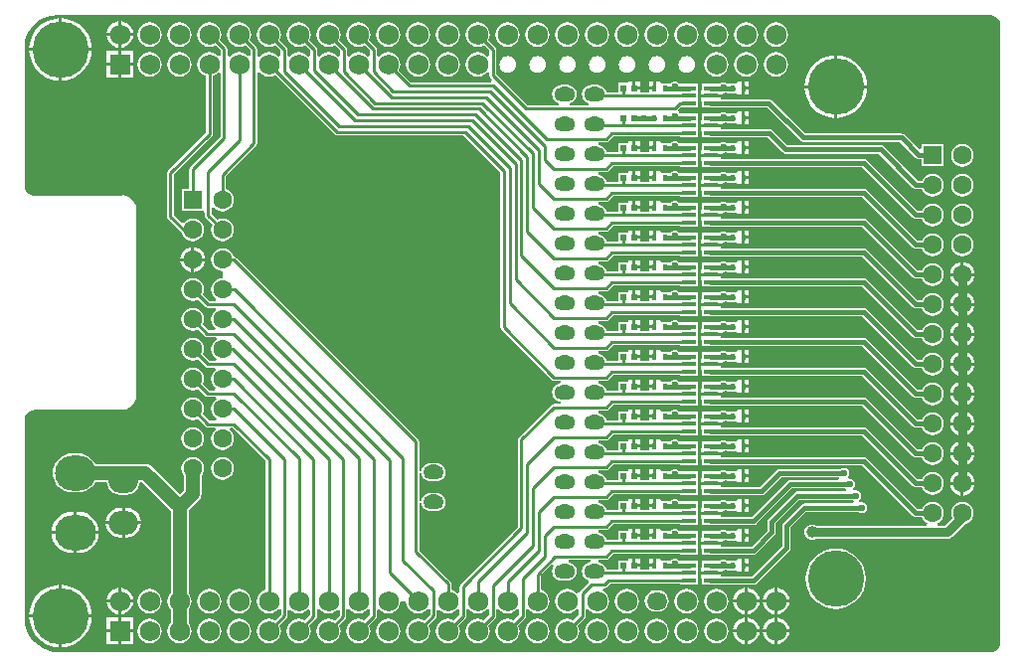
<source format=gbl>
G04*
G04 #@! TF.GenerationSoftware,Altium Limited,CircuitStudio,1.5.2 (30)*
G04*
G04 Layer_Physical_Order=2*
G04 Layer_Color=12500520*
%FSLAX44Y44*%
%MOMM*%
G71*
G01*
G75*
%ADD10C,0.7620*%
%ADD11C,0.8000*%
%ADD13C,0.4000*%
%ADD14C,0.2500*%
%ADD15C,1.6000*%
%ADD16R,1.6000X1.6000*%
%ADD17O,3.5000X3.0000*%
%ADD18O,2.5000X2.0000*%
%ADD19O,1.7780X1.2700*%
%ADD20R,1.7500X1.7500*%
%ADD21C,1.7500*%
%ADD22O,1.7500X1.5000*%
%ADD23C,4.8001*%
%ADD24C,4.8000*%
%ADD25O,1.7272X1.2700*%
%ADD26C,0.6000*%
%ADD27C,1.0000*%
%ADD28R,0.5500X0.5500*%
%ADD29R,0.4200X0.5500*%
%ADD30R,1.1999X0.4001*%
%ADD31C,1.2000*%
%ADD32C,0.3810*%
G36*
X3954980Y2162645D02*
X3956964Y2162383D01*
X3958812Y2161618D01*
X3960400Y2160400D01*
X3961618Y2158812D01*
X3962384Y2156964D01*
X3962645Y2154980D01*
X3962662D01*
Y1627980D01*
X3962645D01*
X3962384Y1625996D01*
X3961618Y1624148D01*
X3960400Y1622560D01*
X3958813Y1621342D01*
X3956964Y1620576D01*
X3954980Y1620315D01*
Y1620298D01*
X3161080D01*
X3161051Y1620293D01*
X3156493Y1620652D01*
X3152018Y1621726D01*
X3147767Y1623486D01*
X3143844Y1625891D01*
X3140345Y1628879D01*
X3137357Y1632378D01*
X3134953Y1636301D01*
X3133192Y1640552D01*
X3132118Y1645026D01*
X3131758Y1649605D01*
X3131765Y1649613D01*
X3131765D01*
X3131768Y1651645D01*
X3132009Y1818125D01*
X3132018Y1818129D01*
X3132018D01*
X3132018Y1818129D01*
X3132308Y1820335D01*
X3133160Y1822390D01*
X3134514Y1824155D01*
X3136280Y1825510D01*
X3138335Y1826361D01*
X3140541Y1826652D01*
Y1826661D01*
X3214980D01*
Y1826600D01*
X3218184Y1827022D01*
X3221170Y1828259D01*
X3223734Y1830226D01*
X3225701Y1832790D01*
X3226938Y1835776D01*
X3227360Y1838980D01*
X3227299D01*
X3227298Y1838980D01*
Y1996980D01*
X3227360D01*
X3226938Y2000184D01*
X3225701Y2003170D01*
X3223734Y2005734D01*
X3221170Y2007701D01*
X3218184Y2008938D01*
X3214980Y2009360D01*
Y2009299D01*
X3139457Y2009298D01*
X3139440Y2009315D01*
Y2009315D01*
X3139440Y2009315D01*
X3137456Y2009576D01*
X3135608Y2010342D01*
X3134020Y2011560D01*
X3132802Y2013147D01*
X3132036Y2014996D01*
X3131775Y2016980D01*
X3131758D01*
Y2135644D01*
X3131758Y2135647D01*
X3132090Y2139871D01*
X3133080Y2143993D01*
X3134702Y2147910D01*
X3136918Y2151525D01*
X3139671Y2154749D01*
X3142895Y2157502D01*
X3146510Y2159717D01*
X3150427Y2161340D01*
X3154549Y2162329D01*
X3156787Y2162506D01*
X3156807Y2162507D01*
X3158776Y2162661D01*
X3158776D01*
X3160800Y2162661D01*
X3160807Y2162661D01*
X3160787D01*
X3160800D01*
X3954980D01*
Y2162645D01*
D02*
G37*
%LPC*%
G36*
X3300480Y1786336D02*
X3297993Y1786009D01*
X3295677Y1785049D01*
X3293687Y1783522D01*
X3292161Y1781533D01*
X3291201Y1779216D01*
X3290874Y1776730D01*
X3291201Y1774244D01*
X3292161Y1771927D01*
X3293687Y1769937D01*
X3295677Y1768411D01*
X3297993Y1767451D01*
X3300480Y1767124D01*
X3302966Y1767451D01*
X3305283Y1768411D01*
X3307272Y1769937D01*
X3308799Y1771927D01*
X3309759Y1774244D01*
X3310086Y1776730D01*
X3309759Y1779216D01*
X3308799Y1781533D01*
X3307272Y1783522D01*
X3305283Y1785049D01*
X3302966Y1786009D01*
X3300480Y1786336D01*
D02*
G37*
G36*
X3745340Y1775670D02*
Y1771650D01*
X3748710D01*
Y1775670D01*
X3745340D01*
D02*
G37*
G36*
X3667010D02*
X3663640D01*
Y1771650D01*
X3667010D01*
Y1775670D01*
D02*
G37*
G36*
X3748710Y1769110D02*
X3745340D01*
Y1765090D01*
X3748710D01*
Y1769110D01*
D02*
G37*
G36*
X3929210Y1774494D02*
X3927728Y1774299D01*
X3925164Y1773237D01*
X3922963Y1771547D01*
X3921273Y1769345D01*
X3920211Y1766781D01*
X3920016Y1765300D01*
X3929210D01*
Y1774494D01*
D02*
G37*
G36*
X3931750Y1774494D02*
Y1765300D01*
X3940944D01*
X3940749Y1766781D01*
X3939687Y1769345D01*
X3937997Y1771547D01*
X3935795Y1773237D01*
X3933232Y1774299D01*
X3931750Y1774494D01*
D02*
G37*
G36*
X3656270Y1775720D02*
X3652249D01*
Y1771700D01*
X3656270D01*
Y1775720D01*
D02*
G37*
G36*
X3748710Y1794510D02*
X3745340D01*
Y1790490D01*
X3748710D01*
Y1794510D01*
D02*
G37*
G36*
X3929210Y1799894D02*
X3927728Y1799699D01*
X3925164Y1798636D01*
X3922963Y1796947D01*
X3921273Y1794745D01*
X3920211Y1792181D01*
X3920016Y1790700D01*
X3929210D01*
Y1799894D01*
D02*
G37*
G36*
X3931750Y1799894D02*
Y1790700D01*
X3940944D01*
X3940749Y1792181D01*
X3939687Y1794745D01*
X3937997Y1796947D01*
X3935795Y1798636D01*
X3933232Y1799699D01*
X3931750Y1799894D01*
D02*
G37*
G36*
X3725169Y1838960D02*
X3716630D01*
X3708090D01*
Y1835690D01*
X3709106D01*
Y1830206D01*
X3716284D01*
X3716630Y1830137D01*
X3845321D01*
X3888569Y1786889D01*
X3889735Y1786110D01*
X3891110Y1785837D01*
X3896259D01*
X3896761Y1784627D01*
X3898287Y1782637D01*
X3900277Y1781111D01*
X3902594Y1780151D01*
X3905080Y1779824D01*
X3907566Y1780151D01*
X3909883Y1781111D01*
X3911873Y1782637D01*
X3913399Y1784627D01*
X3914359Y1786944D01*
X3914686Y1789430D01*
X3914359Y1791916D01*
X3913399Y1794233D01*
X3911873Y1796223D01*
X3909883Y1797749D01*
X3907566Y1798709D01*
X3905080Y1799036D01*
X3902594Y1798709D01*
X3900277Y1797749D01*
X3898287Y1796223D01*
X3896761Y1794233D01*
X3896259Y1793023D01*
X3892598D01*
X3849350Y1836271D01*
X3848185Y1837050D01*
X3846810Y1837323D01*
X3725169D01*
Y1838960D01*
D02*
G37*
G36*
X3739430Y1775670D02*
X3737819Y1774654D01*
X3737398Y1774654D01*
X3731246D01*
X3731246Y1774654D01*
X3729238Y1774712D01*
X3728745Y1775041D01*
X3726980Y1775392D01*
X3725215Y1775041D01*
X3723737Y1774054D01*
X3709106D01*
Y1768570D01*
X3708090D01*
Y1765300D01*
X3716630D01*
X3726062D01*
X3726980Y1766167D01*
X3728745Y1766518D01*
X3729214Y1766832D01*
X3731246Y1766243D01*
Y1766106D01*
X3737398D01*
X3737819Y1766106D01*
X3739430Y1765090D01*
X3739626D01*
X3740105Y1765090D01*
X3742800D01*
Y1770380D01*
Y1775670D01*
X3740105D01*
X3739626Y1775670D01*
X3739430D01*
D02*
G37*
G36*
X3940944Y1788160D02*
X3931750D01*
Y1778966D01*
X3933232Y1779161D01*
X3935795Y1780223D01*
X3937997Y1781913D01*
X3939687Y1784114D01*
X3940749Y1786678D01*
X3940944Y1788160D01*
D02*
G37*
G36*
X3929210D02*
X3920016D01*
X3920211Y1786678D01*
X3921273Y1784114D01*
X3922963Y1781913D01*
X3925164Y1780223D01*
X3927728Y1779161D01*
X3929210Y1778966D01*
Y1788160D01*
D02*
G37*
G36*
X3214710Y1743228D02*
X3213480D01*
X3210206Y1742797D01*
X3207156Y1741534D01*
X3204536Y1739523D01*
X3202526Y1736904D01*
X3201263Y1733853D01*
X3200999Y1731850D01*
X3214710D01*
Y1743228D01*
D02*
G37*
G36*
X3218480D02*
X3217250D01*
Y1731850D01*
X3230961D01*
X3230697Y1733853D01*
X3229434Y1736904D01*
X3227423Y1739523D01*
X3224804Y1741534D01*
X3221754Y1742797D01*
X3218480Y1743228D01*
D02*
G37*
G36*
X3829580Y1777292D02*
X3827815Y1776941D01*
X3826814Y1776273D01*
X3775080D01*
X3773705Y1775999D01*
X3772539Y1775220D01*
X3758442Y1761123D01*
X3725169D01*
Y1762760D01*
X3716630D01*
X3708090D01*
Y1759490D01*
X3709106D01*
Y1754006D01*
X3716284D01*
X3716630Y1753937D01*
X3759930D01*
X3761305Y1754211D01*
X3762471Y1754989D01*
X3776568Y1769087D01*
X3825198D01*
X3825407Y1768805D01*
X3824384Y1766773D01*
X3783830D01*
X3782455Y1766499D01*
X3781289Y1765721D01*
X3751292Y1735723D01*
X3725169D01*
Y1737360D01*
X3716630D01*
X3708090D01*
Y1734090D01*
X3709106D01*
Y1728606D01*
X3716284D01*
X3716630Y1728537D01*
X3752780D01*
X3754155Y1728810D01*
X3755321Y1729589D01*
X3785318Y1759587D01*
X3830636D01*
X3831461Y1758252D01*
X3830677Y1757023D01*
X3790080D01*
X3788705Y1756749D01*
X3787539Y1755970D01*
X3765539Y1733970D01*
X3764760Y1732805D01*
X3764487Y1731430D01*
Y1723918D01*
X3750892Y1710323D01*
X3725169D01*
Y1711960D01*
X3716630D01*
X3708090D01*
Y1708690D01*
X3709106D01*
Y1703206D01*
X3716284D01*
X3716630Y1703137D01*
X3752380D01*
X3753755Y1703410D01*
X3754921Y1704189D01*
X3770620Y1719889D01*
X3771400Y1721055D01*
X3771673Y1722430D01*
Y1729942D01*
X3791568Y1749837D01*
X3836924D01*
X3837996Y1749055D01*
X3837334Y1747023D01*
X3796080D01*
X3794705Y1746749D01*
X3793539Y1745970D01*
X3778289Y1730721D01*
X3777510Y1729555D01*
X3777237Y1728180D01*
Y1710668D01*
X3751492Y1684923D01*
X3725169D01*
Y1686560D01*
X3716630D01*
X3708090D01*
Y1683290D01*
X3709106D01*
Y1677806D01*
X3716284D01*
X3716630Y1677737D01*
X3752980D01*
X3754355Y1678011D01*
X3755521Y1678789D01*
X3783370Y1706639D01*
X3784149Y1707805D01*
X3784423Y1709180D01*
Y1726692D01*
X3797568Y1739837D01*
X3842314D01*
X3843315Y1739168D01*
X3845080Y1738817D01*
X3846845Y1739168D01*
X3848341Y1740168D01*
X3849341Y1741665D01*
X3849692Y1743430D01*
X3849341Y1745195D01*
X3848341Y1746691D01*
X3846845Y1747691D01*
X3845080Y1748042D01*
X3843315Y1747691D01*
X3843208Y1747620D01*
X3843043Y1747692D01*
X3842835Y1749997D01*
X3843091Y1750168D01*
X3844091Y1751665D01*
X3844442Y1753430D01*
X3844091Y1755195D01*
X3843091Y1756691D01*
X3841595Y1757691D01*
X3839830Y1758042D01*
X3838065Y1757691D01*
X3837080Y1759410D01*
X3837841Y1759918D01*
X3838841Y1761415D01*
X3839193Y1763180D01*
X3838841Y1764945D01*
X3837841Y1766441D01*
X3836345Y1767441D01*
X3834580Y1767793D01*
X3833848Y1767647D01*
X3833049Y1769053D01*
X3832919Y1769534D01*
X3833841Y1770915D01*
X3834193Y1772680D01*
X3833841Y1774445D01*
X3832841Y1775941D01*
X3831345Y1776941D01*
X3829580Y1777292D01*
D02*
G37*
G36*
X3725169Y1788160D02*
X3716630D01*
X3708090D01*
Y1784890D01*
X3709106D01*
Y1779406D01*
X3716284D01*
X3716630Y1779337D01*
X3845321D01*
X3888569Y1736089D01*
X3889735Y1735310D01*
X3891110Y1735037D01*
X3896259D01*
X3896761Y1733827D01*
X3898287Y1731837D01*
X3900277Y1730311D01*
X3900800Y1730094D01*
X3900396Y1728062D01*
X3805957D01*
X3805870Y1728129D01*
X3804283Y1728786D01*
X3802580Y1729010D01*
X3800877Y1728786D01*
X3799290Y1728129D01*
X3797927Y1727083D01*
X3796881Y1725720D01*
X3796224Y1724133D01*
X3795999Y1722430D01*
X3796224Y1720727D01*
X3796881Y1719140D01*
X3797927Y1717777D01*
X3799290Y1716731D01*
X3800877Y1716074D01*
X3802580Y1715850D01*
X3804283Y1716074D01*
X3805870Y1716731D01*
X3805957Y1716798D01*
X3917830D01*
X3917830Y1716798D01*
X3919628Y1717155D01*
X3919985Y1717226D01*
X3921812Y1718447D01*
X3932678Y1729313D01*
X3932966Y1729351D01*
X3935283Y1730311D01*
X3937273Y1731837D01*
X3938799Y1733827D01*
X3939759Y1736144D01*
X3940086Y1738630D01*
X3939759Y1741116D01*
X3938799Y1743433D01*
X3937273Y1745423D01*
X3935283Y1746949D01*
X3932966Y1747909D01*
X3930480Y1748236D01*
X3927993Y1747909D01*
X3925677Y1746949D01*
X3923687Y1745423D01*
X3922161Y1743433D01*
X3921201Y1741116D01*
X3920874Y1738630D01*
X3921201Y1736144D01*
X3921897Y1734462D01*
X3915497Y1728062D01*
X3909764D01*
X3909360Y1730094D01*
X3909883Y1730311D01*
X3911873Y1731837D01*
X3913399Y1733827D01*
X3914359Y1736144D01*
X3914686Y1738630D01*
X3914359Y1741116D01*
X3913399Y1743433D01*
X3911873Y1745423D01*
X3909883Y1746949D01*
X3907566Y1747909D01*
X3905080Y1748236D01*
X3902594Y1747909D01*
X3900277Y1746949D01*
X3898287Y1745423D01*
X3896761Y1743433D01*
X3896259Y1742223D01*
X3892598D01*
X3849350Y1785471D01*
X3848185Y1786250D01*
X3846810Y1786523D01*
X3725169D01*
Y1788160D01*
D02*
G37*
G36*
X3173710Y1739805D02*
X3172480D01*
X3169041Y1739466D01*
X3165735Y1738463D01*
X3162688Y1736834D01*
X3160017Y1734642D01*
X3157825Y1731972D01*
X3156197Y1728925D01*
X3155194Y1725618D01*
X3154980Y1723450D01*
X3173710D01*
Y1739805D01*
D02*
G37*
G36*
X3177480D02*
X3176250D01*
Y1723450D01*
X3194980D01*
X3194766Y1725618D01*
X3193763Y1728925D01*
X3192134Y1731972D01*
X3189943Y1734642D01*
X3187272Y1736834D01*
X3184225Y1738463D01*
X3180918Y1739466D01*
X3177480Y1739805D01*
D02*
G37*
G36*
X3739430Y1724870D02*
X3737819Y1723854D01*
X3737398Y1723854D01*
X3731246D01*
X3731246Y1723854D01*
X3729238Y1723912D01*
X3728745Y1724241D01*
X3726980Y1724592D01*
X3725215Y1724241D01*
X3723737Y1723254D01*
X3709106D01*
Y1717770D01*
X3708090D01*
Y1714500D01*
X3716630D01*
X3726062D01*
X3726980Y1715367D01*
X3728745Y1715718D01*
X3729214Y1716032D01*
X3731246Y1715443D01*
Y1715306D01*
X3737398D01*
X3737819Y1715306D01*
X3739430Y1714290D01*
X3739626D01*
X3740105Y1714290D01*
X3742800D01*
Y1719580D01*
Y1724870D01*
X3740105D01*
X3739626Y1724870D01*
X3739430D01*
D02*
G37*
G36*
X3748710Y1743710D02*
X3745340D01*
Y1739690D01*
X3748710D01*
Y1743710D01*
D02*
G37*
G36*
X3940944Y1762760D02*
X3931750D01*
Y1753566D01*
X3933232Y1753761D01*
X3935795Y1754823D01*
X3937997Y1756513D01*
X3939687Y1758714D01*
X3940749Y1761278D01*
X3940944Y1762760D01*
D02*
G37*
G36*
X3929210D02*
X3920016D01*
X3920211Y1761278D01*
X3921273Y1758714D01*
X3922963Y1756513D01*
X3925164Y1754823D01*
X3927728Y1753761D01*
X3929210Y1753566D01*
Y1762760D01*
D02*
G37*
G36*
X3725169Y1813560D02*
X3716630D01*
X3708090D01*
Y1810290D01*
X3709106D01*
Y1804806D01*
X3716284D01*
X3716630Y1804737D01*
X3845321D01*
X3888569Y1761489D01*
X3889735Y1760710D01*
X3891110Y1760437D01*
X3896259D01*
X3896761Y1759227D01*
X3898287Y1757237D01*
X3900277Y1755711D01*
X3902594Y1754751D01*
X3905080Y1754424D01*
X3907566Y1754751D01*
X3909883Y1755711D01*
X3911873Y1757237D01*
X3913399Y1759227D01*
X3914359Y1761544D01*
X3914686Y1764030D01*
X3914359Y1766516D01*
X3913399Y1768833D01*
X3911873Y1770822D01*
X3909883Y1772349D01*
X3907566Y1773309D01*
X3905080Y1773636D01*
X3902594Y1773309D01*
X3900277Y1772349D01*
X3898287Y1770822D01*
X3896761Y1768833D01*
X3896259Y1767623D01*
X3892598D01*
X3849350Y1810871D01*
X3848185Y1811649D01*
X3846810Y1811923D01*
X3725169D01*
Y1813560D01*
D02*
G37*
G36*
X3739430Y1750270D02*
X3737819Y1749254D01*
X3737398Y1749254D01*
X3731246D01*
X3731246Y1749254D01*
X3729238Y1749312D01*
X3728745Y1749641D01*
X3726980Y1749993D01*
X3725215Y1749641D01*
X3723737Y1748654D01*
X3709106D01*
Y1743170D01*
X3708090D01*
Y1739900D01*
X3716630D01*
X3726062D01*
X3726980Y1740767D01*
X3728745Y1741118D01*
X3729214Y1741432D01*
X3731246Y1740843D01*
Y1740706D01*
X3737398D01*
X3737819Y1740706D01*
X3739430Y1739690D01*
X3739626D01*
X3740105Y1739690D01*
X3742800D01*
Y1744980D01*
Y1750270D01*
X3740105D01*
X3739626Y1750270D01*
X3739430D01*
D02*
G37*
G36*
X3745340Y1750270D02*
Y1746250D01*
X3748710D01*
Y1750270D01*
X3745340D01*
D02*
G37*
G36*
X3667010D02*
X3663640D01*
Y1746250D01*
X3667010D01*
Y1750270D01*
D02*
G37*
G36*
X3656270Y1750320D02*
X3652249D01*
Y1746300D01*
X3656270D01*
Y1750320D01*
D02*
G37*
G36*
X3275080Y1811736D02*
X3272594Y1811409D01*
X3270277Y1810449D01*
X3268287Y1808922D01*
X3266761Y1806933D01*
X3265801Y1804616D01*
X3265474Y1802130D01*
X3265801Y1799644D01*
X3266761Y1797327D01*
X3268287Y1795337D01*
X3270277Y1793811D01*
X3272594Y1792851D01*
X3275080Y1792524D01*
X3277566Y1792851D01*
X3279883Y1793811D01*
X3281872Y1795337D01*
X3283399Y1797327D01*
X3284359Y1799644D01*
X3284686Y1802130D01*
X3284359Y1804616D01*
X3283399Y1806933D01*
X3281872Y1808922D01*
X3279883Y1810449D01*
X3277566Y1811409D01*
X3275080Y1811736D01*
D02*
G37*
G36*
X3931750Y1850694D02*
Y1841500D01*
X3940944D01*
X3940749Y1842981D01*
X3939687Y1845545D01*
X3937997Y1847747D01*
X3935795Y1849436D01*
X3933232Y1850499D01*
X3931750Y1850694D01*
D02*
G37*
G36*
X3745340Y1851870D02*
Y1847850D01*
X3748710D01*
Y1851870D01*
X3745340D01*
D02*
G37*
G36*
X3667010D02*
X3663640D01*
Y1847850D01*
X3667010D01*
Y1851870D01*
D02*
G37*
G36*
X3929210Y1850694D02*
X3927728Y1850499D01*
X3925164Y1849436D01*
X3922963Y1847747D01*
X3921273Y1845545D01*
X3920211Y1842981D01*
X3920016Y1841500D01*
X3929210D01*
Y1850694D01*
D02*
G37*
G36*
Y1838960D02*
X3920016D01*
X3920211Y1837478D01*
X3921273Y1834914D01*
X3922963Y1832713D01*
X3925164Y1831023D01*
X3927728Y1829961D01*
X3929210Y1829766D01*
Y1838960D01*
D02*
G37*
G36*
X3725169Y1889760D02*
X3716630D01*
X3708090D01*
Y1886490D01*
X3709106D01*
Y1881006D01*
X3716284D01*
X3716630Y1880937D01*
X3845321D01*
X3888569Y1837689D01*
X3889735Y1836910D01*
X3891110Y1836637D01*
X3896259D01*
X3896761Y1835427D01*
X3898287Y1833437D01*
X3900277Y1831911D01*
X3902594Y1830951D01*
X3905080Y1830624D01*
X3907566Y1830951D01*
X3909883Y1831911D01*
X3911873Y1833437D01*
X3913399Y1835427D01*
X3914359Y1837744D01*
X3914686Y1840230D01*
X3914359Y1842716D01*
X3913399Y1845033D01*
X3911873Y1847023D01*
X3909883Y1848549D01*
X3907566Y1849509D01*
X3905080Y1849836D01*
X3902594Y1849509D01*
X3900277Y1848549D01*
X3898287Y1847023D01*
X3896761Y1845033D01*
X3896259Y1843823D01*
X3892598D01*
X3849350Y1887071D01*
X3848185Y1887849D01*
X3846810Y1888123D01*
X3725169D01*
Y1889760D01*
D02*
G37*
G36*
X3748710Y1845310D02*
X3745340D01*
Y1841290D01*
X3748710D01*
Y1845310D01*
D02*
G37*
G36*
X3725169Y1915160D02*
X3716630D01*
X3708090D01*
Y1911890D01*
X3709106D01*
Y1906406D01*
X3716284D01*
X3716630Y1906337D01*
X3845321D01*
X3888569Y1863089D01*
X3889735Y1862310D01*
X3891110Y1862037D01*
X3896259D01*
X3896761Y1860827D01*
X3898287Y1858837D01*
X3900277Y1857311D01*
X3902594Y1856351D01*
X3905080Y1856024D01*
X3907566Y1856351D01*
X3909883Y1857311D01*
X3911873Y1858837D01*
X3913399Y1860827D01*
X3914359Y1863144D01*
X3914686Y1865630D01*
X3914359Y1868116D01*
X3913399Y1870433D01*
X3911873Y1872422D01*
X3909883Y1873949D01*
X3907566Y1874909D01*
X3905080Y1875236D01*
X3902594Y1874909D01*
X3900277Y1873949D01*
X3898287Y1872422D01*
X3896761Y1870433D01*
X3896259Y1869223D01*
X3892598D01*
X3849350Y1912471D01*
X3848185Y1913250D01*
X3846810Y1913523D01*
X3725169D01*
Y1915160D01*
D02*
G37*
G36*
X3748710Y1870710D02*
X3745340D01*
Y1866690D01*
X3748710D01*
Y1870710D01*
D02*
G37*
G36*
X3929210Y1876094D02*
X3927728Y1875899D01*
X3925164Y1874836D01*
X3922963Y1873147D01*
X3921273Y1870945D01*
X3920211Y1868381D01*
X3920016Y1866900D01*
X3929210D01*
Y1876094D01*
D02*
G37*
G36*
Y1864360D02*
X3920016D01*
X3920211Y1862878D01*
X3921273Y1860314D01*
X3922963Y1858113D01*
X3925164Y1856423D01*
X3927728Y1855361D01*
X3929210Y1855166D01*
Y1864360D01*
D02*
G37*
G36*
X3656270Y1851920D02*
X3652249D01*
Y1847900D01*
X3656270D01*
Y1851920D01*
D02*
G37*
G36*
X3739430Y1851870D02*
X3737819Y1850854D01*
X3737398Y1850854D01*
X3731246D01*
X3731246Y1850854D01*
X3729238Y1850912D01*
X3728745Y1851241D01*
X3726980Y1851593D01*
X3725215Y1851241D01*
X3723737Y1850254D01*
X3709106D01*
Y1844770D01*
X3708090D01*
Y1841500D01*
X3716630D01*
X3726062D01*
X3726980Y1842367D01*
X3728745Y1842718D01*
X3729214Y1843032D01*
X3731246Y1842443D01*
Y1842306D01*
X3737398D01*
X3737819Y1842306D01*
X3739430Y1841290D01*
X3739626D01*
X3740105Y1841290D01*
X3742800D01*
Y1846580D01*
Y1851870D01*
X3740105D01*
X3739626Y1851870D01*
X3739430D01*
D02*
G37*
G36*
X3940944Y1864360D02*
X3931750D01*
Y1855166D01*
X3933232Y1855361D01*
X3935795Y1856423D01*
X3937997Y1858113D01*
X3939687Y1860314D01*
X3940749Y1862878D01*
X3940944Y1864360D01*
D02*
G37*
G36*
Y1838960D02*
X3931750D01*
Y1829766D01*
X3933232Y1829961D01*
X3935795Y1831023D01*
X3937997Y1832713D01*
X3939687Y1834914D01*
X3940749Y1837478D01*
X3940944Y1838960D01*
D02*
G37*
G36*
Y1813560D02*
X3931750D01*
Y1804366D01*
X3933232Y1804561D01*
X3935795Y1805623D01*
X3937997Y1807313D01*
X3939687Y1809514D01*
X3940749Y1812078D01*
X3940944Y1813560D01*
D02*
G37*
G36*
X3929210D02*
X3920016D01*
X3920211Y1812078D01*
X3921273Y1809514D01*
X3922963Y1807313D01*
X3925164Y1805623D01*
X3927728Y1804561D01*
X3929210Y1804366D01*
Y1813560D01*
D02*
G37*
G36*
X3725169Y1864360D02*
X3716630D01*
X3708090D01*
Y1861090D01*
X3709106D01*
Y1855606D01*
X3716284D01*
X3716630Y1855537D01*
X3845321D01*
X3888569Y1812289D01*
X3889735Y1811510D01*
X3891110Y1811237D01*
X3896259D01*
X3896761Y1810027D01*
X3898287Y1808037D01*
X3900277Y1806511D01*
X3902594Y1805551D01*
X3905080Y1805224D01*
X3907566Y1805551D01*
X3909883Y1806511D01*
X3911873Y1808037D01*
X3913399Y1810027D01*
X3914359Y1812344D01*
X3914686Y1814830D01*
X3914359Y1817316D01*
X3913399Y1819633D01*
X3911873Y1821622D01*
X3909883Y1823149D01*
X3907566Y1824109D01*
X3905080Y1824436D01*
X3902594Y1824109D01*
X3900277Y1823149D01*
X3898287Y1821622D01*
X3896761Y1819633D01*
X3896259Y1818423D01*
X3892598D01*
X3849350Y1861671D01*
X3848185Y1862449D01*
X3846810Y1862723D01*
X3725169D01*
Y1864360D01*
D02*
G37*
G36*
X3739430Y1801070D02*
X3737819Y1800054D01*
X3737398Y1800054D01*
X3731246D01*
X3731246Y1800054D01*
X3729238Y1800112D01*
X3728745Y1800441D01*
X3726980Y1800793D01*
X3725215Y1800441D01*
X3723737Y1799454D01*
X3709106D01*
Y1793970D01*
X3708090D01*
Y1790700D01*
X3716630D01*
X3726062D01*
X3726980Y1791567D01*
X3728745Y1791918D01*
X3729214Y1792232D01*
X3731246Y1791643D01*
Y1791506D01*
X3737398D01*
X3737819Y1791506D01*
X3739430Y1790490D01*
X3739626D01*
X3740105Y1790490D01*
X3742800D01*
Y1795780D01*
Y1801070D01*
X3740105D01*
X3739626Y1801070D01*
X3739430D01*
D02*
G37*
G36*
X3745340Y1801070D02*
Y1797050D01*
X3748710D01*
Y1801070D01*
X3745340D01*
D02*
G37*
G36*
X3667010D02*
X3663640D01*
Y1797050D01*
X3667010D01*
Y1801070D01*
D02*
G37*
G36*
X3656270Y1801120D02*
X3652249D01*
Y1797100D01*
X3656270D01*
Y1801120D01*
D02*
G37*
G36*
X3667010Y1826470D02*
X3663640D01*
Y1822450D01*
X3667010D01*
Y1826470D01*
D02*
G37*
G36*
X3656270Y1826520D02*
X3652249D01*
Y1822500D01*
X3656270D01*
Y1826520D01*
D02*
G37*
G36*
X3739430Y1826470D02*
X3737819Y1825454D01*
X3737398Y1825454D01*
X3731246D01*
X3731246Y1825454D01*
X3729238Y1825512D01*
X3728745Y1825841D01*
X3726980Y1826192D01*
X3725215Y1825841D01*
X3723737Y1824854D01*
X3709106D01*
Y1819370D01*
X3708090D01*
Y1816100D01*
X3716630D01*
X3726062D01*
X3726980Y1816967D01*
X3728745Y1817318D01*
X3729214Y1817632D01*
X3731246Y1817043D01*
Y1816906D01*
X3737398D01*
X3737819Y1816906D01*
X3739430Y1815890D01*
X3739626D01*
X3740105Y1815890D01*
X3742800D01*
Y1821180D01*
Y1826470D01*
X3740105D01*
X3739626Y1826470D01*
X3739430D01*
D02*
G37*
G36*
X3745340Y1826470D02*
Y1822450D01*
X3748710D01*
Y1826470D01*
X3745340D01*
D02*
G37*
G36*
X3748710Y1819910D02*
X3745340D01*
Y1815890D01*
X3748710D01*
Y1819910D01*
D02*
G37*
G36*
X3929210Y1825294D02*
X3927728Y1825099D01*
X3925164Y1824037D01*
X3922963Y1822347D01*
X3921273Y1820145D01*
X3920211Y1817581D01*
X3920016Y1816100D01*
X3929210D01*
Y1825294D01*
D02*
G37*
G36*
X3931750Y1825294D02*
Y1816100D01*
X3940944D01*
X3940749Y1817581D01*
X3939687Y1820145D01*
X3937997Y1822347D01*
X3935795Y1824037D01*
X3933232Y1825099D01*
X3931750Y1825294D01*
D02*
G37*
G36*
X3211830Y1649590D02*
X3201810D01*
Y1639570D01*
X3211830D01*
Y1649590D01*
D02*
G37*
G36*
X3224390D02*
X3214370D01*
Y1639570D01*
X3224390D01*
Y1649590D01*
D02*
G37*
G36*
X3745230Y1649520D02*
X3743553Y1649299D01*
X3740806Y1648162D01*
X3738448Y1646352D01*
X3736638Y1643994D01*
X3735500Y1641247D01*
X3735280Y1639570D01*
X3745230D01*
Y1649520D01*
D02*
G37*
G36*
X3721100Y1648663D02*
X3718418Y1648309D01*
X3715919Y1647274D01*
X3713772Y1645627D01*
X3712126Y1643481D01*
X3711090Y1640982D01*
X3710737Y1638300D01*
X3711090Y1635618D01*
X3712126Y1633119D01*
X3713772Y1630972D01*
X3715919Y1629326D01*
X3718418Y1628290D01*
X3721100Y1627937D01*
X3723782Y1628290D01*
X3726281Y1629326D01*
X3728427Y1630972D01*
X3730074Y1633119D01*
X3731109Y1635618D01*
X3731462Y1638300D01*
X3731109Y1640982D01*
X3730074Y1643481D01*
X3728427Y1645627D01*
X3726281Y1647274D01*
X3723782Y1648309D01*
X3721100Y1648663D01*
D02*
G37*
G36*
X3644900D02*
X3642218Y1648309D01*
X3639719Y1647274D01*
X3637572Y1645627D01*
X3635926Y1643481D01*
X3634890Y1640982D01*
X3634537Y1638300D01*
X3634890Y1635618D01*
X3635926Y1633119D01*
X3637572Y1630972D01*
X3639719Y1629326D01*
X3642218Y1628290D01*
X3644900Y1627937D01*
X3647582Y1628290D01*
X3650081Y1629326D01*
X3652227Y1630972D01*
X3653874Y1633119D01*
X3654909Y1635618D01*
X3655262Y1638300D01*
X3654909Y1640982D01*
X3653874Y1643481D01*
X3652227Y1645627D01*
X3650081Y1647274D01*
X3647582Y1648309D01*
X3644900Y1648663D01*
D02*
G37*
G36*
X3670300D02*
X3667618Y1648309D01*
X3665119Y1647274D01*
X3662972Y1645627D01*
X3661326Y1643481D01*
X3660290Y1640982D01*
X3659937Y1638300D01*
X3660290Y1635618D01*
X3661326Y1633119D01*
X3662972Y1630972D01*
X3665119Y1629326D01*
X3667618Y1628290D01*
X3670300Y1627937D01*
X3672982Y1628290D01*
X3675481Y1629326D01*
X3677627Y1630972D01*
X3679274Y1633119D01*
X3680309Y1635618D01*
X3680663Y1638300D01*
X3680309Y1640982D01*
X3679274Y1643481D01*
X3677627Y1645627D01*
X3675481Y1647274D01*
X3672982Y1648309D01*
X3670300Y1648663D01*
D02*
G37*
G36*
X3695700D02*
X3693018Y1648309D01*
X3690518Y1647274D01*
X3688372Y1645627D01*
X3686725Y1643481D01*
X3685690Y1640982D01*
X3685337Y1638300D01*
X3685690Y1635618D01*
X3686725Y1633119D01*
X3688372Y1630972D01*
X3690518Y1629326D01*
X3693018Y1628290D01*
X3695700Y1627937D01*
X3698382Y1628290D01*
X3700881Y1629326D01*
X3703027Y1630972D01*
X3704674Y1633119D01*
X3705710Y1635618D01*
X3706063Y1638300D01*
X3705710Y1640982D01*
X3704674Y1643481D01*
X3703027Y1645627D01*
X3700881Y1647274D01*
X3698382Y1648309D01*
X3695700Y1648663D01*
D02*
G37*
G36*
X3747770Y1649520D02*
Y1639570D01*
X3757720D01*
X3757499Y1641247D01*
X3756362Y1643994D01*
X3754552Y1646352D01*
X3752194Y1648162D01*
X3749447Y1649299D01*
X3747770Y1649520D01*
D02*
G37*
G36*
X3211830Y1662430D02*
X3201880D01*
X3202101Y1660753D01*
X3203238Y1658006D01*
X3205048Y1655648D01*
X3207406Y1653838D01*
X3210153Y1652701D01*
X3211830Y1652480D01*
Y1662430D01*
D02*
G37*
G36*
X3224320D02*
X3214370D01*
Y1652480D01*
X3216047Y1652701D01*
X3218794Y1653838D01*
X3221152Y1655648D01*
X3222962Y1658006D01*
X3224099Y1660753D01*
X3224320Y1662430D01*
D02*
G37*
G36*
X3745230D02*
X3735280D01*
X3735500Y1660753D01*
X3736638Y1658006D01*
X3738448Y1655648D01*
X3740806Y1653838D01*
X3743553Y1652701D01*
X3745230Y1652480D01*
Y1662430D01*
D02*
G37*
G36*
X3163570Y1677522D02*
Y1652270D01*
X3188823D01*
X3188595Y1655165D01*
X3187619Y1659227D01*
X3186021Y1663086D01*
X3183838Y1666648D01*
X3181125Y1669825D01*
X3177948Y1672538D01*
X3174386Y1674721D01*
X3170527Y1676319D01*
X3166465Y1677295D01*
X3163570Y1677522D01*
D02*
G37*
G36*
X3770630Y1649520D02*
X3768953Y1649299D01*
X3766206Y1648162D01*
X3763848Y1646352D01*
X3762038Y1643994D01*
X3760901Y1641247D01*
X3760680Y1639570D01*
X3770630D01*
Y1649520D01*
D02*
G37*
G36*
X3773170D02*
Y1639570D01*
X3783120D01*
X3782899Y1641247D01*
X3781762Y1643994D01*
X3779952Y1646352D01*
X3777594Y1648162D01*
X3774847Y1649299D01*
X3773170Y1649520D01*
D02*
G37*
G36*
X3161030Y1677522D02*
X3158135Y1677295D01*
X3154073Y1676319D01*
X3150214Y1674721D01*
X3146652Y1672538D01*
X3143475Y1669825D01*
X3140762Y1666648D01*
X3138579Y1663086D01*
X3136980Y1659227D01*
X3136005Y1655165D01*
X3135777Y1652270D01*
X3161030D01*
Y1677522D01*
D02*
G37*
G36*
X3745230Y1637030D02*
X3735280D01*
X3735500Y1635353D01*
X3736638Y1632606D01*
X3738448Y1630248D01*
X3740806Y1628438D01*
X3743553Y1627301D01*
X3745230Y1627080D01*
Y1637030D01*
D02*
G37*
G36*
X3757720D02*
X3747770D01*
Y1627080D01*
X3749447Y1627301D01*
X3752194Y1628438D01*
X3754552Y1630248D01*
X3756362Y1632606D01*
X3757499Y1635353D01*
X3757720Y1637030D01*
D02*
G37*
G36*
X3770630D02*
X3760680D01*
X3760901Y1635353D01*
X3762038Y1632606D01*
X3763848Y1630248D01*
X3766206Y1628438D01*
X3768953Y1627301D01*
X3770630Y1627080D01*
Y1637030D01*
D02*
G37*
G36*
X3224390D02*
X3214370D01*
Y1627010D01*
X3224390D01*
Y1637030D01*
D02*
G37*
G36*
X3161030Y1649730D02*
X3135777D01*
X3136005Y1646835D01*
X3136980Y1642773D01*
X3138579Y1638914D01*
X3140762Y1635352D01*
X3143475Y1632175D01*
X3146652Y1629462D01*
X3150214Y1627279D01*
X3154073Y1625680D01*
X3158135Y1624705D01*
X3161030Y1624477D01*
Y1649730D01*
D02*
G37*
G36*
X3188823D02*
X3163570D01*
Y1624477D01*
X3166465Y1624705D01*
X3170527Y1625680D01*
X3174386Y1627279D01*
X3177948Y1629462D01*
X3181125Y1632175D01*
X3183838Y1635352D01*
X3186021Y1638914D01*
X3187619Y1642773D01*
X3188595Y1646835D01*
X3188823Y1649730D01*
D02*
G37*
G36*
X3211830Y1637030D02*
X3201810D01*
Y1627010D01*
X3211830D01*
Y1637030D01*
D02*
G37*
G36*
X3783120D02*
X3773170D01*
Y1627080D01*
X3774847Y1627301D01*
X3777594Y1628438D01*
X3779952Y1630248D01*
X3781762Y1632606D01*
X3782899Y1635353D01*
X3783120Y1637030D01*
D02*
G37*
G36*
X3441700Y1648663D02*
X3439018Y1648309D01*
X3436519Y1647274D01*
X3434372Y1645627D01*
X3432726Y1643481D01*
X3431690Y1640982D01*
X3431337Y1638300D01*
X3431690Y1635618D01*
X3432726Y1633119D01*
X3434372Y1630972D01*
X3436519Y1629326D01*
X3439018Y1628290D01*
X3441700Y1627937D01*
X3444382Y1628290D01*
X3446881Y1629326D01*
X3449027Y1630972D01*
X3450674Y1633119D01*
X3451709Y1635618D01*
X3452062Y1638300D01*
X3451709Y1640982D01*
X3450674Y1643481D01*
X3449027Y1645627D01*
X3446881Y1647274D01*
X3444382Y1648309D01*
X3441700Y1648663D01*
D02*
G37*
G36*
X3568700D02*
X3566018Y1648309D01*
X3563519Y1647274D01*
X3561372Y1645627D01*
X3559726Y1643481D01*
X3558690Y1640982D01*
X3558337Y1638300D01*
X3558690Y1635618D01*
X3559726Y1633119D01*
X3561372Y1630972D01*
X3563519Y1629326D01*
X3566018Y1628290D01*
X3568700Y1627937D01*
X3571382Y1628290D01*
X3573881Y1629326D01*
X3576028Y1630972D01*
X3577674Y1633119D01*
X3578709Y1635618D01*
X3579062Y1638300D01*
X3578709Y1640982D01*
X3577674Y1643481D01*
X3576028Y1645627D01*
X3573881Y1647274D01*
X3571382Y1648309D01*
X3568700Y1648663D01*
D02*
G37*
G36*
X3619500D02*
X3616818Y1648309D01*
X3614319Y1647274D01*
X3612173Y1645627D01*
X3610526Y1643481D01*
X3609490Y1640982D01*
X3609137Y1638300D01*
X3609490Y1635618D01*
X3610526Y1633119D01*
X3612173Y1630972D01*
X3614319Y1629326D01*
X3616818Y1628290D01*
X3619500Y1627937D01*
X3622182Y1628290D01*
X3624681Y1629326D01*
X3626827Y1630972D01*
X3628474Y1633119D01*
X3629509Y1635618D01*
X3629862Y1638300D01*
X3629509Y1640982D01*
X3628474Y1643481D01*
X3626827Y1645627D01*
X3624681Y1647274D01*
X3622182Y1648309D01*
X3619500Y1648663D01*
D02*
G37*
G36*
X3314700D02*
X3312018Y1648309D01*
X3309519Y1647274D01*
X3307372Y1645627D01*
X3305726Y1643481D01*
X3304690Y1640982D01*
X3304337Y1638300D01*
X3304690Y1635618D01*
X3305726Y1633119D01*
X3307372Y1630972D01*
X3309519Y1629326D01*
X3312018Y1628290D01*
X3314700Y1627937D01*
X3317382Y1628290D01*
X3319881Y1629326D01*
X3322027Y1630972D01*
X3323674Y1633119D01*
X3324709Y1635618D01*
X3325063Y1638300D01*
X3324709Y1640982D01*
X3323674Y1643481D01*
X3322027Y1645627D01*
X3319881Y1647274D01*
X3317382Y1648309D01*
X3314700Y1648663D01*
D02*
G37*
G36*
X3238500D02*
X3235818Y1648309D01*
X3233318Y1647274D01*
X3231172Y1645627D01*
X3229525Y1643481D01*
X3228490Y1640982D01*
X3228137Y1638300D01*
X3228490Y1635618D01*
X3229525Y1633119D01*
X3231172Y1630972D01*
X3233318Y1629326D01*
X3235818Y1628290D01*
X3238500Y1627937D01*
X3241182Y1628290D01*
X3243681Y1629326D01*
X3245827Y1630972D01*
X3247474Y1633119D01*
X3248510Y1635618D01*
X3248863Y1638300D01*
X3248510Y1640982D01*
X3247474Y1643481D01*
X3245827Y1645627D01*
X3243681Y1647274D01*
X3241182Y1648309D01*
X3238500Y1648663D01*
D02*
G37*
G36*
X3177480Y1789584D02*
X3172480D01*
X3169241Y1789265D01*
X3166126Y1788320D01*
X3163255Y1786786D01*
X3160739Y1784721D01*
X3158674Y1782204D01*
X3157140Y1779334D01*
X3156195Y1776219D01*
X3155876Y1772980D01*
X3156195Y1769741D01*
X3157140Y1766626D01*
X3158674Y1763755D01*
X3160739Y1761239D01*
X3163255Y1759174D01*
X3166126Y1757640D01*
X3169241Y1756695D01*
X3172480Y1756376D01*
X3177480D01*
X3180719Y1756695D01*
X3183834Y1757640D01*
X3186704Y1759174D01*
X3189221Y1761239D01*
X3191286Y1763755D01*
X3192160Y1765391D01*
X3201934D01*
X3202253Y1762971D01*
X3203414Y1760168D01*
X3205261Y1757761D01*
X3207668Y1755914D01*
X3210471Y1754753D01*
X3213480Y1754356D01*
X3218480D01*
X3221488Y1754753D01*
X3224292Y1755914D01*
X3226699Y1757761D01*
X3228546Y1760168D01*
X3229707Y1762971D01*
X3229973Y1764985D01*
X3232018Y1765209D01*
X3256311Y1740916D01*
Y1670687D01*
X3254926Y1668881D01*
X3253890Y1666382D01*
X3253537Y1663700D01*
X3253890Y1661018D01*
X3254926Y1658519D01*
X3256311Y1656713D01*
Y1645287D01*
X3254926Y1643481D01*
X3253890Y1640982D01*
X3253537Y1638300D01*
X3253890Y1635618D01*
X3254926Y1633119D01*
X3256572Y1630972D01*
X3258719Y1629326D01*
X3261218Y1628290D01*
X3263900Y1627937D01*
X3266582Y1628290D01*
X3269081Y1629326D01*
X3271227Y1630972D01*
X3272874Y1633119D01*
X3273909Y1635618D01*
X3274262Y1638300D01*
X3273909Y1640982D01*
X3272874Y1643481D01*
X3271489Y1645287D01*
Y1656713D01*
X3272874Y1658519D01*
X3273909Y1661018D01*
X3274262Y1663700D01*
X3273909Y1666382D01*
X3272874Y1668881D01*
X3271489Y1670687D01*
Y1740916D01*
X3280446Y1749874D01*
X3280446Y1749874D01*
X3281652Y1751445D01*
X3282031Y1752361D01*
X3282410Y1753276D01*
X3282669Y1755240D01*
X3282669Y1755240D01*
Y1770975D01*
X3283399Y1771927D01*
X3284359Y1774244D01*
X3284686Y1776730D01*
X3284359Y1779216D01*
X3283399Y1781533D01*
X3281872Y1783522D01*
X3279883Y1785049D01*
X3277566Y1786009D01*
X3275080Y1786336D01*
X3272594Y1786009D01*
X3270277Y1785049D01*
X3268287Y1783522D01*
X3266761Y1781533D01*
X3265801Y1779216D01*
X3265474Y1776730D01*
X3265801Y1774244D01*
X3266761Y1771927D01*
X3267491Y1770975D01*
Y1758383D01*
X3263900Y1754792D01*
X3240346Y1778346D01*
X3238774Y1779552D01*
X3237859Y1779931D01*
X3236944Y1780310D01*
X3234980Y1780569D01*
X3234980Y1780569D01*
X3192160D01*
X3191286Y1782204D01*
X3189221Y1784721D01*
X3186704Y1786786D01*
X3183834Y1788320D01*
X3180719Y1789265D01*
X3177480Y1789584D01*
D02*
G37*
G36*
X3289300Y1648663D02*
X3286618Y1648309D01*
X3284119Y1647274D01*
X3281972Y1645627D01*
X3280326Y1643481D01*
X3279290Y1640982D01*
X3278937Y1638300D01*
X3279290Y1635618D01*
X3280326Y1633119D01*
X3281972Y1630972D01*
X3284119Y1629326D01*
X3286618Y1628290D01*
X3289300Y1627937D01*
X3291982Y1628290D01*
X3294481Y1629326D01*
X3296628Y1630972D01*
X3298274Y1633119D01*
X3299309Y1635618D01*
X3299662Y1638300D01*
X3299309Y1640982D01*
X3298274Y1643481D01*
X3296628Y1645627D01*
X3294481Y1647274D01*
X3291982Y1648309D01*
X3289300Y1648663D01*
D02*
G37*
G36*
X3745340Y1699470D02*
Y1695450D01*
X3748710D01*
Y1699470D01*
X3745340D01*
D02*
G37*
G36*
X3656270Y1699520D02*
X3652250D01*
Y1695500D01*
X3656270D01*
Y1699520D01*
D02*
G37*
G36*
X3739430Y1699470D02*
X3737819Y1698454D01*
X3737398Y1698454D01*
X3731246D01*
X3731246Y1698454D01*
X3729238Y1698512D01*
X3728745Y1698841D01*
X3726980Y1699193D01*
X3725215Y1698841D01*
X3723737Y1697854D01*
X3709106D01*
Y1692370D01*
X3708090D01*
Y1689100D01*
X3716630D01*
X3726062D01*
X3726980Y1689967D01*
X3728745Y1690318D01*
X3729214Y1690632D01*
X3731246Y1690043D01*
Y1689906D01*
X3737398D01*
X3737819Y1689906D01*
X3739430Y1688890D01*
X3739626D01*
X3740105Y1688890D01*
X3742800D01*
Y1694180D01*
Y1699470D01*
X3740105D01*
X3739626Y1699470D01*
X3739430D01*
D02*
G37*
G36*
X3667010Y1699470D02*
X3663640D01*
Y1695450D01*
X3667010D01*
Y1699470D01*
D02*
G37*
G36*
X3770630Y1674920D02*
X3768953Y1674699D01*
X3766206Y1673562D01*
X3763848Y1671752D01*
X3762038Y1669394D01*
X3760901Y1666647D01*
X3760680Y1664970D01*
X3770630D01*
Y1674920D01*
D02*
G37*
G36*
X3773170D02*
Y1664970D01*
X3783120D01*
X3782899Y1666647D01*
X3781762Y1669394D01*
X3779952Y1671752D01*
X3777594Y1673562D01*
X3774847Y1674699D01*
X3773170Y1674920D01*
D02*
G37*
G36*
X3748710Y1692910D02*
X3745340D01*
Y1688890D01*
X3748710D01*
Y1692910D01*
D02*
G37*
G36*
X3173710Y1720910D02*
X3154980D01*
X3155194Y1718741D01*
X3156197Y1715435D01*
X3157825Y1712388D01*
X3160017Y1709717D01*
X3162688Y1707525D01*
X3165735Y1705897D01*
X3169041Y1704894D01*
X3172480Y1704555D01*
X3173710D01*
Y1720910D01*
D02*
G37*
G36*
X3745340Y1724870D02*
Y1720850D01*
X3748710D01*
Y1724870D01*
X3745340D01*
D02*
G37*
G36*
X3667010D02*
X3663640D01*
Y1720850D01*
X3667010D01*
Y1724870D01*
D02*
G37*
G36*
X3656270Y1724920D02*
X3652249D01*
Y1720900D01*
X3656270D01*
Y1724920D01*
D02*
G37*
G36*
X3230961Y1729310D02*
X3217250D01*
Y1717932D01*
X3218480D01*
X3221754Y1718363D01*
X3224804Y1719626D01*
X3227423Y1721636D01*
X3229434Y1724256D01*
X3230697Y1727306D01*
X3230961Y1729310D01*
D02*
G37*
G36*
X3194980Y1720910D02*
X3176250D01*
Y1704555D01*
X3177480D01*
X3180918Y1704894D01*
X3184225Y1705897D01*
X3187272Y1707525D01*
X3189943Y1709717D01*
X3192134Y1712388D01*
X3193763Y1715435D01*
X3194766Y1718741D01*
X3194980Y1720910D01*
D02*
G37*
G36*
X3748710Y1718310D02*
X3745340D01*
Y1714290D01*
X3748710D01*
Y1718310D01*
D02*
G37*
G36*
X3214710Y1729310D02*
X3200999D01*
X3201263Y1727306D01*
X3202526Y1724256D01*
X3204536Y1721636D01*
X3207156Y1719626D01*
X3210206Y1718363D01*
X3213480Y1717932D01*
X3214710D01*
Y1729310D01*
D02*
G37*
G36*
X3289300Y1674062D02*
X3286618Y1673709D01*
X3284119Y1672674D01*
X3281972Y1671027D01*
X3280326Y1668881D01*
X3279290Y1666382D01*
X3278937Y1663700D01*
X3279290Y1661018D01*
X3280326Y1658519D01*
X3281972Y1656372D01*
X3284119Y1654726D01*
X3286618Y1653690D01*
X3289300Y1653337D01*
X3291982Y1653690D01*
X3294481Y1654726D01*
X3296628Y1656372D01*
X3298274Y1658519D01*
X3299309Y1661018D01*
X3299662Y1663700D01*
X3299309Y1666382D01*
X3298274Y1668881D01*
X3296628Y1671027D01*
X3294481Y1672674D01*
X3291982Y1673709D01*
X3289300Y1674062D01*
D02*
G37*
G36*
X3314700D02*
X3312018Y1673709D01*
X3309519Y1672674D01*
X3307372Y1671027D01*
X3305726Y1668881D01*
X3304690Y1666382D01*
X3304337Y1663700D01*
X3304690Y1661018D01*
X3305726Y1658519D01*
X3307372Y1656372D01*
X3309519Y1654726D01*
X3312018Y1653690D01*
X3314700Y1653337D01*
X3317382Y1653690D01*
X3319881Y1654726D01*
X3322027Y1656372D01*
X3323674Y1658519D01*
X3324709Y1661018D01*
X3325063Y1663700D01*
X3324709Y1666382D01*
X3323674Y1668881D01*
X3322027Y1671027D01*
X3319881Y1672674D01*
X3317382Y1673709D01*
X3314700Y1674062D01*
D02*
G37*
G36*
X3644900D02*
X3642218Y1673709D01*
X3639719Y1672674D01*
X3637572Y1671027D01*
X3635926Y1668881D01*
X3634890Y1666382D01*
X3634537Y1663700D01*
X3634890Y1661018D01*
X3635926Y1658519D01*
X3637572Y1656372D01*
X3639719Y1654726D01*
X3642218Y1653690D01*
X3644900Y1653337D01*
X3647582Y1653690D01*
X3650081Y1654726D01*
X3652227Y1656372D01*
X3653874Y1658519D01*
X3654909Y1661018D01*
X3655262Y1663700D01*
X3654909Y1666382D01*
X3653874Y1668881D01*
X3652227Y1671027D01*
X3650081Y1672674D01*
X3647582Y1673709D01*
X3644900Y1674062D01*
D02*
G37*
G36*
X3238500D02*
X3235818Y1673709D01*
X3233318Y1672674D01*
X3231172Y1671027D01*
X3229525Y1668881D01*
X3228490Y1666382D01*
X3228137Y1663700D01*
X3228490Y1661018D01*
X3229525Y1658519D01*
X3231172Y1656372D01*
X3233318Y1654726D01*
X3235818Y1653690D01*
X3238500Y1653337D01*
X3241182Y1653690D01*
X3243681Y1654726D01*
X3245827Y1656372D01*
X3247474Y1658519D01*
X3248510Y1661018D01*
X3248863Y1663700D01*
X3248510Y1666382D01*
X3247474Y1668881D01*
X3245827Y1671027D01*
X3243681Y1672674D01*
X3241182Y1673709D01*
X3238500Y1674062D01*
D02*
G37*
G36*
X3757720Y1662430D02*
X3747770D01*
Y1652480D01*
X3749447Y1652701D01*
X3752194Y1653838D01*
X3754552Y1655648D01*
X3756362Y1658006D01*
X3757499Y1660753D01*
X3757720Y1662430D01*
D02*
G37*
G36*
X3770630D02*
X3760680D01*
X3760901Y1660753D01*
X3762038Y1658006D01*
X3763848Y1655648D01*
X3766206Y1653838D01*
X3768953Y1652701D01*
X3770630Y1652480D01*
Y1662430D01*
D02*
G37*
G36*
X3783120D02*
X3773170D01*
Y1652480D01*
X3774847Y1652701D01*
X3777594Y1653838D01*
X3779952Y1655648D01*
X3781762Y1658006D01*
X3782899Y1660753D01*
X3783120Y1662430D01*
D02*
G37*
G36*
X3695700Y1674062D02*
X3693018Y1673709D01*
X3690518Y1672674D01*
X3688372Y1671027D01*
X3686725Y1668881D01*
X3685690Y1666382D01*
X3685337Y1663700D01*
X3685690Y1661018D01*
X3686725Y1658519D01*
X3688372Y1656372D01*
X3690518Y1654726D01*
X3693018Y1653690D01*
X3695700Y1653337D01*
X3698382Y1653690D01*
X3700881Y1654726D01*
X3703027Y1656372D01*
X3704674Y1658519D01*
X3705710Y1661018D01*
X3706063Y1663700D01*
X3705710Y1666382D01*
X3704674Y1668881D01*
X3703027Y1671027D01*
X3700881Y1672674D01*
X3698382Y1673709D01*
X3695700Y1674062D01*
D02*
G37*
G36*
X3214370Y1674920D02*
Y1664970D01*
X3224320D01*
X3224099Y1666647D01*
X3222962Y1669394D01*
X3221152Y1671752D01*
X3218794Y1673562D01*
X3216047Y1674699D01*
X3214370Y1674920D01*
D02*
G37*
G36*
X3745230D02*
X3743553Y1674699D01*
X3740806Y1673562D01*
X3738448Y1671752D01*
X3736638Y1669394D01*
X3735500Y1666647D01*
X3735280Y1664970D01*
X3745230D01*
Y1674920D01*
D02*
G37*
G36*
X3747770D02*
Y1664970D01*
X3757720D01*
X3757499Y1666647D01*
X3756362Y1669394D01*
X3754552Y1671752D01*
X3752194Y1673562D01*
X3749447Y1674699D01*
X3747770Y1674920D01*
D02*
G37*
G36*
X3211830D02*
X3210153Y1674699D01*
X3207406Y1673562D01*
X3205048Y1671752D01*
X3203238Y1669394D01*
X3202101Y1666647D01*
X3201880Y1664970D01*
X3211830D01*
Y1674920D01*
D02*
G37*
G36*
X3721100Y1674062D02*
X3718418Y1673709D01*
X3715919Y1672674D01*
X3713772Y1671027D01*
X3712126Y1668881D01*
X3711090Y1666382D01*
X3710737Y1663700D01*
X3711090Y1661018D01*
X3712126Y1658519D01*
X3713772Y1656372D01*
X3715919Y1654726D01*
X3718418Y1653690D01*
X3721100Y1653337D01*
X3723782Y1653690D01*
X3726281Y1654726D01*
X3728427Y1656372D01*
X3730074Y1658519D01*
X3731109Y1661018D01*
X3731462Y1663700D01*
X3731109Y1666382D01*
X3730074Y1668881D01*
X3728427Y1671027D01*
X3726281Y1672674D01*
X3723782Y1673709D01*
X3721100Y1674062D01*
D02*
G37*
G36*
X3671550Y1672802D02*
X3669050D01*
X3666694Y1672492D01*
X3664499Y1671582D01*
X3662614Y1670136D01*
X3661167Y1668251D01*
X3660258Y1666056D01*
X3659948Y1663700D01*
X3660258Y1661344D01*
X3661167Y1659149D01*
X3662614Y1657264D01*
X3664499Y1655817D01*
X3666694Y1654908D01*
X3669050Y1654598D01*
X3671550D01*
X3673906Y1654908D01*
X3676101Y1655817D01*
X3677986Y1657264D01*
X3679432Y1659149D01*
X3680341Y1661344D01*
X3680652Y1663700D01*
X3680341Y1666056D01*
X3679432Y1668251D01*
X3677986Y1670136D01*
X3676101Y1671582D01*
X3673906Y1672492D01*
X3671550Y1672802D01*
D02*
G37*
G36*
X3822700Y1708397D02*
X3817696Y1707905D01*
X3812885Y1706445D01*
X3808451Y1704075D01*
X3804564Y1700885D01*
X3801375Y1696999D01*
X3799005Y1692565D01*
X3797545Y1687753D01*
X3797052Y1682750D01*
X3797545Y1677746D01*
X3799005Y1672935D01*
X3801375Y1668501D01*
X3804564Y1664614D01*
X3808451Y1661425D01*
X3812885Y1659055D01*
X3817696Y1657595D01*
X3822700Y1657102D01*
X3827704Y1657595D01*
X3832515Y1659055D01*
X3836949Y1661425D01*
X3840835Y1664614D01*
X3844025Y1668501D01*
X3846395Y1672935D01*
X3847855Y1677746D01*
X3848347Y1682750D01*
X3847855Y1687753D01*
X3846395Y1692565D01*
X3844025Y1696999D01*
X3840835Y1700885D01*
X3836949Y1704075D01*
X3832515Y1706445D01*
X3827704Y1707905D01*
X3822700Y1708397D01*
D02*
G37*
G36*
X3931750Y1876094D02*
Y1866900D01*
X3940944D01*
X3940749Y1868381D01*
X3939687Y1870945D01*
X3937997Y1873147D01*
X3935795Y1874836D01*
X3933232Y1875899D01*
X3931750Y1876094D01*
D02*
G37*
G36*
X3188823Y2132330D02*
X3163570D01*
Y2107077D01*
X3166465Y2107305D01*
X3170527Y2108280D01*
X3174386Y2109879D01*
X3177948Y2112062D01*
X3181125Y2114775D01*
X3183838Y2117952D01*
X3186021Y2121514D01*
X3187619Y2125373D01*
X3188595Y2129435D01*
X3188823Y2132330D01*
D02*
G37*
G36*
X3211830Y2119630D02*
X3201810D01*
Y2109610D01*
X3211830D01*
Y2119630D01*
D02*
G37*
G36*
X3224390D02*
X3214370D01*
Y2109610D01*
X3224390D01*
Y2119630D01*
D02*
G37*
G36*
X3161030Y2132330D02*
X3135777D01*
X3136005Y2129435D01*
X3136980Y2125373D01*
X3138579Y2121514D01*
X3140762Y2117952D01*
X3143475Y2114775D01*
X3146652Y2112062D01*
X3150214Y2109879D01*
X3154073Y2108280D01*
X3158135Y2107305D01*
X3161030Y2107077D01*
Y2132330D01*
D02*
G37*
G36*
X3821430Y2128372D02*
X3818535Y2128145D01*
X3814473Y2127169D01*
X3810613Y2125571D01*
X3807051Y2123388D01*
X3803875Y2120675D01*
X3801162Y2117498D01*
X3798979Y2113936D01*
X3797380Y2110077D01*
X3796405Y2106015D01*
X3796177Y2103120D01*
X3821430D01*
Y2128372D01*
D02*
G37*
G36*
X3823970D02*
Y2103120D01*
X3849222D01*
X3848995Y2106015D01*
X3848019Y2110077D01*
X3846421Y2113936D01*
X3844238Y2117498D01*
X3841525Y2120675D01*
X3838348Y2123388D01*
X3834786Y2125571D01*
X3830927Y2127169D01*
X3826865Y2128145D01*
X3823970Y2128372D01*
D02*
G37*
G36*
X3739430Y2105870D02*
X3737819Y2104854D01*
X3737398Y2104854D01*
X3731246D01*
X3731246Y2104854D01*
X3729238Y2104912D01*
X3728745Y2105241D01*
X3726980Y2105592D01*
X3725215Y2105241D01*
X3723737Y2104254D01*
X3709106D01*
Y2098770D01*
X3708090D01*
Y2095500D01*
X3716630D01*
X3726062D01*
X3726980Y2096367D01*
X3728745Y2096718D01*
X3729214Y2097032D01*
X3731246Y2096443D01*
Y2096306D01*
X3737398D01*
X3737819Y2096306D01*
X3739430Y2095290D01*
X3739626D01*
X3740105Y2095290D01*
X3742800D01*
Y2100580D01*
Y2105870D01*
X3740105D01*
X3739626Y2105870D01*
X3739430D01*
D02*
G37*
G36*
X3238500Y2131263D02*
X3235818Y2130909D01*
X3233318Y2129874D01*
X3231172Y2128227D01*
X3229525Y2126081D01*
X3228490Y2123582D01*
X3228137Y2120900D01*
X3228490Y2118218D01*
X3229525Y2115719D01*
X3231172Y2113572D01*
X3233318Y2111926D01*
X3235818Y2110890D01*
X3238500Y2110537D01*
X3241182Y2110890D01*
X3243681Y2111926D01*
X3245827Y2113572D01*
X3247474Y2115719D01*
X3248510Y2118218D01*
X3248863Y2120900D01*
X3248510Y2123582D01*
X3247474Y2126081D01*
X3245827Y2128227D01*
X3243681Y2129874D01*
X3241182Y2130909D01*
X3238500Y2131263D01*
D02*
G37*
G36*
X3746500D02*
X3743818Y2130909D01*
X3741319Y2129874D01*
X3739172Y2128227D01*
X3737526Y2126081D01*
X3736490Y2123582D01*
X3736137Y2120900D01*
X3736490Y2118218D01*
X3737526Y2115719D01*
X3739172Y2113572D01*
X3741319Y2111926D01*
X3743818Y2110890D01*
X3746500Y2110537D01*
X3749182Y2110890D01*
X3751681Y2111926D01*
X3753828Y2113572D01*
X3755474Y2115719D01*
X3756509Y2118218D01*
X3756862Y2120900D01*
X3756509Y2123582D01*
X3755474Y2126081D01*
X3753828Y2128227D01*
X3751681Y2129874D01*
X3749182Y2130909D01*
X3746500Y2131263D01*
D02*
G37*
G36*
X3771900D02*
X3769218Y2130909D01*
X3766719Y2129874D01*
X3764572Y2128227D01*
X3762926Y2126081D01*
X3761890Y2123582D01*
X3761537Y2120900D01*
X3761890Y2118218D01*
X3762926Y2115719D01*
X3764572Y2113572D01*
X3766719Y2111926D01*
X3769218Y2110890D01*
X3771900Y2110537D01*
X3774582Y2110890D01*
X3777081Y2111926D01*
X3779227Y2113572D01*
X3780874Y2115719D01*
X3781909Y2118218D01*
X3782263Y2120900D01*
X3781909Y2123582D01*
X3780874Y2126081D01*
X3779227Y2128227D01*
X3777081Y2129874D01*
X3774582Y2130909D01*
X3771900Y2131263D01*
D02*
G37*
G36*
X3543300Y2127984D02*
X3541466Y2127743D01*
X3539758Y2127035D01*
X3538290Y2125909D01*
X3537164Y2124442D01*
X3536457Y2122733D01*
X3536215Y2120900D01*
X3536457Y2119066D01*
X3537164Y2117358D01*
X3538290Y2115890D01*
X3539758Y2114764D01*
X3541466Y2114057D01*
X3543300Y2113815D01*
X3545133Y2114057D01*
X3546842Y2114764D01*
X3548309Y2115890D01*
X3549435Y2117358D01*
X3550143Y2119066D01*
X3550385Y2120900D01*
X3550143Y2122733D01*
X3549435Y2124442D01*
X3548309Y2125909D01*
X3546842Y2127035D01*
X3545133Y2127743D01*
X3543300Y2127984D01*
D02*
G37*
G36*
X3721100Y2131263D02*
X3718418Y2130909D01*
X3715919Y2129874D01*
X3713772Y2128227D01*
X3712126Y2126081D01*
X3711090Y2123582D01*
X3710737Y2120900D01*
X3711090Y2118218D01*
X3712126Y2115719D01*
X3713772Y2113572D01*
X3715919Y2111926D01*
X3718418Y2110890D01*
X3721100Y2110537D01*
X3723782Y2110890D01*
X3726281Y2111926D01*
X3728427Y2113572D01*
X3730074Y2115719D01*
X3731109Y2118218D01*
X3731462Y2120900D01*
X3731109Y2123582D01*
X3730074Y2126081D01*
X3728427Y2128227D01*
X3726281Y2129874D01*
X3723782Y2130909D01*
X3721100Y2131263D01*
D02*
G37*
G36*
X3263900D02*
X3261218Y2130909D01*
X3258719Y2129874D01*
X3256572Y2128227D01*
X3254926Y2126081D01*
X3253890Y2123582D01*
X3253537Y2120900D01*
X3253890Y2118218D01*
X3254926Y2115719D01*
X3256572Y2113572D01*
X3258719Y2111926D01*
X3261218Y2110890D01*
X3263900Y2110537D01*
X3266582Y2110890D01*
X3269081Y2111926D01*
X3271227Y2113572D01*
X3272874Y2115719D01*
X3273909Y2118218D01*
X3274262Y2120900D01*
X3273909Y2123582D01*
X3272874Y2126081D01*
X3271227Y2128227D01*
X3269081Y2129874D01*
X3266582Y2130909D01*
X3263900Y2131263D01*
D02*
G37*
G36*
X3467100D02*
X3464418Y2130909D01*
X3461919Y2129874D01*
X3459772Y2128227D01*
X3458126Y2126081D01*
X3457090Y2123582D01*
X3456737Y2120900D01*
X3457090Y2118218D01*
X3458126Y2115719D01*
X3459772Y2113572D01*
X3461919Y2111926D01*
X3464418Y2110890D01*
X3467100Y2110537D01*
X3469782Y2110890D01*
X3472281Y2111926D01*
X3474427Y2113572D01*
X3476074Y2115719D01*
X3477109Y2118218D01*
X3477462Y2120900D01*
X3477109Y2123582D01*
X3476074Y2126081D01*
X3474427Y2128227D01*
X3472281Y2129874D01*
X3469782Y2130909D01*
X3467100Y2131263D01*
D02*
G37*
G36*
X3492500D02*
X3489818Y2130909D01*
X3487319Y2129874D01*
X3485172Y2128227D01*
X3483526Y2126081D01*
X3482490Y2123582D01*
X3482137Y2120900D01*
X3482490Y2118218D01*
X3483526Y2115719D01*
X3485172Y2113572D01*
X3487319Y2111926D01*
X3489818Y2110890D01*
X3492500Y2110537D01*
X3495182Y2110890D01*
X3497681Y2111926D01*
X3499827Y2113572D01*
X3501474Y2115719D01*
X3502509Y2118218D01*
X3502863Y2120900D01*
X3502509Y2123582D01*
X3501474Y2126081D01*
X3499827Y2128227D01*
X3497681Y2129874D01*
X3495182Y2130909D01*
X3492500Y2131263D01*
D02*
G37*
G36*
X3656270Y2055120D02*
X3652249D01*
Y2051100D01*
X3656270D01*
Y2055120D01*
D02*
G37*
G36*
X3739430Y2055070D02*
X3737819Y2054054D01*
X3737398Y2054054D01*
X3731246D01*
X3731246Y2054054D01*
X3729238Y2054112D01*
X3728745Y2054441D01*
X3726980Y2054792D01*
X3725215Y2054441D01*
X3723737Y2053454D01*
X3709106D01*
Y2047970D01*
X3708090D01*
Y2044700D01*
X3716630D01*
X3726062D01*
X3726980Y2045567D01*
X3728745Y2045918D01*
X3729214Y2046232D01*
X3731246Y2045643D01*
Y2045506D01*
X3737398D01*
X3737819Y2045506D01*
X3739430Y2044490D01*
X3739626D01*
X3740105Y2044490D01*
X3742800D01*
Y2049780D01*
Y2055070D01*
X3740105D01*
X3739626Y2055070D01*
X3739430D01*
D02*
G37*
G36*
X3748710Y2073910D02*
X3745340D01*
Y2069890D01*
X3748710D01*
Y2073910D01*
D02*
G37*
G36*
X3667010Y2055070D02*
X3663640D01*
Y2051050D01*
X3667010D01*
Y2055070D01*
D02*
G37*
G36*
X3725169Y2092960D02*
X3716630D01*
X3708090D01*
Y2089690D01*
X3709106D01*
Y2084206D01*
X3716284D01*
X3716630Y2084137D01*
X3764291D01*
X3792539Y2055889D01*
X3793705Y2055110D01*
X3795080Y2054837D01*
X3877162D01*
X3891109Y2040889D01*
X3892275Y2040110D01*
X3893650Y2039837D01*
X3895556D01*
Y2033906D01*
X3914604D01*
Y2052954D01*
X3895556D01*
Y2049479D01*
X3893524Y2048637D01*
X3881190Y2060970D01*
X3880025Y2061749D01*
X3878650Y2062023D01*
X3796568D01*
X3768320Y2090271D01*
X3767155Y2091049D01*
X3765780Y2091323D01*
X3725169D01*
Y2092960D01*
D02*
G37*
G36*
X3748710Y2048510D02*
X3745340D01*
Y2044490D01*
X3748710D01*
Y2048510D01*
D02*
G37*
G36*
X3745340Y2055070D02*
Y2051050D01*
X3748710D01*
Y2055070D01*
X3745340D01*
D02*
G37*
G36*
X3821430Y2100580D02*
X3796177D01*
X3796405Y2097685D01*
X3797380Y2093623D01*
X3798979Y2089763D01*
X3801162Y2086201D01*
X3803875Y2083025D01*
X3807051Y2080312D01*
X3810613Y2078129D01*
X3814473Y2076530D01*
X3818535Y2075555D01*
X3821430Y2075327D01*
Y2100580D01*
D02*
G37*
G36*
X3745340Y2105870D02*
Y2101850D01*
X3748710D01*
Y2105870D01*
X3745340D01*
D02*
G37*
G36*
X3667010D02*
X3663640D01*
Y2101850D01*
X3667010D01*
Y2105870D01*
D02*
G37*
G36*
X3656270Y2106020D02*
X3652250D01*
Y2102000D01*
X3656270D01*
Y2106020D01*
D02*
G37*
G36*
X3748710Y2099310D02*
X3745340D01*
Y2095290D01*
X3748710D01*
Y2099310D01*
D02*
G37*
G36*
X3849222Y2100580D02*
X3823970D01*
Y2075327D01*
X3826865Y2075555D01*
X3830927Y2076530D01*
X3834786Y2078129D01*
X3838348Y2080312D01*
X3841525Y2083025D01*
X3844238Y2086201D01*
X3846421Y2089763D01*
X3848019Y2093623D01*
X3848995Y2097685D01*
X3849222Y2100580D01*
D02*
G37*
G36*
X3745340Y2080470D02*
Y2076450D01*
X3748710D01*
Y2080470D01*
X3745340D01*
D02*
G37*
G36*
X3739430Y2080470D02*
X3737819Y2079454D01*
X3737398Y2079454D01*
X3731246D01*
X3731246Y2079454D01*
X3729238Y2079512D01*
X3728745Y2079841D01*
X3726980Y2080193D01*
X3725215Y2079841D01*
X3723737Y2078854D01*
X3709106D01*
Y2073370D01*
X3708090D01*
Y2070100D01*
X3716630D01*
X3726062D01*
X3726980Y2070967D01*
X3728745Y2071318D01*
X3729214Y2071632D01*
X3731246Y2071043D01*
Y2070906D01*
X3737398D01*
X3737819Y2070906D01*
X3739430Y2069890D01*
X3739626D01*
X3740105Y2069890D01*
X3742800D01*
Y2075180D01*
Y2080470D01*
X3740105D01*
X3739626Y2080470D01*
X3739430D01*
D02*
G37*
G36*
X3568700Y2156662D02*
X3566018Y2156309D01*
X3563519Y2155274D01*
X3561372Y2153627D01*
X3559726Y2151481D01*
X3558690Y2148982D01*
X3558337Y2146300D01*
X3558690Y2143618D01*
X3559726Y2141119D01*
X3561372Y2138972D01*
X3563519Y2137326D01*
X3566018Y2136290D01*
X3568700Y2135937D01*
X3571382Y2136290D01*
X3573881Y2137326D01*
X3576028Y2138972D01*
X3577674Y2141119D01*
X3578709Y2143618D01*
X3579062Y2146300D01*
X3578709Y2148982D01*
X3577674Y2151481D01*
X3576028Y2153627D01*
X3573881Y2155274D01*
X3571382Y2156309D01*
X3568700Y2156662D01*
D02*
G37*
G36*
X3594100D02*
X3591418Y2156309D01*
X3588918Y2155274D01*
X3586772Y2153627D01*
X3585126Y2151481D01*
X3584090Y2148982D01*
X3583737Y2146300D01*
X3584090Y2143618D01*
X3585126Y2141119D01*
X3586772Y2138972D01*
X3588918Y2137326D01*
X3591418Y2136290D01*
X3594100Y2135937D01*
X3596782Y2136290D01*
X3599281Y2137326D01*
X3601427Y2138972D01*
X3603074Y2141119D01*
X3604109Y2143618D01*
X3604463Y2146300D01*
X3604109Y2148982D01*
X3603074Y2151481D01*
X3601427Y2153627D01*
X3599281Y2155274D01*
X3596782Y2156309D01*
X3594100Y2156662D01*
D02*
G37*
G36*
X3619500D02*
X3616818Y2156309D01*
X3614319Y2155274D01*
X3612173Y2153627D01*
X3610526Y2151481D01*
X3609490Y2148982D01*
X3609137Y2146300D01*
X3609490Y2143618D01*
X3610526Y2141119D01*
X3612173Y2138972D01*
X3614319Y2137326D01*
X3616818Y2136290D01*
X3619500Y2135937D01*
X3622182Y2136290D01*
X3624681Y2137326D01*
X3626827Y2138972D01*
X3628474Y2141119D01*
X3629509Y2143618D01*
X3629862Y2146300D01*
X3629509Y2148982D01*
X3628474Y2151481D01*
X3626827Y2153627D01*
X3624681Y2155274D01*
X3622182Y2156309D01*
X3619500Y2156662D01*
D02*
G37*
G36*
X3543300D02*
X3540618Y2156309D01*
X3538119Y2155274D01*
X3535972Y2153627D01*
X3534326Y2151481D01*
X3533290Y2148982D01*
X3532937Y2146300D01*
X3533290Y2143618D01*
X3534326Y2141119D01*
X3535972Y2138972D01*
X3538119Y2137326D01*
X3540618Y2136290D01*
X3543300Y2135937D01*
X3545982Y2136290D01*
X3548481Y2137326D01*
X3550627Y2138972D01*
X3552274Y2141119D01*
X3553309Y2143618D01*
X3553662Y2146300D01*
X3553309Y2148982D01*
X3552274Y2151481D01*
X3550627Y2153627D01*
X3548481Y2155274D01*
X3545982Y2156309D01*
X3543300Y2156662D01*
D02*
G37*
G36*
X3441700D02*
X3439018Y2156309D01*
X3436519Y2155274D01*
X3434372Y2153627D01*
X3432726Y2151481D01*
X3431690Y2148982D01*
X3431337Y2146300D01*
X3431690Y2143618D01*
X3432726Y2141119D01*
X3434372Y2138972D01*
X3436519Y2137326D01*
X3439018Y2136290D01*
X3441700Y2135937D01*
X3444382Y2136290D01*
X3446881Y2137326D01*
X3449027Y2138972D01*
X3450674Y2141119D01*
X3451709Y2143618D01*
X3452062Y2146300D01*
X3451709Y2148982D01*
X3450674Y2151481D01*
X3449027Y2153627D01*
X3446881Y2155274D01*
X3444382Y2156309D01*
X3441700Y2156662D01*
D02*
G37*
G36*
X3467100D02*
X3464418Y2156309D01*
X3461919Y2155274D01*
X3459772Y2153627D01*
X3458126Y2151481D01*
X3457090Y2148982D01*
X3456737Y2146300D01*
X3457090Y2143618D01*
X3458126Y2141119D01*
X3459772Y2138972D01*
X3461919Y2137326D01*
X3464418Y2136290D01*
X3467100Y2135937D01*
X3469782Y2136290D01*
X3472281Y2137326D01*
X3474427Y2138972D01*
X3476074Y2141119D01*
X3477109Y2143618D01*
X3477462Y2146300D01*
X3477109Y2148982D01*
X3476074Y2151481D01*
X3474427Y2153627D01*
X3472281Y2155274D01*
X3469782Y2156309D01*
X3467100Y2156662D01*
D02*
G37*
G36*
X3492500D02*
X3489818Y2156309D01*
X3487319Y2155274D01*
X3485172Y2153627D01*
X3483526Y2151481D01*
X3482490Y2148982D01*
X3482137Y2146300D01*
X3482490Y2143618D01*
X3483526Y2141119D01*
X3485172Y2138972D01*
X3487319Y2137326D01*
X3489818Y2136290D01*
X3492500Y2135937D01*
X3495182Y2136290D01*
X3497681Y2137326D01*
X3499827Y2138972D01*
X3501474Y2141119D01*
X3502509Y2143618D01*
X3502863Y2146300D01*
X3502509Y2148982D01*
X3501474Y2151481D01*
X3499827Y2153627D01*
X3497681Y2155274D01*
X3495182Y2156309D01*
X3492500Y2156662D01*
D02*
G37*
G36*
X3644900D02*
X3642218Y2156309D01*
X3639719Y2155274D01*
X3637572Y2153627D01*
X3635926Y2151481D01*
X3634890Y2148982D01*
X3634537Y2146300D01*
X3634890Y2143618D01*
X3635926Y2141119D01*
X3637572Y2138972D01*
X3639719Y2137326D01*
X3642218Y2136290D01*
X3644900Y2135937D01*
X3647582Y2136290D01*
X3650081Y2137326D01*
X3652227Y2138972D01*
X3653874Y2141119D01*
X3654909Y2143618D01*
X3655262Y2146300D01*
X3654909Y2148982D01*
X3653874Y2151481D01*
X3652227Y2153627D01*
X3650081Y2155274D01*
X3647582Y2156309D01*
X3644900Y2156662D01*
D02*
G37*
G36*
X3771900D02*
X3769218Y2156309D01*
X3766719Y2155274D01*
X3764572Y2153627D01*
X3762926Y2151481D01*
X3761890Y2148982D01*
X3761537Y2146300D01*
X3761890Y2143618D01*
X3762926Y2141119D01*
X3764572Y2138972D01*
X3766719Y2137326D01*
X3769218Y2136290D01*
X3771900Y2135937D01*
X3774582Y2136290D01*
X3777081Y2137326D01*
X3779227Y2138972D01*
X3780874Y2141119D01*
X3781909Y2143618D01*
X3782263Y2146300D01*
X3781909Y2148982D01*
X3780874Y2151481D01*
X3779227Y2153627D01*
X3777081Y2155274D01*
X3774582Y2156309D01*
X3771900Y2156662D01*
D02*
G37*
G36*
X3211830Y2157520D02*
X3210153Y2157299D01*
X3207406Y2156162D01*
X3205048Y2154352D01*
X3203238Y2151994D01*
X3202101Y2149247D01*
X3201880Y2147570D01*
X3211830D01*
Y2157520D01*
D02*
G37*
G36*
X3214370D02*
Y2147570D01*
X3224320D01*
X3224099Y2149247D01*
X3222962Y2151994D01*
X3221152Y2154352D01*
X3218794Y2156162D01*
X3216047Y2157299D01*
X3214370Y2157520D01*
D02*
G37*
G36*
X3746500Y2156662D02*
X3743818Y2156309D01*
X3741319Y2155274D01*
X3739172Y2153627D01*
X3737526Y2151481D01*
X3736490Y2148982D01*
X3736137Y2146300D01*
X3736490Y2143618D01*
X3737526Y2141119D01*
X3739172Y2138972D01*
X3741319Y2137326D01*
X3743818Y2136290D01*
X3746500Y2135937D01*
X3749182Y2136290D01*
X3751681Y2137326D01*
X3753828Y2138972D01*
X3755474Y2141119D01*
X3756509Y2143618D01*
X3756862Y2146300D01*
X3756509Y2148982D01*
X3755474Y2151481D01*
X3753828Y2153627D01*
X3751681Y2155274D01*
X3749182Y2156309D01*
X3746500Y2156662D01*
D02*
G37*
G36*
X3670300D02*
X3667618Y2156309D01*
X3665119Y2155274D01*
X3662972Y2153627D01*
X3661326Y2151481D01*
X3660290Y2148982D01*
X3659937Y2146300D01*
X3660290Y2143618D01*
X3661326Y2141119D01*
X3662972Y2138972D01*
X3665119Y2137326D01*
X3667618Y2136290D01*
X3670300Y2135937D01*
X3672982Y2136290D01*
X3675481Y2137326D01*
X3677627Y2138972D01*
X3679274Y2141119D01*
X3680309Y2143618D01*
X3680663Y2146300D01*
X3680309Y2148982D01*
X3679274Y2151481D01*
X3677627Y2153627D01*
X3675481Y2155274D01*
X3672982Y2156309D01*
X3670300Y2156662D01*
D02*
G37*
G36*
X3695700D02*
X3693018Y2156309D01*
X3690518Y2155274D01*
X3688372Y2153627D01*
X3686725Y2151481D01*
X3685690Y2148982D01*
X3685337Y2146300D01*
X3685690Y2143618D01*
X3686725Y2141119D01*
X3688372Y2138972D01*
X3690518Y2137326D01*
X3693018Y2136290D01*
X3695700Y2135937D01*
X3698382Y2136290D01*
X3700881Y2137326D01*
X3703027Y2138972D01*
X3704674Y2141119D01*
X3705710Y2143618D01*
X3706063Y2146300D01*
X3705710Y2148982D01*
X3704674Y2151481D01*
X3703027Y2153627D01*
X3700881Y2155274D01*
X3698382Y2156309D01*
X3695700Y2156662D01*
D02*
G37*
G36*
X3721100D02*
X3718418Y2156309D01*
X3715919Y2155274D01*
X3713772Y2153627D01*
X3712126Y2151481D01*
X3711090Y2148982D01*
X3710737Y2146300D01*
X3711090Y2143618D01*
X3712126Y2141119D01*
X3713772Y2138972D01*
X3715919Y2137326D01*
X3718418Y2136290D01*
X3721100Y2135937D01*
X3723782Y2136290D01*
X3726281Y2137326D01*
X3728427Y2138972D01*
X3730074Y2141119D01*
X3731109Y2143618D01*
X3731462Y2146300D01*
X3731109Y2148982D01*
X3730074Y2151481D01*
X3728427Y2153627D01*
X3726281Y2155274D01*
X3723782Y2156309D01*
X3721100Y2156662D01*
D02*
G37*
G36*
X3670300Y2127984D02*
X3668466Y2127743D01*
X3666758Y2127035D01*
X3665290Y2125909D01*
X3664164Y2124442D01*
X3663457Y2122733D01*
X3663215Y2120900D01*
X3663457Y2119066D01*
X3664164Y2117358D01*
X3665290Y2115890D01*
X3666758Y2114764D01*
X3668466Y2114057D01*
X3670300Y2113815D01*
X3672133Y2114057D01*
X3673842Y2114764D01*
X3675309Y2115890D01*
X3676435Y2117358D01*
X3677143Y2119066D01*
X3677385Y2120900D01*
X3677143Y2122733D01*
X3676435Y2124442D01*
X3675309Y2125909D01*
X3673842Y2127035D01*
X3672133Y2127743D01*
X3670300Y2127984D01*
D02*
G37*
G36*
X3695700D02*
X3693866Y2127743D01*
X3692158Y2127035D01*
X3690690Y2125909D01*
X3689565Y2124442D01*
X3688857Y2122733D01*
X3688615Y2120900D01*
X3688857Y2119066D01*
X3689565Y2117358D01*
X3690690Y2115890D01*
X3692158Y2114764D01*
X3693866Y2114057D01*
X3695700Y2113815D01*
X3697534Y2114057D01*
X3699242Y2114764D01*
X3700710Y2115890D01*
X3701835Y2117358D01*
X3702543Y2119066D01*
X3702784Y2120900D01*
X3702543Y2122733D01*
X3701835Y2124442D01*
X3700710Y2125909D01*
X3699242Y2127035D01*
X3697534Y2127743D01*
X3695700Y2127984D01*
D02*
G37*
G36*
X3211830Y2132190D02*
X3201810D01*
Y2122170D01*
X3211830D01*
Y2132190D01*
D02*
G37*
G36*
X3644900Y2127984D02*
X3643066Y2127743D01*
X3641358Y2127035D01*
X3639890Y2125909D01*
X3638764Y2124442D01*
X3638057Y2122733D01*
X3637815Y2120900D01*
X3638057Y2119066D01*
X3638764Y2117358D01*
X3639890Y2115890D01*
X3641358Y2114764D01*
X3643066Y2114057D01*
X3644900Y2113815D01*
X3646733Y2114057D01*
X3648442Y2114764D01*
X3649909Y2115890D01*
X3651035Y2117358D01*
X3651743Y2119066D01*
X3651985Y2120900D01*
X3651743Y2122733D01*
X3651035Y2124442D01*
X3649909Y2125909D01*
X3648442Y2127035D01*
X3646733Y2127743D01*
X3644900Y2127984D01*
D02*
G37*
G36*
X3568700D02*
X3566866Y2127743D01*
X3565157Y2127035D01*
X3563690Y2125909D01*
X3562564Y2124442D01*
X3561857Y2122733D01*
X3561615Y2120900D01*
X3561857Y2119066D01*
X3562564Y2117358D01*
X3563690Y2115890D01*
X3565157Y2114764D01*
X3566866Y2114057D01*
X3568700Y2113815D01*
X3570533Y2114057D01*
X3572242Y2114764D01*
X3573709Y2115890D01*
X3574835Y2117358D01*
X3575543Y2119066D01*
X3575785Y2120900D01*
X3575543Y2122733D01*
X3574835Y2124442D01*
X3573709Y2125909D01*
X3572242Y2127035D01*
X3570533Y2127743D01*
X3568700Y2127984D01*
D02*
G37*
G36*
X3594100D02*
X3592266Y2127743D01*
X3590558Y2127035D01*
X3589090Y2125909D01*
X3587964Y2124442D01*
X3587257Y2122733D01*
X3587015Y2120900D01*
X3587257Y2119066D01*
X3587964Y2117358D01*
X3589090Y2115890D01*
X3590558Y2114764D01*
X3592266Y2114057D01*
X3594100Y2113815D01*
X3595934Y2114057D01*
X3597642Y2114764D01*
X3599109Y2115890D01*
X3600235Y2117358D01*
X3600943Y2119066D01*
X3601184Y2120900D01*
X3600943Y2122733D01*
X3600235Y2124442D01*
X3599109Y2125909D01*
X3597642Y2127035D01*
X3595934Y2127743D01*
X3594100Y2127984D01*
D02*
G37*
G36*
X3619500D02*
X3617666Y2127743D01*
X3615958Y2127035D01*
X3614490Y2125909D01*
X3613364Y2124442D01*
X3612657Y2122733D01*
X3612415Y2120900D01*
X3612657Y2119066D01*
X3613364Y2117358D01*
X3614490Y2115890D01*
X3615958Y2114764D01*
X3617666Y2114057D01*
X3619500Y2113815D01*
X3621334Y2114057D01*
X3623042Y2114764D01*
X3624509Y2115890D01*
X3625635Y2117358D01*
X3626343Y2119066D01*
X3626584Y2120900D01*
X3626343Y2122733D01*
X3625635Y2124442D01*
X3624509Y2125909D01*
X3623042Y2127035D01*
X3621334Y2127743D01*
X3619500Y2127984D01*
D02*
G37*
G36*
X3224390Y2132190D02*
X3214370D01*
Y2122170D01*
X3224390D01*
Y2132190D01*
D02*
G37*
G36*
X3224320Y2145030D02*
X3214370D01*
Y2135080D01*
X3216047Y2135300D01*
X3218794Y2136438D01*
X3221152Y2138248D01*
X3222962Y2140606D01*
X3224099Y2143353D01*
X3224320Y2145030D01*
D02*
G37*
G36*
X3238500Y2156662D02*
X3235818Y2156309D01*
X3233318Y2155274D01*
X3231172Y2153627D01*
X3229525Y2151481D01*
X3228490Y2148982D01*
X3228137Y2146300D01*
X3228490Y2143618D01*
X3229525Y2141119D01*
X3231172Y2138972D01*
X3233318Y2137326D01*
X3235818Y2136290D01*
X3238500Y2135937D01*
X3241182Y2136290D01*
X3243681Y2137326D01*
X3245827Y2138972D01*
X3247474Y2141119D01*
X3248510Y2143618D01*
X3248863Y2146300D01*
X3248510Y2148982D01*
X3247474Y2151481D01*
X3245827Y2153627D01*
X3243681Y2155274D01*
X3241182Y2156309D01*
X3238500Y2156662D01*
D02*
G37*
G36*
X3263900D02*
X3261218Y2156309D01*
X3258719Y2155274D01*
X3256572Y2153627D01*
X3254926Y2151481D01*
X3253890Y2148982D01*
X3253537Y2146300D01*
X3253890Y2143618D01*
X3254926Y2141119D01*
X3256572Y2138972D01*
X3258719Y2137326D01*
X3261218Y2136290D01*
X3263900Y2135937D01*
X3266582Y2136290D01*
X3269081Y2137326D01*
X3271227Y2138972D01*
X3272874Y2141119D01*
X3273909Y2143618D01*
X3274262Y2146300D01*
X3273909Y2148982D01*
X3272874Y2151481D01*
X3271227Y2153627D01*
X3269081Y2155274D01*
X3266582Y2156309D01*
X3263900Y2156662D01*
D02*
G37*
G36*
X3211830Y2145030D02*
X3201880D01*
X3202101Y2143353D01*
X3203238Y2140606D01*
X3205048Y2138248D01*
X3207406Y2136438D01*
X3210153Y2135300D01*
X3211830Y2135080D01*
Y2145030D01*
D02*
G37*
G36*
X3517900Y2156662D02*
X3515218Y2156309D01*
X3512719Y2155274D01*
X3510573Y2153627D01*
X3508925Y2151481D01*
X3507890Y2148982D01*
X3507537Y2146300D01*
X3507890Y2143618D01*
X3508925Y2141119D01*
X3510573Y2138972D01*
X3512719Y2137326D01*
X3515218Y2136290D01*
X3517900Y2135937D01*
X3520582Y2136290D01*
X3522935Y2137265D01*
X3527772Y2132428D01*
Y2128250D01*
X3525739Y2127560D01*
X3525227Y2128227D01*
X3523081Y2129874D01*
X3520582Y2130909D01*
X3517900Y2131263D01*
X3515218Y2130909D01*
X3512719Y2129874D01*
X3510573Y2128227D01*
X3508925Y2126081D01*
X3507890Y2123582D01*
X3507537Y2120900D01*
X3507890Y2118218D01*
X3508925Y2115719D01*
X3510573Y2113572D01*
X3512719Y2111926D01*
X3515218Y2110890D01*
X3517900Y2110537D01*
X3520582Y2110890D01*
X3523081Y2111926D01*
X3525227Y2113572D01*
X3525739Y2114240D01*
X3527772Y2113550D01*
Y2111360D01*
X3527987Y2110278D01*
X3528600Y2109360D01*
X3530120Y2107840D01*
X3529278Y2105808D01*
X3460791D01*
X3450735Y2115865D01*
X3451709Y2118218D01*
X3452062Y2120900D01*
X3451709Y2123582D01*
X3450674Y2126081D01*
X3449027Y2128227D01*
X3446881Y2129874D01*
X3444382Y2130909D01*
X3441700Y2131263D01*
X3439018Y2130909D01*
X3436519Y2129874D01*
X3434372Y2128227D01*
X3433860Y2127560D01*
X3431828Y2128250D01*
Y2133600D01*
X3431828Y2133600D01*
X3431649Y2134503D01*
X3431613Y2134682D01*
X3431000Y2135600D01*
X3425335Y2141265D01*
X3426310Y2143618D01*
X3426663Y2146300D01*
X3426310Y2148982D01*
X3425274Y2151481D01*
X3423627Y2153627D01*
X3421481Y2155274D01*
X3418982Y2156309D01*
X3416300Y2156662D01*
X3413618Y2156309D01*
X3411118Y2155274D01*
X3408972Y2153627D01*
X3407326Y2151481D01*
X3406290Y2148982D01*
X3405937Y2146300D01*
X3406290Y2143618D01*
X3407326Y2141119D01*
X3408972Y2138972D01*
X3411118Y2137326D01*
X3413618Y2136290D01*
X3416300Y2135937D01*
X3418982Y2136290D01*
X3421335Y2137265D01*
X3426172Y2132428D01*
Y2128250D01*
X3424139Y2127560D01*
X3423627Y2128227D01*
X3421481Y2129874D01*
X3418982Y2130909D01*
X3416300Y2131263D01*
X3413618Y2130909D01*
X3411118Y2129874D01*
X3408972Y2128227D01*
X3408460Y2127560D01*
X3406428Y2128250D01*
Y2133600D01*
X3406428Y2133600D01*
X3406248Y2134503D01*
X3406213Y2134682D01*
X3405600Y2135600D01*
X3399935Y2141265D01*
X3400909Y2143618D01*
X3401263Y2146300D01*
X3400909Y2148982D01*
X3399874Y2151481D01*
X3398228Y2153627D01*
X3396081Y2155274D01*
X3393582Y2156309D01*
X3390900Y2156662D01*
X3388218Y2156309D01*
X3385719Y2155274D01*
X3383572Y2153627D01*
X3381926Y2151481D01*
X3380890Y2148982D01*
X3380537Y2146300D01*
X3380890Y2143618D01*
X3381926Y2141119D01*
X3383572Y2138972D01*
X3385719Y2137326D01*
X3388218Y2136290D01*
X3390900Y2135937D01*
X3393582Y2136290D01*
X3395935Y2137265D01*
X3400771Y2132428D01*
Y2128250D01*
X3398740Y2127560D01*
X3398228Y2128227D01*
X3396081Y2129874D01*
X3393582Y2130909D01*
X3390900Y2131263D01*
X3388218Y2130909D01*
X3385719Y2129874D01*
X3383572Y2128227D01*
X3383060Y2127560D01*
X3381028Y2128250D01*
Y2133600D01*
X3381028Y2133600D01*
X3380849Y2134503D01*
X3380813Y2134682D01*
X3380200Y2135600D01*
X3374535Y2141265D01*
X3375509Y2143618D01*
X3375862Y2146300D01*
X3375509Y2148982D01*
X3374474Y2151481D01*
X3372827Y2153627D01*
X3370681Y2155274D01*
X3368182Y2156309D01*
X3365500Y2156662D01*
X3362818Y2156309D01*
X3360319Y2155274D01*
X3358172Y2153627D01*
X3356526Y2151481D01*
X3355490Y2148982D01*
X3355137Y2146300D01*
X3355490Y2143618D01*
X3356526Y2141119D01*
X3358172Y2138972D01*
X3360319Y2137326D01*
X3362818Y2136290D01*
X3365500Y2135937D01*
X3368182Y2136290D01*
X3370535Y2137265D01*
X3375371Y2132428D01*
Y2128250D01*
X3373340Y2127560D01*
X3372827Y2128227D01*
X3370681Y2129874D01*
X3368182Y2130909D01*
X3365500Y2131263D01*
X3362818Y2130909D01*
X3360319Y2129874D01*
X3358172Y2128227D01*
X3357660Y2127560D01*
X3355628Y2128250D01*
Y2133600D01*
X3355628Y2133600D01*
X3355449Y2134503D01*
X3355413Y2134682D01*
X3354800Y2135600D01*
X3349135Y2141265D01*
X3350109Y2143618D01*
X3350463Y2146300D01*
X3350109Y2148982D01*
X3349074Y2151481D01*
X3347427Y2153627D01*
X3345281Y2155274D01*
X3342782Y2156309D01*
X3340100Y2156662D01*
X3337418Y2156309D01*
X3334919Y2155274D01*
X3332773Y2153627D01*
X3331125Y2151481D01*
X3330090Y2148982D01*
X3329737Y2146300D01*
X3330090Y2143618D01*
X3331125Y2141119D01*
X3332773Y2138972D01*
X3334919Y2137326D01*
X3337418Y2136290D01*
X3340100Y2135937D01*
X3342782Y2136290D01*
X3345135Y2137265D01*
X3349972Y2132428D01*
Y2128250D01*
X3347939Y2127560D01*
X3347427Y2128227D01*
X3345281Y2129874D01*
X3342782Y2130909D01*
X3340100Y2131263D01*
X3337418Y2130909D01*
X3334919Y2129874D01*
X3332773Y2128227D01*
X3331940Y2127143D01*
X3329908Y2127833D01*
Y2133920D01*
X3329908Y2133920D01*
X3329693Y2135002D01*
X3329489Y2135307D01*
X3329080Y2135920D01*
X3329080Y2135920D01*
X3323735Y2141265D01*
X3324709Y2143618D01*
X3325063Y2146300D01*
X3324709Y2148982D01*
X3323674Y2151481D01*
X3322027Y2153627D01*
X3319881Y2155274D01*
X3317382Y2156309D01*
X3314700Y2156662D01*
X3312018Y2156309D01*
X3309519Y2155274D01*
X3307372Y2153627D01*
X3305726Y2151481D01*
X3304690Y2148982D01*
X3304337Y2146300D01*
X3304690Y2143618D01*
X3305726Y2141119D01*
X3307372Y2138972D01*
X3309519Y2137326D01*
X3312018Y2136290D01*
X3314700Y2135937D01*
X3317382Y2136290D01*
X3319735Y2137265D01*
X3324251Y2132748D01*
Y2128667D01*
X3322220Y2127977D01*
X3322027Y2128227D01*
X3319881Y2129874D01*
X3317382Y2130909D01*
X3314700Y2131263D01*
X3312018Y2130909D01*
X3309519Y2129874D01*
X3307372Y2128227D01*
X3306590Y2127208D01*
X3304558Y2127898D01*
Y2133870D01*
X3304558Y2133870D01*
X3304379Y2134773D01*
X3304343Y2134952D01*
X3303730Y2135870D01*
X3298335Y2141265D01*
X3299309Y2143618D01*
X3299662Y2146300D01*
X3299309Y2148982D01*
X3298274Y2151481D01*
X3296628Y2153627D01*
X3294481Y2155274D01*
X3291982Y2156309D01*
X3289300Y2156662D01*
X3286618Y2156309D01*
X3284119Y2155274D01*
X3281972Y2153627D01*
X3280326Y2151481D01*
X3279290Y2148982D01*
X3278937Y2146300D01*
X3279290Y2143618D01*
X3280326Y2141119D01*
X3281972Y2138972D01*
X3284119Y2137326D01*
X3286618Y2136290D01*
X3289300Y2135937D01*
X3291982Y2136290D01*
X3294335Y2137265D01*
X3298901Y2132698D01*
Y2128602D01*
X3296870Y2127912D01*
X3296628Y2128227D01*
X3294481Y2129874D01*
X3291982Y2130909D01*
X3289300Y2131263D01*
X3286618Y2130909D01*
X3284119Y2129874D01*
X3281972Y2128227D01*
X3280326Y2126081D01*
X3279290Y2123582D01*
X3278937Y2120900D01*
X3279290Y2118218D01*
X3280326Y2115719D01*
X3281972Y2113572D01*
X3284119Y2111926D01*
X3286472Y2110951D01*
Y2062821D01*
X3254080Y2030430D01*
X3253467Y2029512D01*
X3253252Y2028430D01*
Y1991430D01*
X3253467Y1990347D01*
X3254080Y1989430D01*
X3265580Y1977930D01*
X3265752Y1977815D01*
X3265801Y1977444D01*
X3266761Y1975127D01*
X3268287Y1973137D01*
X3270277Y1971611D01*
X3272594Y1970651D01*
X3275080Y1970324D01*
X3277566Y1970651D01*
X3279883Y1971611D01*
X3281872Y1973137D01*
X3283399Y1975127D01*
X3284359Y1977444D01*
X3284686Y1979930D01*
X3284359Y1982416D01*
X3283399Y1984733D01*
X3281872Y1986723D01*
X3279883Y1988249D01*
X3277566Y1989209D01*
X3275080Y1989536D01*
X3272594Y1989209D01*
X3270277Y1988249D01*
X3268287Y1986723D01*
X3267706Y1985965D01*
X3265678Y1985832D01*
X3258908Y1992601D01*
Y2027258D01*
X3291300Y2059650D01*
X3291913Y2060567D01*
X3292128Y2061650D01*
Y2110951D01*
X3294481Y2111926D01*
X3296628Y2113572D01*
X3296870Y2113888D01*
X3298901Y2113198D01*
Y2059251D01*
X3273080Y2033430D01*
X3272467Y2032512D01*
X3272252Y2031430D01*
Y2014854D01*
X3265556D01*
Y1995806D01*
X3284604D01*
X3285251Y1994042D01*
Y1992330D01*
X3285467Y1991248D01*
X3286080Y1990330D01*
X3292019Y1984391D01*
X3291201Y1982416D01*
X3290874Y1979930D01*
X3291201Y1977444D01*
X3292161Y1975127D01*
X3293687Y1973137D01*
X3295677Y1971611D01*
X3297993Y1970651D01*
X3300480Y1970324D01*
X3302966Y1970651D01*
X3305283Y1971611D01*
X3307272Y1973137D01*
X3308799Y1975127D01*
X3309759Y1977444D01*
X3310086Y1979930D01*
X3309759Y1982416D01*
X3308799Y1984733D01*
X3307272Y1986723D01*
X3305283Y1988249D01*
X3302966Y1989209D01*
X3300480Y1989536D01*
X3297993Y1989209D01*
X3296019Y1988391D01*
X3290908Y1993501D01*
Y1998821D01*
X3292940Y1999511D01*
X3293687Y1998537D01*
X3295677Y1997011D01*
X3297993Y1996051D01*
X3300480Y1995724D01*
X3302966Y1996051D01*
X3305283Y1997011D01*
X3307272Y1998537D01*
X3308799Y2000527D01*
X3309759Y2002844D01*
X3310086Y2005330D01*
X3309759Y2007816D01*
X3308799Y2010133D01*
X3307272Y2012122D01*
X3305283Y2013649D01*
X3303308Y2014467D01*
Y2025858D01*
X3329080Y2051630D01*
X3329693Y2052548D01*
X3329908Y2053630D01*
Y2113967D01*
X3331940Y2114657D01*
X3332773Y2113572D01*
X3334919Y2111926D01*
X3337418Y2110890D01*
X3340100Y2110537D01*
X3342782Y2110890D01*
X3345135Y2111865D01*
X3396020Y2060980D01*
X3396020Y2060980D01*
X3396938Y2060367D01*
X3398020Y2060152D01*
X3505808D01*
X3537151Y2028808D01*
Y1896890D01*
X3537367Y1895807D01*
X3537980Y1894890D01*
X3580670Y1852200D01*
X3580670Y1852200D01*
X3581588Y1851587D01*
X3582670Y1851371D01*
X3588110D01*
X3588243Y1849339D01*
X3586964Y1849171D01*
X3585049Y1848378D01*
X3583404Y1847116D01*
X3582142Y1845471D01*
X3581349Y1843555D01*
X3581078Y1841500D01*
X3581349Y1839444D01*
X3582142Y1837529D01*
X3583404Y1835884D01*
X3585049Y1834622D01*
X3586964Y1833828D01*
X3588243Y1833660D01*
X3588110Y1831628D01*
X3582670D01*
X3581588Y1831413D01*
X3580670Y1830800D01*
X3552980Y1803110D01*
X3552367Y1802192D01*
X3552151Y1801110D01*
Y1727151D01*
X3503200Y1678200D01*
X3502587Y1677282D01*
X3502372Y1676200D01*
Y1671050D01*
X3500339Y1670360D01*
X3499827Y1671027D01*
X3497681Y1672674D01*
X3495328Y1673649D01*
Y1678430D01*
X3495113Y1679512D01*
X3494500Y1680430D01*
X3467908Y1707021D01*
Y1747226D01*
X3469807Y1747351D01*
X3469887Y1747356D01*
X3469935Y1747359D01*
X3469940Y1747359D01*
X3470021Y1746745D01*
Y1746745D01*
X3470122Y1745974D01*
X3470916Y1744059D01*
X3472178Y1742414D01*
X3473823Y1741152D01*
X3475739Y1740358D01*
X3477794Y1740088D01*
X3482366D01*
X3484421Y1740358D01*
X3486337Y1741152D01*
X3487982Y1742414D01*
X3489244Y1744059D01*
X3490037Y1745974D01*
X3490308Y1748030D01*
X3490037Y1750085D01*
X3489244Y1752001D01*
X3487982Y1753646D01*
X3486337Y1754908D01*
X3484421Y1755701D01*
X3482366Y1755972D01*
X3477794D01*
X3475739Y1755701D01*
X3473823Y1754908D01*
X3472178Y1753646D01*
X3470916Y1752001D01*
X3470122Y1750085D01*
X3470021Y1749315D01*
Y1749315D01*
X3469940Y1748700D01*
X3469935Y1748701D01*
X3469887Y1748704D01*
X3469807Y1748709D01*
X3467908Y1748834D01*
Y1772626D01*
X3469807Y1772751D01*
X3469887Y1772756D01*
X3469935Y1772759D01*
X3469940Y1772759D01*
X3470021Y1772145D01*
Y1772145D01*
X3470122Y1771374D01*
X3470916Y1769459D01*
X3472178Y1767814D01*
X3473823Y1766552D01*
X3475739Y1765759D01*
X3477794Y1765488D01*
X3482366D01*
X3484421Y1765759D01*
X3486337Y1766552D01*
X3487982Y1767814D01*
X3489244Y1769459D01*
X3490037Y1771374D01*
X3490308Y1773430D01*
X3490037Y1775485D01*
X3489244Y1777401D01*
X3487982Y1779046D01*
X3486337Y1780308D01*
X3484421Y1781101D01*
X3482366Y1781372D01*
X3477794D01*
X3475739Y1781101D01*
X3473823Y1780308D01*
X3472178Y1779046D01*
X3470916Y1777401D01*
X3470122Y1775485D01*
X3470021Y1774715D01*
Y1774715D01*
X3469940Y1774100D01*
X3469935Y1774101D01*
X3469887Y1774104D01*
X3469807Y1774109D01*
X3467908Y1774234D01*
Y1799430D01*
X3467908Y1799430D01*
X3467729Y1800333D01*
X3467693Y1800512D01*
X3467080Y1801430D01*
X3311980Y1956530D01*
X3311062Y1957143D01*
X3309980Y1957358D01*
X3309617D01*
X3308799Y1959333D01*
X3307272Y1961322D01*
X3305283Y1962849D01*
X3302966Y1963809D01*
X3300480Y1964136D01*
X3297993Y1963809D01*
X3295677Y1962849D01*
X3293687Y1961322D01*
X3292161Y1959333D01*
X3291201Y1957016D01*
X3290874Y1954530D01*
X3291201Y1952044D01*
X3292161Y1949727D01*
X3293687Y1947737D01*
X3295677Y1946211D01*
X3297993Y1945251D01*
X3300480Y1944924D01*
Y1938736D01*
X3297993Y1938409D01*
X3295677Y1937449D01*
X3293687Y1935923D01*
X3292161Y1933933D01*
X3291201Y1931616D01*
X3290874Y1929130D01*
X3291201Y1926644D01*
X3292161Y1924327D01*
X3293687Y1922337D01*
X3295052Y1921290D01*
X3294362Y1919258D01*
X3288951D01*
X3283541Y1924669D01*
X3284359Y1926644D01*
X3284686Y1929130D01*
X3284359Y1931616D01*
X3283399Y1933933D01*
X3281872Y1935923D01*
X3279883Y1937449D01*
X3277566Y1938409D01*
X3275080Y1938736D01*
X3272594Y1938409D01*
X3270277Y1937449D01*
X3268287Y1935923D01*
X3266761Y1933933D01*
X3265801Y1931616D01*
X3265474Y1929130D01*
X3265801Y1926644D01*
X3266761Y1924327D01*
X3268287Y1922337D01*
X3270277Y1920811D01*
X3272594Y1919851D01*
X3275080Y1919524D01*
X3277566Y1919851D01*
X3279541Y1920669D01*
X3285780Y1914430D01*
X3286697Y1913817D01*
X3286877Y1913781D01*
X3287780Y1913602D01*
X3287780Y1913602D01*
X3294362D01*
X3295052Y1911570D01*
X3293687Y1910522D01*
X3292161Y1908533D01*
X3291201Y1906216D01*
X3290874Y1903730D01*
X3291201Y1901244D01*
X3292161Y1898927D01*
X3293687Y1896937D01*
X3294531Y1896290D01*
X3293841Y1894258D01*
X3288551D01*
X3283541Y1899269D01*
X3284359Y1901244D01*
X3284686Y1903730D01*
X3284359Y1906216D01*
X3283399Y1908533D01*
X3281872Y1910522D01*
X3279883Y1912049D01*
X3277566Y1913009D01*
X3275080Y1913336D01*
X3272594Y1913009D01*
X3270277Y1912049D01*
X3268287Y1910522D01*
X3266761Y1908533D01*
X3265801Y1906216D01*
X3265474Y1903730D01*
X3265801Y1901244D01*
X3266761Y1898927D01*
X3268287Y1896937D01*
X3270277Y1895411D01*
X3272594Y1894451D01*
X3275080Y1894124D01*
X3277566Y1894451D01*
X3279541Y1895269D01*
X3285380Y1889430D01*
X3286297Y1888817D01*
X3286477Y1888781D01*
X3287380Y1888602D01*
X3287380Y1888602D01*
X3294729D01*
X3295587Y1886779D01*
X3295573Y1886570D01*
X3293687Y1885123D01*
X3292161Y1883133D01*
X3291201Y1880816D01*
X3290874Y1878330D01*
X3291201Y1875844D01*
X3292161Y1873527D01*
X3293687Y1871537D01*
X3295312Y1870290D01*
X3295058Y1868810D01*
X3294774Y1868258D01*
X3289151D01*
X3283541Y1873869D01*
X3284359Y1875844D01*
X3284686Y1878330D01*
X3284359Y1880816D01*
X3283399Y1883133D01*
X3281872Y1885123D01*
X3279883Y1886649D01*
X3277566Y1887609D01*
X3275080Y1887936D01*
X3272594Y1887609D01*
X3270277Y1886649D01*
X3268287Y1885123D01*
X3266761Y1883133D01*
X3265801Y1880816D01*
X3265474Y1878330D01*
X3265801Y1875844D01*
X3266761Y1873527D01*
X3268287Y1871537D01*
X3270277Y1870011D01*
X3272594Y1869051D01*
X3275080Y1868724D01*
X3277566Y1869051D01*
X3279541Y1869869D01*
X3285980Y1863430D01*
X3286897Y1862817D01*
X3287980Y1862601D01*
X3294101D01*
X3294791Y1860569D01*
X3293687Y1859722D01*
X3292161Y1857733D01*
X3291201Y1855416D01*
X3290874Y1852930D01*
X3291201Y1850444D01*
X3292161Y1848127D01*
X3293687Y1846137D01*
X3294791Y1845290D01*
X3294101Y1843258D01*
X3288752D01*
X3283541Y1848469D01*
X3284359Y1850444D01*
X3284686Y1852930D01*
X3284359Y1855416D01*
X3283399Y1857733D01*
X3281872Y1859722D01*
X3279883Y1861249D01*
X3277566Y1862209D01*
X3275080Y1862536D01*
X3272594Y1862209D01*
X3270277Y1861249D01*
X3268287Y1859722D01*
X3266761Y1857733D01*
X3265801Y1855416D01*
X3265474Y1852930D01*
X3265801Y1850444D01*
X3266761Y1848127D01*
X3268287Y1846137D01*
X3270277Y1844611D01*
X3272594Y1843651D01*
X3275080Y1843324D01*
X3277566Y1843651D01*
X3279541Y1844469D01*
X3285580Y1838430D01*
X3286497Y1837817D01*
X3287580Y1837601D01*
X3294774D01*
X3295058Y1837050D01*
X3295312Y1835569D01*
X3293687Y1834323D01*
X3292161Y1832333D01*
X3291201Y1830016D01*
X3290874Y1827530D01*
X3291201Y1825044D01*
X3292161Y1822727D01*
X3293687Y1820737D01*
X3295573Y1819290D01*
X3295587Y1819080D01*
X3294729Y1817258D01*
X3289352D01*
X3283541Y1823069D01*
X3284359Y1825044D01*
X3284686Y1827530D01*
X3284359Y1830016D01*
X3283399Y1832333D01*
X3281872Y1834323D01*
X3279883Y1835849D01*
X3277566Y1836809D01*
X3275080Y1837136D01*
X3272594Y1836809D01*
X3270277Y1835849D01*
X3268287Y1834323D01*
X3266761Y1832333D01*
X3265801Y1830016D01*
X3265474Y1827530D01*
X3265801Y1825044D01*
X3266761Y1822727D01*
X3268287Y1820737D01*
X3270277Y1819211D01*
X3272594Y1818251D01*
X3275080Y1817924D01*
X3277566Y1818251D01*
X3279541Y1819069D01*
X3286180Y1812430D01*
X3287097Y1811817D01*
X3288180Y1811602D01*
X3293841D01*
X3294531Y1809570D01*
X3293687Y1808922D01*
X3292161Y1806933D01*
X3291201Y1804616D01*
X3290874Y1802130D01*
X3291201Y1799644D01*
X3292161Y1797327D01*
X3293687Y1795337D01*
X3295677Y1793811D01*
X3297993Y1792851D01*
X3300480Y1792524D01*
X3302966Y1792851D01*
X3305283Y1793811D01*
X3307272Y1795337D01*
X3308799Y1797327D01*
X3309759Y1799644D01*
X3310086Y1802130D01*
X3309759Y1804616D01*
X3308799Y1806933D01*
X3307272Y1808922D01*
X3306589Y1809447D01*
X3307215Y1811302D01*
X3309007Y1811503D01*
X3337271Y1783238D01*
Y1673649D01*
X3334919Y1672674D01*
X3332773Y1671027D01*
X3331125Y1668881D01*
X3330090Y1666382D01*
X3329737Y1663700D01*
X3330090Y1661018D01*
X3331125Y1658519D01*
X3332773Y1656372D01*
X3334919Y1654726D01*
X3337418Y1653690D01*
X3340100Y1653337D01*
X3342782Y1653690D01*
X3345281Y1654726D01*
X3347427Y1656372D01*
X3348220Y1657405D01*
X3350251Y1656715D01*
Y1652451D01*
X3345135Y1647335D01*
X3342782Y1648309D01*
X3340100Y1648663D01*
X3337418Y1648309D01*
X3334919Y1647274D01*
X3332773Y1645627D01*
X3331125Y1643481D01*
X3330090Y1640982D01*
X3329737Y1638300D01*
X3330090Y1635618D01*
X3331125Y1633119D01*
X3332773Y1630972D01*
X3334919Y1629326D01*
X3337418Y1628290D01*
X3340100Y1627937D01*
X3342782Y1628290D01*
X3345281Y1629326D01*
X3347427Y1630972D01*
X3349074Y1633119D01*
X3350109Y1635618D01*
X3350463Y1638300D01*
X3350109Y1640982D01*
X3349135Y1643335D01*
X3355080Y1649280D01*
X3355693Y1650197D01*
X3355908Y1651280D01*
Y1655985D01*
X3357940Y1656675D01*
X3358172Y1656372D01*
X3360319Y1654726D01*
X3362818Y1653690D01*
X3365500Y1653337D01*
X3368182Y1653690D01*
X3370681Y1654726D01*
X3372827Y1656372D01*
X3373220Y1656884D01*
X3375251Y1656194D01*
Y1652051D01*
X3370535Y1647335D01*
X3368182Y1648309D01*
X3365500Y1648663D01*
X3362818Y1648309D01*
X3360319Y1647274D01*
X3358172Y1645627D01*
X3356526Y1643481D01*
X3355490Y1640982D01*
X3355137Y1638300D01*
X3355490Y1635618D01*
X3356526Y1633119D01*
X3358172Y1630972D01*
X3360319Y1629326D01*
X3362818Y1628290D01*
X3365500Y1627937D01*
X3368182Y1628290D01*
X3370681Y1629326D01*
X3372827Y1630972D01*
X3374474Y1633119D01*
X3375509Y1635618D01*
X3375862Y1638300D01*
X3375509Y1640982D01*
X3374535Y1643335D01*
X3380080Y1648880D01*
X3380693Y1649798D01*
X3380908Y1650880D01*
Y1656506D01*
X3382940Y1657196D01*
X3383572Y1656372D01*
X3385719Y1654726D01*
X3388218Y1653690D01*
X3390900Y1653337D01*
X3393582Y1653690D01*
X3396081Y1654726D01*
X3398227Y1656372D01*
X3400251Y1655672D01*
Y1651651D01*
X3395935Y1647335D01*
X3393582Y1648309D01*
X3390900Y1648663D01*
X3388218Y1648309D01*
X3385719Y1647274D01*
X3383572Y1645627D01*
X3381926Y1643481D01*
X3380890Y1640982D01*
X3380537Y1638300D01*
X3380890Y1635618D01*
X3381926Y1633119D01*
X3383572Y1630972D01*
X3385719Y1629326D01*
X3388218Y1628290D01*
X3390900Y1627937D01*
X3393582Y1628290D01*
X3396081Y1629326D01*
X3398228Y1630972D01*
X3399874Y1633119D01*
X3400909Y1635618D01*
X3401263Y1638300D01*
X3400909Y1640982D01*
X3399935Y1643335D01*
X3405080Y1648480D01*
X3405693Y1649397D01*
X3405908Y1650480D01*
Y1657028D01*
X3407940Y1657717D01*
X3408972Y1656372D01*
X3411118Y1654726D01*
X3413618Y1653690D01*
X3416300Y1653337D01*
X3418982Y1653690D01*
X3421481Y1654726D01*
X3423627Y1656372D01*
X3424219Y1657144D01*
X3426252Y1656454D01*
Y1652251D01*
X3421335Y1647335D01*
X3418982Y1648309D01*
X3416300Y1648663D01*
X3413618Y1648309D01*
X3411118Y1647274D01*
X3408972Y1645627D01*
X3407326Y1643481D01*
X3406290Y1640982D01*
X3405937Y1638300D01*
X3406290Y1635618D01*
X3407326Y1633119D01*
X3408972Y1630972D01*
X3411118Y1629326D01*
X3413618Y1628290D01*
X3416300Y1627937D01*
X3418982Y1628290D01*
X3421481Y1629326D01*
X3423627Y1630972D01*
X3425274Y1633119D01*
X3426310Y1635618D01*
X3426663Y1638300D01*
X3426310Y1640982D01*
X3425335Y1643335D01*
X3431080Y1649080D01*
X3431080Y1649080D01*
X3431490Y1649693D01*
X3431693Y1649998D01*
X3431908Y1651080D01*
X3431908Y1651080D01*
Y1656246D01*
X3433940Y1656936D01*
X3434372Y1656372D01*
X3436519Y1654726D01*
X3439018Y1653690D01*
X3441700Y1653337D01*
X3444382Y1653690D01*
X3446881Y1654726D01*
X3449027Y1656372D01*
X3450674Y1658519D01*
X3451709Y1661018D01*
X3452062Y1663700D01*
X3456737D01*
X3457090Y1661018D01*
X3458126Y1658519D01*
X3459772Y1656372D01*
X3461919Y1654726D01*
X3464418Y1653690D01*
X3467100Y1653337D01*
X3469782Y1653690D01*
X3472281Y1654726D01*
X3474427Y1656372D01*
X3475219Y1657405D01*
X3477252Y1656715D01*
Y1652451D01*
X3472135Y1647335D01*
X3469782Y1648309D01*
X3467100Y1648663D01*
X3464418Y1648309D01*
X3461919Y1647274D01*
X3459772Y1645627D01*
X3458126Y1643481D01*
X3457090Y1640982D01*
X3456737Y1638300D01*
X3457090Y1635618D01*
X3458126Y1633119D01*
X3459772Y1630972D01*
X3461919Y1629326D01*
X3464418Y1628290D01*
X3467100Y1627937D01*
X3469782Y1628290D01*
X3472281Y1629326D01*
X3474427Y1630972D01*
X3476074Y1633119D01*
X3477109Y1635618D01*
X3477462Y1638300D01*
X3477109Y1640982D01*
X3476135Y1643335D01*
X3482080Y1649280D01*
X3482693Y1650197D01*
X3482908Y1651280D01*
Y1655985D01*
X3484940Y1656675D01*
X3485172Y1656372D01*
X3487319Y1654726D01*
X3489818Y1653690D01*
X3492500Y1653337D01*
X3495182Y1653690D01*
X3497681Y1654726D01*
X3499827Y1656372D01*
X3500339Y1657040D01*
X3502372Y1656350D01*
Y1652171D01*
X3497535Y1647335D01*
X3495182Y1648309D01*
X3492500Y1648663D01*
X3489818Y1648309D01*
X3487319Y1647274D01*
X3485172Y1645627D01*
X3483526Y1643481D01*
X3482490Y1640982D01*
X3482137Y1638300D01*
X3482490Y1635618D01*
X3483526Y1633119D01*
X3485172Y1630972D01*
X3487319Y1629326D01*
X3489818Y1628290D01*
X3492500Y1627937D01*
X3495182Y1628290D01*
X3497681Y1629326D01*
X3499827Y1630972D01*
X3501474Y1633119D01*
X3502509Y1635618D01*
X3502863Y1638300D01*
X3502509Y1640982D01*
X3501535Y1643335D01*
X3507200Y1649000D01*
X3507813Y1649917D01*
X3507849Y1650097D01*
X3508028Y1651000D01*
X3508028Y1651000D01*
Y1656350D01*
X3510060Y1657040D01*
X3510573Y1656372D01*
X3512719Y1654726D01*
X3515218Y1653690D01*
X3517900Y1653337D01*
X3520582Y1653690D01*
X3523081Y1654726D01*
X3525227Y1656372D01*
X3525739Y1657040D01*
X3527772Y1656350D01*
Y1652171D01*
X3522935Y1647335D01*
X3520582Y1648309D01*
X3517900Y1648663D01*
X3515218Y1648309D01*
X3512719Y1647274D01*
X3510573Y1645627D01*
X3508925Y1643481D01*
X3507890Y1640982D01*
X3507537Y1638300D01*
X3507890Y1635618D01*
X3508925Y1633119D01*
X3510573Y1630972D01*
X3512719Y1629326D01*
X3515218Y1628290D01*
X3517900Y1627937D01*
X3520582Y1628290D01*
X3523081Y1629326D01*
X3525227Y1630972D01*
X3526874Y1633119D01*
X3527910Y1635618D01*
X3528263Y1638300D01*
X3527910Y1640982D01*
X3526935Y1643335D01*
X3532600Y1649000D01*
X3533213Y1649917D01*
X3533249Y1650097D01*
X3533428Y1651000D01*
X3533428Y1651000D01*
Y1656350D01*
X3535460Y1657040D01*
X3535972Y1656372D01*
X3538119Y1654726D01*
X3540618Y1653690D01*
X3543300Y1653337D01*
X3545982Y1653690D01*
X3548481Y1654726D01*
X3550627Y1656372D01*
X3551140Y1657040D01*
X3553171Y1656350D01*
Y1652171D01*
X3548335Y1647335D01*
X3545982Y1648309D01*
X3543300Y1648663D01*
X3540618Y1648309D01*
X3538119Y1647274D01*
X3535972Y1645627D01*
X3534326Y1643481D01*
X3533290Y1640982D01*
X3532937Y1638300D01*
X3533290Y1635618D01*
X3534326Y1633119D01*
X3535972Y1630972D01*
X3538119Y1629326D01*
X3540618Y1628290D01*
X3543300Y1627937D01*
X3545982Y1628290D01*
X3548481Y1629326D01*
X3550627Y1630972D01*
X3552274Y1633119D01*
X3553309Y1635618D01*
X3553662Y1638300D01*
X3553309Y1640982D01*
X3552335Y1643335D01*
X3558000Y1649000D01*
X3558613Y1649917D01*
X3558649Y1650097D01*
X3558828Y1651000D01*
X3558828Y1651000D01*
Y1656350D01*
X3560860Y1657040D01*
X3561372Y1656372D01*
X3563519Y1654726D01*
X3566018Y1653690D01*
X3568700Y1653337D01*
X3571382Y1653690D01*
X3573881Y1654726D01*
X3576028Y1656372D01*
X3577674Y1658519D01*
X3578709Y1661018D01*
X3579062Y1663700D01*
X3578709Y1666382D01*
X3577674Y1668881D01*
X3576028Y1671027D01*
X3573881Y1672674D01*
X3571528Y1673649D01*
Y1685528D01*
X3581263Y1695262D01*
X3582522Y1694158D01*
X3582522Y1694158D01*
X3582748Y1693959D01*
X3582748Y1693959D01*
X3582775Y1693936D01*
X3582515Y1693580D01*
X3582142Y1693071D01*
X3581822Y1692298D01*
X3581349Y1691155D01*
X3581078Y1689100D01*
X3581349Y1687044D01*
X3582142Y1685129D01*
X3583404Y1683484D01*
X3585049Y1682222D01*
X3586964Y1681429D01*
X3589020Y1681158D01*
X3594100D01*
X3596155Y1681429D01*
X3598071Y1682222D01*
X3599716Y1683484D01*
X3600978Y1685129D01*
X3601771Y1687044D01*
X3602042Y1689100D01*
X3601771Y1691155D01*
X3600978Y1693071D01*
X3599716Y1694716D01*
X3598071Y1695978D01*
X3596155Y1696771D01*
X3594877Y1696940D01*
X3595010Y1698972D01*
X3613510D01*
X3613643Y1696940D01*
X3612365Y1696771D01*
X3610449Y1695978D01*
X3608804Y1694716D01*
X3607542Y1693071D01*
X3606748Y1691155D01*
X3606478Y1689100D01*
X3606748Y1687044D01*
X3607542Y1685129D01*
X3608804Y1683484D01*
X3610449Y1682222D01*
X3611766Y1681676D01*
X3612210Y1680312D01*
X3612231Y1680136D01*
X3612156Y1679406D01*
X3604800Y1672050D01*
X3604187Y1671132D01*
X3604130Y1670844D01*
X3602015Y1670261D01*
X3601427Y1671027D01*
X3599281Y1672674D01*
X3596782Y1673709D01*
X3594100Y1674062D01*
X3591418Y1673709D01*
X3588918Y1672674D01*
X3586772Y1671027D01*
X3585126Y1668881D01*
X3584090Y1666382D01*
X3583737Y1663700D01*
X3584090Y1661018D01*
X3585126Y1658519D01*
X3586772Y1656372D01*
X3588918Y1654726D01*
X3591418Y1653690D01*
X3594100Y1653337D01*
X3596782Y1653690D01*
X3599281Y1654726D01*
X3601427Y1656372D01*
X3601939Y1657040D01*
X3603972Y1656350D01*
Y1652171D01*
X3599135Y1647335D01*
X3596782Y1648309D01*
X3594100Y1648663D01*
X3591418Y1648309D01*
X3588918Y1647274D01*
X3586772Y1645627D01*
X3585126Y1643481D01*
X3584090Y1640982D01*
X3583737Y1638300D01*
X3584090Y1635618D01*
X3585126Y1633119D01*
X3586772Y1630972D01*
X3588918Y1629326D01*
X3591418Y1628290D01*
X3594100Y1627937D01*
X3596782Y1628290D01*
X3599281Y1629326D01*
X3601427Y1630972D01*
X3603074Y1633119D01*
X3604109Y1635618D01*
X3604463Y1638300D01*
X3604109Y1640982D01*
X3603135Y1643335D01*
X3608800Y1649000D01*
X3609413Y1649917D01*
X3609449Y1650097D01*
X3609628Y1651000D01*
X3609628Y1651000D01*
Y1656350D01*
X3611660Y1657040D01*
X3612173Y1656372D01*
X3614319Y1654726D01*
X3616818Y1653690D01*
X3619500Y1653337D01*
X3622182Y1653690D01*
X3624681Y1654726D01*
X3626827Y1656372D01*
X3628474Y1658519D01*
X3629509Y1661018D01*
X3629862Y1663700D01*
X3629509Y1666382D01*
X3628474Y1668881D01*
X3626827Y1671027D01*
X3624681Y1672674D01*
X3624354Y1672809D01*
X3624759Y1674841D01*
X3625850D01*
X3626932Y1675057D01*
X3627850Y1675670D01*
X3630681Y1678502D01*
X3690107D01*
Y1677806D01*
X3705154D01*
Y1684306D01*
Y1690806D01*
Y1697854D01*
X3690107D01*
X3689242Y1698491D01*
X3689242Y1698492D01*
X3688535Y1698964D01*
X3687745Y1699491D01*
X3685980Y1699843D01*
X3684215Y1699491D01*
X3683033Y1698702D01*
X3681104Y1698454D01*
X3681104Y1698454D01*
X3681104Y1698454D01*
X3674531D01*
X3673192Y1699298D01*
X3672920Y1699470D01*
X3672920Y1699470D01*
X3672920D01*
X3670920Y1699470D01*
X3669550D01*
Y1694180D01*
X3668280D01*
Y1692910D01*
X3663640D01*
Y1690658D01*
X3656270D01*
Y1692960D01*
X3650980D01*
Y1694230D01*
X3649710D01*
Y1699520D01*
X3645690D01*
Y1698504D01*
X3637706D01*
Y1690658D01*
X3627237D01*
X3627171Y1691155D01*
X3626378Y1693071D01*
X3625116Y1694716D01*
X3623471Y1695978D01*
X3621555Y1696771D01*
X3620277Y1696940D01*
X3620410Y1698972D01*
X3627120D01*
X3628202Y1699187D01*
X3629120Y1699800D01*
X3633222Y1703902D01*
X3690107D01*
Y1703206D01*
X3705154D01*
Y1709706D01*
Y1716205D01*
Y1723254D01*
X3690107D01*
X3689242Y1723891D01*
X3689242Y1723891D01*
X3688535Y1724364D01*
X3687745Y1724891D01*
X3685980Y1725242D01*
X3684215Y1724891D01*
X3683033Y1724102D01*
X3681104Y1723854D01*
X3681104Y1723854D01*
X3681104Y1723854D01*
X3674531D01*
X3673192Y1724698D01*
X3672920Y1724870D01*
X3672920Y1724870D01*
X3672920D01*
X3670920Y1724870D01*
X3669550D01*
Y1719580D01*
X3668280D01*
Y1718310D01*
X3663640D01*
Y1716058D01*
X3656270D01*
Y1718360D01*
X3650980D01*
Y1719630D01*
X3649709D01*
Y1724920D01*
X3645690D01*
Y1723904D01*
X3637706D01*
Y1716058D01*
X3627237D01*
X3627171Y1716555D01*
X3626378Y1718471D01*
X3625116Y1720116D01*
X3623471Y1721378D01*
X3621555Y1722171D01*
X3620277Y1722339D01*
X3620410Y1724371D01*
X3627120D01*
X3628202Y1724587D01*
X3629120Y1725200D01*
X3633222Y1729302D01*
X3690107D01*
Y1728606D01*
X3705154D01*
Y1735106D01*
Y1741606D01*
Y1748654D01*
X3690107D01*
X3689242Y1749291D01*
X3689242Y1749292D01*
X3688535Y1749764D01*
X3687745Y1750291D01*
X3685980Y1750643D01*
X3684215Y1750291D01*
X3683033Y1749502D01*
X3681104Y1749254D01*
X3681104Y1749254D01*
X3681104Y1749254D01*
X3674531D01*
X3673192Y1750098D01*
X3672920Y1750270D01*
X3672920Y1750270D01*
X3672920D01*
X3670920Y1750270D01*
X3669550D01*
Y1744980D01*
X3668280D01*
Y1743710D01*
X3663640D01*
Y1741458D01*
X3656270D01*
Y1743760D01*
X3650980D01*
Y1745030D01*
X3649709D01*
Y1750320D01*
X3645690D01*
Y1749304D01*
X3637706D01*
Y1741458D01*
X3627237D01*
X3627171Y1741955D01*
X3626378Y1743871D01*
X3625116Y1745516D01*
X3623471Y1746778D01*
X3621555Y1747571D01*
X3620277Y1747740D01*
X3620410Y1749772D01*
X3627120D01*
X3628202Y1749987D01*
X3629120Y1750600D01*
X3633222Y1754702D01*
X3690107D01*
Y1754006D01*
X3705154D01*
Y1760506D01*
Y1767005D01*
Y1774054D01*
X3690107D01*
X3689242Y1774691D01*
X3689242Y1774691D01*
X3688535Y1775164D01*
X3687745Y1775691D01*
X3685980Y1776042D01*
X3684215Y1775691D01*
X3683033Y1774902D01*
X3681104Y1774654D01*
X3681104Y1774654D01*
X3681104Y1774654D01*
X3674531D01*
X3673192Y1775498D01*
X3672920Y1775670D01*
X3672920Y1775670D01*
X3672920D01*
X3670920Y1775670D01*
X3669550D01*
Y1770380D01*
X3668280D01*
Y1769110D01*
X3663640D01*
Y1766858D01*
X3656270D01*
Y1769160D01*
X3650980D01*
Y1770430D01*
X3649709D01*
Y1775720D01*
X3645690D01*
Y1774704D01*
X3637706D01*
Y1766858D01*
X3627237D01*
X3627171Y1767355D01*
X3626378Y1769271D01*
X3625116Y1770916D01*
X3623471Y1772178D01*
X3621555Y1772971D01*
X3620277Y1773139D01*
X3620410Y1775172D01*
X3627120D01*
X3628202Y1775387D01*
X3629120Y1776000D01*
X3633222Y1780102D01*
X3690107D01*
Y1779406D01*
X3705154D01*
Y1785906D01*
Y1792406D01*
Y1799454D01*
X3690107D01*
X3689242Y1800091D01*
X3689242Y1800092D01*
X3688535Y1800564D01*
X3687745Y1801091D01*
X3685980Y1801443D01*
X3684215Y1801091D01*
X3683033Y1800302D01*
X3681104Y1800054D01*
X3681104Y1800054D01*
X3681104Y1800054D01*
X3674531D01*
X3673192Y1800898D01*
X3672920Y1801070D01*
X3672920Y1801070D01*
X3672920D01*
X3670920Y1801070D01*
X3669550D01*
Y1795780D01*
X3668280D01*
Y1794510D01*
X3663640D01*
Y1792258D01*
X3656270D01*
Y1794560D01*
X3650980D01*
Y1795830D01*
X3649709D01*
Y1801120D01*
X3645690D01*
Y1800104D01*
X3637706D01*
Y1792258D01*
X3627237D01*
X3627171Y1792755D01*
X3626378Y1794671D01*
X3625116Y1796316D01*
X3623471Y1797578D01*
X3621555Y1798371D01*
X3620277Y1798539D01*
X3620410Y1800571D01*
X3627120D01*
X3628202Y1800787D01*
X3629120Y1801400D01*
X3633222Y1805502D01*
X3690107D01*
Y1804806D01*
X3705154D01*
Y1811306D01*
Y1817805D01*
Y1824854D01*
X3690107D01*
X3689242Y1825491D01*
X3689242Y1825491D01*
X3688535Y1825964D01*
X3687745Y1826491D01*
X3685980Y1826842D01*
X3684215Y1826491D01*
X3683033Y1825702D01*
X3681104Y1825454D01*
X3681104Y1825454D01*
X3681104Y1825454D01*
X3674531D01*
X3673192Y1826298D01*
X3672920Y1826470D01*
X3672920Y1826470D01*
X3672920D01*
X3670920Y1826470D01*
X3669550D01*
Y1821180D01*
X3668280D01*
Y1819910D01*
X3663640D01*
Y1817658D01*
X3656270D01*
Y1819960D01*
X3650980D01*
Y1821230D01*
X3649709D01*
Y1826520D01*
X3645690D01*
Y1825504D01*
X3637706D01*
Y1817658D01*
X3627237D01*
X3627171Y1818155D01*
X3626378Y1820071D01*
X3625116Y1821716D01*
X3623471Y1822978D01*
X3621555Y1823771D01*
X3620277Y1823940D01*
X3620410Y1825972D01*
X3627120D01*
X3628202Y1826187D01*
X3629120Y1826800D01*
X3633222Y1830902D01*
X3690107D01*
Y1830206D01*
X3705154D01*
Y1836706D01*
Y1843206D01*
Y1850254D01*
X3690107D01*
X3689242Y1850891D01*
X3689242Y1850892D01*
X3688535Y1851364D01*
X3687745Y1851891D01*
X3685980Y1852242D01*
X3684215Y1851891D01*
X3683033Y1851102D01*
X3681104Y1850854D01*
X3681104Y1850854D01*
X3681104Y1850854D01*
X3674531D01*
X3673192Y1851698D01*
X3672920Y1851870D01*
X3672920Y1851870D01*
X3672920D01*
X3670920Y1851870D01*
X3669550D01*
Y1846580D01*
X3668280D01*
Y1845310D01*
X3663640D01*
Y1843058D01*
X3656270D01*
Y1845360D01*
X3650980D01*
Y1846630D01*
X3649709D01*
Y1851920D01*
X3645690D01*
Y1850904D01*
X3637706D01*
Y1843058D01*
X3627237D01*
X3627171Y1843555D01*
X3626378Y1845471D01*
X3625116Y1847116D01*
X3623471Y1848378D01*
X3621555Y1849171D01*
X3620277Y1849339D01*
X3620410Y1851371D01*
X3627120D01*
X3628202Y1851587D01*
X3629120Y1852200D01*
X3633222Y1856302D01*
X3690107D01*
Y1855606D01*
X3705154D01*
Y1862106D01*
Y1868605D01*
Y1875654D01*
X3690107D01*
X3689242Y1876291D01*
X3689242Y1876292D01*
X3688535Y1876764D01*
X3687745Y1877291D01*
X3685980Y1877643D01*
X3684215Y1877291D01*
X3683033Y1876502D01*
X3681104Y1876254D01*
X3681104Y1876254D01*
X3681104Y1876254D01*
X3674531D01*
X3673192Y1877098D01*
X3672920Y1877270D01*
X3672920Y1877270D01*
X3672920D01*
X3670920Y1877270D01*
X3669550D01*
Y1871980D01*
X3668280D01*
Y1870710D01*
X3663640D01*
Y1868458D01*
X3656270D01*
Y1870760D01*
X3650980D01*
Y1872030D01*
X3649709D01*
Y1877320D01*
X3645690D01*
Y1876304D01*
X3637706D01*
Y1868458D01*
X3627237D01*
X3627171Y1868955D01*
X3626378Y1870871D01*
X3625116Y1872516D01*
X3623471Y1873778D01*
X3621555Y1874571D01*
X3620277Y1874740D01*
X3620410Y1876772D01*
X3627120D01*
X3628202Y1876987D01*
X3629120Y1877600D01*
X3633222Y1881702D01*
X3690107D01*
Y1881006D01*
X3705154D01*
Y1887506D01*
Y1894005D01*
Y1901054D01*
X3690107D01*
X3689242Y1901691D01*
X3689242Y1901691D01*
X3688535Y1902164D01*
X3687745Y1902691D01*
X3685980Y1903042D01*
X3684215Y1902691D01*
X3683033Y1901902D01*
X3681104Y1901654D01*
X3681104Y1901654D01*
X3681104Y1901654D01*
X3674531D01*
X3673192Y1902498D01*
X3672920Y1902670D01*
X3672920Y1902670D01*
X3672920D01*
X3670920Y1902670D01*
X3669550D01*
Y1897380D01*
X3668280D01*
Y1896110D01*
X3663640D01*
Y1893858D01*
X3656270D01*
Y1896160D01*
X3650980D01*
Y1897430D01*
X3649709D01*
Y1902720D01*
X3645690D01*
Y1901704D01*
X3637706D01*
Y1893858D01*
X3627237D01*
X3627171Y1894355D01*
X3626378Y1896271D01*
X3625116Y1897916D01*
X3623471Y1899178D01*
X3621555Y1899971D01*
X3620277Y1900139D01*
X3620410Y1902171D01*
X3627120D01*
X3628202Y1902387D01*
X3629120Y1903000D01*
X3633222Y1907102D01*
X3690107D01*
Y1906406D01*
X3705154D01*
Y1912906D01*
Y1919406D01*
Y1926454D01*
X3690107D01*
X3689242Y1927091D01*
X3689242Y1927092D01*
X3688535Y1927564D01*
X3687745Y1928091D01*
X3685980Y1928443D01*
X3684215Y1928091D01*
X3683033Y1927302D01*
X3681104Y1927054D01*
X3681104Y1927054D01*
X3681104Y1927054D01*
X3674531D01*
X3673192Y1927898D01*
X3672920Y1928070D01*
X3672920Y1928070D01*
X3672920D01*
X3670920Y1928070D01*
X3669550D01*
Y1922780D01*
X3668280D01*
Y1921510D01*
X3663640D01*
Y1919258D01*
X3656270D01*
Y1921560D01*
X3650980D01*
Y1922830D01*
X3649709D01*
Y1928120D01*
X3645690D01*
Y1927104D01*
X3637706D01*
Y1919258D01*
X3627237D01*
X3627171Y1919755D01*
X3626378Y1921671D01*
X3625116Y1923316D01*
X3623471Y1924578D01*
X3621555Y1925371D01*
X3620277Y1925540D01*
X3620410Y1927572D01*
X3627120D01*
X3628202Y1927787D01*
X3629120Y1928400D01*
X3633222Y1932502D01*
X3690107D01*
Y1931806D01*
X3705154D01*
Y1938306D01*
Y1944805D01*
Y1951854D01*
X3690107D01*
X3689242Y1952491D01*
X3689242Y1952491D01*
X3688535Y1952964D01*
X3687745Y1953491D01*
X3685980Y1953842D01*
X3684215Y1953491D01*
X3683033Y1952702D01*
X3681104Y1952454D01*
X3681104Y1952454D01*
X3681104Y1952454D01*
X3674531D01*
X3673192Y1953298D01*
X3672920Y1953470D01*
X3672920Y1953470D01*
X3672920D01*
X3670920Y1953470D01*
X3669550D01*
Y1948180D01*
X3668280D01*
Y1946910D01*
X3663640D01*
Y1944658D01*
X3656270D01*
Y1946960D01*
X3650980D01*
Y1948230D01*
X3649709D01*
Y1953520D01*
X3645690D01*
Y1952504D01*
X3637706D01*
Y1944658D01*
X3627237D01*
X3627171Y1945155D01*
X3626378Y1947071D01*
X3625116Y1948716D01*
X3623471Y1949978D01*
X3621555Y1950771D01*
X3620277Y1950939D01*
X3620410Y1952971D01*
X3627120D01*
X3628202Y1953187D01*
X3629120Y1953800D01*
X3633222Y1957902D01*
X3690107D01*
Y1957206D01*
X3705154D01*
Y1963706D01*
Y1970206D01*
Y1977254D01*
X3690107D01*
X3689242Y1977891D01*
X3689242Y1977892D01*
X3688535Y1978364D01*
X3687745Y1978891D01*
X3685980Y1979243D01*
X3684215Y1978891D01*
X3683033Y1978102D01*
X3681104Y1977854D01*
X3681104Y1977854D01*
X3681104Y1977854D01*
X3674531D01*
X3673192Y1978698D01*
X3672920Y1978870D01*
X3672920Y1978870D01*
X3672920D01*
X3670920Y1978870D01*
X3669550D01*
Y1973580D01*
X3668280D01*
Y1972310D01*
X3663640D01*
Y1970058D01*
X3656270D01*
Y1972360D01*
X3650980D01*
Y1973630D01*
X3649709D01*
Y1978920D01*
X3645690D01*
Y1977904D01*
X3637706D01*
Y1970058D01*
X3627237D01*
X3627171Y1970555D01*
X3626378Y1972471D01*
X3625116Y1974116D01*
X3623471Y1975378D01*
X3621555Y1976171D01*
X3620277Y1976340D01*
X3620410Y1978371D01*
X3627120D01*
X3628202Y1978587D01*
X3629120Y1979200D01*
X3633222Y1983302D01*
X3690107D01*
Y1982606D01*
X3705154D01*
Y1989106D01*
Y1995605D01*
Y2002654D01*
X3690107D01*
X3689242Y2003291D01*
X3689242Y2003291D01*
X3688535Y2003764D01*
X3687745Y2004291D01*
X3685980Y2004642D01*
X3684215Y2004291D01*
X3683033Y2003502D01*
X3681104Y2003254D01*
X3681104Y2003254D01*
X3681104Y2003254D01*
X3674531D01*
X3673192Y2004098D01*
X3672920Y2004270D01*
X3672920Y2004270D01*
X3672920D01*
X3670920Y2004270D01*
X3669550D01*
Y1998980D01*
X3668280D01*
Y1997710D01*
X3663640D01*
Y1995458D01*
X3656270D01*
Y1997760D01*
X3650980D01*
Y1999030D01*
X3649709D01*
Y2004320D01*
X3645690D01*
Y2003304D01*
X3637706D01*
Y1995458D01*
X3627237D01*
X3627171Y1995955D01*
X3626378Y1997871D01*
X3625116Y1999516D01*
X3623471Y2000778D01*
X3621555Y2001571D01*
X3620277Y2001740D01*
X3620410Y2003772D01*
X3627120D01*
X3628202Y2003987D01*
X3629120Y2004600D01*
X3633222Y2008702D01*
X3690107D01*
Y2008006D01*
X3705154D01*
Y2014506D01*
Y2021006D01*
Y2028054D01*
X3690107D01*
X3689242Y2028691D01*
X3689242Y2028692D01*
X3688535Y2029164D01*
X3687745Y2029691D01*
X3685980Y2030043D01*
X3684215Y2029691D01*
X3683033Y2028902D01*
X3681104Y2028654D01*
X3681104Y2028654D01*
X3681104Y2028654D01*
X3674531D01*
X3673192Y2029498D01*
X3672920Y2029670D01*
X3672920Y2029670D01*
X3672920D01*
X3670920Y2029670D01*
X3669550D01*
Y2024380D01*
X3668280D01*
Y2023110D01*
X3663640D01*
Y2020858D01*
X3656270D01*
Y2023160D01*
X3650980D01*
Y2024430D01*
X3649709D01*
Y2029720D01*
X3645690D01*
Y2028704D01*
X3637706D01*
Y2020858D01*
X3627237D01*
X3627171Y2021355D01*
X3626378Y2023271D01*
X3625116Y2024916D01*
X3623471Y2026178D01*
X3621555Y2026971D01*
X3620277Y2027139D01*
X3620410Y2029171D01*
X3627120D01*
X3628202Y2029387D01*
X3629120Y2030000D01*
X3633222Y2034102D01*
X3690107D01*
Y2033406D01*
X3705154D01*
Y2039906D01*
Y2046405D01*
Y2053454D01*
X3690107D01*
X3689242Y2054091D01*
X3689242Y2054091D01*
X3688535Y2054564D01*
X3687745Y2055091D01*
X3685980Y2055443D01*
X3684215Y2055091D01*
X3683033Y2054302D01*
X3681104Y2054054D01*
X3681104Y2054054D01*
X3681104Y2054054D01*
X3674531D01*
X3673192Y2054898D01*
X3672920Y2055070D01*
X3672920Y2055070D01*
X3672920D01*
X3670920Y2055070D01*
X3669550D01*
Y2049780D01*
X3668280D01*
Y2048510D01*
X3663640D01*
Y2046258D01*
X3656270D01*
Y2048560D01*
X3650980D01*
Y2049830D01*
X3649709D01*
Y2055120D01*
X3645690D01*
Y2054104D01*
X3637706D01*
Y2046258D01*
X3627237D01*
X3627171Y2046755D01*
X3626378Y2048671D01*
X3625116Y2050316D01*
X3623471Y2051578D01*
X3621555Y2052371D01*
X3620277Y2052540D01*
X3620410Y2054572D01*
X3627120D01*
X3628202Y2054787D01*
X3629120Y2055400D01*
X3633222Y2059502D01*
X3690107D01*
Y2058806D01*
X3705154D01*
Y2065306D01*
Y2071806D01*
Y2078854D01*
X3690107D01*
X3689242Y2079491D01*
X3689242Y2079491D01*
X3689016Y2079642D01*
X3688713Y2082213D01*
X3690706Y2084206D01*
X3705154D01*
Y2090706D01*
Y2097206D01*
Y2104254D01*
X3690107D01*
X3689242Y2104891D01*
X3689242Y2104892D01*
X3688535Y2105364D01*
X3687745Y2105891D01*
X3685980Y2106243D01*
X3684215Y2105891D01*
X3683033Y2105102D01*
X3681104Y2104854D01*
X3681104Y2104854D01*
X3681104Y2104854D01*
X3674531D01*
X3673192Y2105698D01*
X3672920Y2105870D01*
X3672920Y2105870D01*
X3672920D01*
X3670920Y2105870D01*
X3669550D01*
Y2100580D01*
X3668280D01*
Y2099310D01*
X3663640D01*
Y2097058D01*
X3656270D01*
Y2099460D01*
X3650980D01*
Y2100730D01*
X3649710D01*
Y2106020D01*
X3645690D01*
Y2105004D01*
X3637706D01*
Y2097058D01*
X3627237D01*
X3627171Y2097555D01*
X3626378Y2099471D01*
X3625116Y2101116D01*
X3623471Y2102378D01*
X3621555Y2103171D01*
X3619500Y2103442D01*
X3614420D01*
X3612365Y2103171D01*
X3610449Y2102378D01*
X3608804Y2101116D01*
X3607542Y2099471D01*
X3606748Y2097555D01*
X3606478Y2095500D01*
X3606748Y2093444D01*
X3607542Y2091529D01*
X3608804Y2089884D01*
X3610449Y2088622D01*
X3612364Y2087829D01*
X3612142Y2085808D01*
X3596377D01*
X3596155Y2087829D01*
X3598071Y2088622D01*
X3599716Y2089884D01*
X3600978Y2091529D01*
X3601771Y2093444D01*
X3602042Y2095500D01*
X3601771Y2097555D01*
X3600978Y2099471D01*
X3599716Y2101116D01*
X3598071Y2102378D01*
X3596155Y2103171D01*
X3594100Y2103442D01*
X3589020D01*
X3586964Y2103171D01*
X3585049Y2102378D01*
X3583404Y2101116D01*
X3582142Y2099471D01*
X3581349Y2097555D01*
X3581078Y2095500D01*
X3581349Y2093444D01*
X3582142Y2091529D01*
X3583404Y2089884D01*
X3585049Y2088622D01*
X3586964Y2087829D01*
X3586742Y2085808D01*
X3560151D01*
X3533428Y2112531D01*
Y2133600D01*
X3533428Y2133600D01*
X3533249Y2134503D01*
X3533213Y2134682D01*
X3532600Y2135600D01*
X3526935Y2141265D01*
X3527910Y2143618D01*
X3528263Y2146300D01*
X3527910Y2148982D01*
X3526874Y2151481D01*
X3525227Y2153627D01*
X3523081Y2155274D01*
X3520582Y2156309D01*
X3517900Y2156662D01*
D02*
G37*
G36*
X3161030Y2160123D02*
X3158135Y2159895D01*
X3154073Y2158919D01*
X3150214Y2157321D01*
X3146652Y2155138D01*
X3143475Y2152425D01*
X3140762Y2149248D01*
X3138579Y2145686D01*
X3136980Y2141827D01*
X3136005Y2137765D01*
X3135777Y2134870D01*
X3161030D01*
Y2160123D01*
D02*
G37*
G36*
X3163570D02*
Y2134870D01*
X3188823D01*
X3188595Y2137765D01*
X3187619Y2141827D01*
X3186021Y2145686D01*
X3183838Y2149248D01*
X3181125Y2152425D01*
X3177948Y2155138D01*
X3174386Y2157321D01*
X3170527Y2158919D01*
X3166465Y2159895D01*
X3163570Y2160123D01*
D02*
G37*
G36*
X3931750Y1926894D02*
Y1917700D01*
X3940944D01*
X3940749Y1919181D01*
X3939687Y1921745D01*
X3937997Y1923947D01*
X3935795Y1925636D01*
X3933232Y1926699D01*
X3931750Y1926894D01*
D02*
G37*
G36*
X3745340Y1928070D02*
Y1924050D01*
X3748710D01*
Y1928070D01*
X3745340D01*
D02*
G37*
G36*
X3667010D02*
X3663640D01*
Y1924050D01*
X3667010D01*
Y1928070D01*
D02*
G37*
G36*
X3929210Y1926894D02*
X3927728Y1926699D01*
X3925164Y1925636D01*
X3922963Y1923947D01*
X3921273Y1921745D01*
X3920211Y1919181D01*
X3920016Y1917700D01*
X3929210D01*
Y1926894D01*
D02*
G37*
G36*
Y1915160D02*
X3920016D01*
X3920211Y1913678D01*
X3921273Y1911114D01*
X3922963Y1908913D01*
X3925164Y1907223D01*
X3927728Y1906161D01*
X3929210Y1905966D01*
Y1915160D01*
D02*
G37*
G36*
X3725169Y1965960D02*
X3716630D01*
X3708090D01*
Y1962690D01*
X3709106D01*
Y1957206D01*
X3716284D01*
X3716630Y1957137D01*
X3845321D01*
X3888569Y1913889D01*
X3889735Y1913110D01*
X3891110Y1912837D01*
X3896259D01*
X3896761Y1911627D01*
X3898287Y1909637D01*
X3900277Y1908111D01*
X3902594Y1907151D01*
X3905080Y1906824D01*
X3907566Y1907151D01*
X3909883Y1908111D01*
X3911873Y1909637D01*
X3913399Y1911627D01*
X3914359Y1913944D01*
X3914686Y1916430D01*
X3914359Y1918916D01*
X3913399Y1921233D01*
X3911873Y1923223D01*
X3909883Y1924749D01*
X3907566Y1925709D01*
X3905080Y1926036D01*
X3902594Y1925709D01*
X3900277Y1924749D01*
X3898287Y1923223D01*
X3896761Y1921233D01*
X3896259Y1920023D01*
X3892598D01*
X3849350Y1963271D01*
X3848185Y1964050D01*
X3846810Y1964323D01*
X3725169D01*
Y1965960D01*
D02*
G37*
G36*
X3748710Y1921510D02*
X3745340D01*
Y1917490D01*
X3748710D01*
Y1921510D01*
D02*
G37*
G36*
X3656270Y1928120D02*
X3652249D01*
Y1924100D01*
X3656270D01*
Y1928120D01*
D02*
G37*
G36*
X3748710Y1946910D02*
X3745340D01*
Y1942890D01*
X3748710D01*
Y1946910D01*
D02*
G37*
G36*
X3929210Y1952294D02*
X3927728Y1952099D01*
X3925164Y1951037D01*
X3922963Y1949347D01*
X3921273Y1947145D01*
X3920211Y1944581D01*
X3920016Y1943100D01*
X3929210D01*
Y1952294D01*
D02*
G37*
G36*
X3931750Y1952294D02*
Y1943100D01*
X3940944D01*
X3940749Y1944581D01*
X3939687Y1947145D01*
X3937997Y1949347D01*
X3935795Y1951037D01*
X3933232Y1952099D01*
X3931750Y1952294D01*
D02*
G37*
G36*
X3725169Y1991360D02*
X3716630D01*
X3708090D01*
Y1988090D01*
X3709106D01*
Y1982606D01*
X3716284D01*
X3716630Y1982537D01*
X3845321D01*
X3888569Y1939289D01*
X3889735Y1938510D01*
X3891110Y1938237D01*
X3896259D01*
X3896761Y1937027D01*
X3898287Y1935037D01*
X3900277Y1933511D01*
X3902594Y1932551D01*
X3905080Y1932224D01*
X3907566Y1932551D01*
X3909883Y1933511D01*
X3911873Y1935037D01*
X3913399Y1937027D01*
X3914359Y1939344D01*
X3914686Y1941830D01*
X3914359Y1944316D01*
X3913399Y1946633D01*
X3911873Y1948622D01*
X3909883Y1950149D01*
X3907566Y1951109D01*
X3905080Y1951436D01*
X3902594Y1951109D01*
X3900277Y1950149D01*
X3898287Y1948622D01*
X3896761Y1946633D01*
X3896259Y1945423D01*
X3892598D01*
X3849350Y1988671D01*
X3848185Y1989449D01*
X3846810Y1989723D01*
X3725169D01*
Y1991360D01*
D02*
G37*
G36*
X3739430Y1928070D02*
X3737819Y1927054D01*
X3737398Y1927054D01*
X3731246D01*
X3731246Y1927054D01*
X3729238Y1927112D01*
X3728745Y1927441D01*
X3726980Y1927793D01*
X3725215Y1927441D01*
X3723737Y1926454D01*
X3709106D01*
Y1920970D01*
X3708090D01*
Y1917700D01*
X3716630D01*
X3726062D01*
X3726980Y1918567D01*
X3728745Y1918918D01*
X3729214Y1919232D01*
X3731246Y1918643D01*
Y1918506D01*
X3737398D01*
X3737819Y1918506D01*
X3739430Y1917490D01*
X3739626D01*
X3740105Y1917490D01*
X3742800D01*
Y1922780D01*
Y1928070D01*
X3740105D01*
X3739626Y1928070D01*
X3739430D01*
D02*
G37*
G36*
X3940944Y1940560D02*
X3931750D01*
Y1931366D01*
X3933232Y1931561D01*
X3935795Y1932623D01*
X3937997Y1934313D01*
X3939687Y1936514D01*
X3940749Y1939078D01*
X3940944Y1940560D01*
D02*
G37*
G36*
X3929210D02*
X3920016D01*
X3920211Y1939078D01*
X3921273Y1936514D01*
X3922963Y1934313D01*
X3925164Y1932623D01*
X3927728Y1931561D01*
X3929210Y1931366D01*
Y1940560D01*
D02*
G37*
G36*
X3940944Y1889760D02*
X3931750D01*
Y1880566D01*
X3933232Y1880761D01*
X3935795Y1881823D01*
X3937997Y1883513D01*
X3939687Y1885714D01*
X3940749Y1888278D01*
X3940944Y1889760D01*
D02*
G37*
G36*
X3929210D02*
X3920016D01*
X3920211Y1888278D01*
X3921273Y1885714D01*
X3922963Y1883513D01*
X3925164Y1881823D01*
X3927728Y1880761D01*
X3929210Y1880566D01*
Y1889760D01*
D02*
G37*
G36*
X3725169Y1940560D02*
X3716630D01*
X3708090D01*
Y1937290D01*
X3709106D01*
Y1931806D01*
X3716284D01*
X3716630Y1931737D01*
X3845321D01*
X3888569Y1888489D01*
X3889735Y1887710D01*
X3891110Y1887437D01*
X3896259D01*
X3896761Y1886227D01*
X3898287Y1884237D01*
X3900277Y1882711D01*
X3902594Y1881751D01*
X3905080Y1881424D01*
X3907566Y1881751D01*
X3909883Y1882711D01*
X3911873Y1884237D01*
X3913399Y1886227D01*
X3914359Y1888544D01*
X3914686Y1891030D01*
X3914359Y1893516D01*
X3913399Y1895833D01*
X3911873Y1897823D01*
X3909883Y1899349D01*
X3907566Y1900309D01*
X3905080Y1900636D01*
X3902594Y1900309D01*
X3900277Y1899349D01*
X3898287Y1897823D01*
X3896761Y1895833D01*
X3896259Y1894623D01*
X3892598D01*
X3849350Y1937871D01*
X3848185Y1938649D01*
X3846810Y1938923D01*
X3725169D01*
Y1940560D01*
D02*
G37*
G36*
X3739430Y1877270D02*
X3737819Y1876254D01*
X3737398Y1876254D01*
X3731246D01*
X3731246Y1876254D01*
X3729238Y1876312D01*
X3728745Y1876641D01*
X3726980Y1876992D01*
X3725215Y1876641D01*
X3723737Y1875654D01*
X3709106D01*
Y1870170D01*
X3708090D01*
Y1866900D01*
X3716630D01*
X3726062D01*
X3726980Y1867767D01*
X3728745Y1868118D01*
X3729214Y1868432D01*
X3731246Y1867843D01*
Y1867706D01*
X3737398D01*
X3737819Y1867706D01*
X3739430Y1866690D01*
X3739626D01*
X3740105Y1866690D01*
X3742800D01*
Y1871980D01*
Y1877270D01*
X3740105D01*
X3739626Y1877270D01*
X3739430D01*
D02*
G37*
G36*
X3745340Y1877270D02*
Y1873250D01*
X3748710D01*
Y1877270D01*
X3745340D01*
D02*
G37*
G36*
X3667010D02*
X3663640D01*
Y1873250D01*
X3667010D01*
Y1877270D01*
D02*
G37*
G36*
X3656270Y1877320D02*
X3652249D01*
Y1873300D01*
X3656270D01*
Y1877320D01*
D02*
G37*
G36*
X3748710Y1896110D02*
X3745340D01*
Y1892090D01*
X3748710D01*
Y1896110D01*
D02*
G37*
G36*
X3656270Y1902720D02*
X3652249D01*
Y1898700D01*
X3656270D01*
Y1902720D01*
D02*
G37*
G36*
X3739430Y1902670D02*
X3737819Y1901654D01*
X3737398Y1901654D01*
X3731246D01*
X3731246Y1901654D01*
X3729238Y1901712D01*
X3728745Y1902041D01*
X3726980Y1902392D01*
X3725215Y1902041D01*
X3723737Y1901054D01*
X3709106D01*
Y1895570D01*
X3708090D01*
Y1892300D01*
X3716630D01*
X3726062D01*
X3726980Y1893167D01*
X3728745Y1893518D01*
X3729214Y1893832D01*
X3731246Y1893243D01*
Y1893106D01*
X3737398D01*
X3737819Y1893106D01*
X3739430Y1892090D01*
X3739626D01*
X3740105Y1892090D01*
X3742800D01*
Y1897380D01*
Y1902670D01*
X3740105D01*
X3739626Y1902670D01*
X3739430D01*
D02*
G37*
G36*
X3940944Y1915160D02*
X3931750D01*
Y1905966D01*
X3933232Y1906161D01*
X3935795Y1907223D01*
X3937997Y1908913D01*
X3939687Y1911114D01*
X3940749Y1913678D01*
X3940944Y1915160D01*
D02*
G37*
G36*
X3667010Y1902670D02*
X3663640D01*
Y1898650D01*
X3667010D01*
Y1902670D01*
D02*
G37*
G36*
X3929210Y1901494D02*
X3927728Y1901299D01*
X3925164Y1900237D01*
X3922963Y1898547D01*
X3921273Y1896345D01*
X3920211Y1893781D01*
X3920016Y1892300D01*
X3929210D01*
Y1901494D01*
D02*
G37*
G36*
X3931750Y1901494D02*
Y1892300D01*
X3940944D01*
X3940749Y1893781D01*
X3939687Y1896345D01*
X3937997Y1898547D01*
X3935795Y1900237D01*
X3933232Y1901299D01*
X3931750Y1901494D01*
D02*
G37*
G36*
X3745340Y1902670D02*
Y1898650D01*
X3748710D01*
Y1902670D01*
X3745340D01*
D02*
G37*
G36*
X3667010Y2004270D02*
X3663640D01*
Y2000250D01*
X3667010D01*
Y2004270D01*
D02*
G37*
G36*
X3656270Y2004320D02*
X3652249D01*
Y2000300D01*
X3656270D01*
Y2004320D01*
D02*
G37*
G36*
X3739430Y2004270D02*
X3737819Y2003254D01*
X3737398Y2003254D01*
X3731246D01*
X3731246Y2003254D01*
X3729238Y2003312D01*
X3728745Y2003641D01*
X3726980Y2003992D01*
X3725215Y2003641D01*
X3723737Y2002654D01*
X3709106D01*
Y1997170D01*
X3708090D01*
Y1993900D01*
X3716630D01*
X3726062D01*
X3726980Y1994767D01*
X3728745Y1995118D01*
X3729214Y1995432D01*
X3731246Y1994843D01*
Y1994706D01*
X3737398D01*
X3737819Y1994706D01*
X3739430Y1993690D01*
X3739626D01*
X3740105Y1993690D01*
X3742800D01*
Y1998980D01*
Y2004270D01*
X3740105D01*
X3739626Y2004270D01*
X3739430D01*
D02*
G37*
G36*
X3745340Y2004270D02*
Y2000250D01*
X3748710D01*
Y2004270D01*
X3745340D01*
D02*
G37*
G36*
X3725169Y2042160D02*
X3716630D01*
X3708090D01*
Y2038890D01*
X3709106D01*
Y2033406D01*
X3716284D01*
X3716630Y2033337D01*
X3845321D01*
X3888569Y1990089D01*
X3889735Y1989310D01*
X3891110Y1989037D01*
X3896259D01*
X3896761Y1987827D01*
X3898287Y1985837D01*
X3900277Y1984311D01*
X3902594Y1983351D01*
X3905080Y1983024D01*
X3907566Y1983351D01*
X3909883Y1984311D01*
X3911873Y1985837D01*
X3913399Y1987827D01*
X3914359Y1990144D01*
X3914686Y1992630D01*
X3914359Y1995116D01*
X3913399Y1997433D01*
X3911873Y1999422D01*
X3909883Y2000949D01*
X3907566Y2001909D01*
X3905080Y2002236D01*
X3902594Y2001909D01*
X3900277Y2000949D01*
X3898287Y1999422D01*
X3896761Y1997433D01*
X3896259Y1996223D01*
X3892598D01*
X3849350Y2039471D01*
X3848185Y2040249D01*
X3846810Y2040523D01*
X3725169D01*
Y2042160D01*
D02*
G37*
G36*
X3930480Y2002236D02*
X3927993Y2001909D01*
X3925677Y2000949D01*
X3923687Y1999422D01*
X3922161Y1997433D01*
X3921201Y1995116D01*
X3920874Y1992630D01*
X3921201Y1990144D01*
X3922161Y1987827D01*
X3923687Y1985837D01*
X3925677Y1984311D01*
X3927993Y1983351D01*
X3930480Y1983024D01*
X3932966Y1983351D01*
X3935283Y1984311D01*
X3937273Y1985837D01*
X3938799Y1987827D01*
X3939759Y1990144D01*
X3940086Y1992630D01*
X3939759Y1995116D01*
X3938799Y1997433D01*
X3937273Y1999422D01*
X3935283Y2000949D01*
X3932966Y2001909D01*
X3930480Y2002236D01*
D02*
G37*
G36*
X3748710Y1997710D02*
X3745340D01*
Y1993690D01*
X3748710D01*
Y1997710D01*
D02*
G37*
G36*
X3725169Y2067560D02*
X3716630D01*
X3708090D01*
Y2064290D01*
X3709106D01*
Y2058806D01*
X3716284D01*
X3716630Y2058737D01*
X3764691D01*
X3777539Y2045889D01*
X3778705Y2045110D01*
X3780080Y2044837D01*
X3859221D01*
X3888569Y2015489D01*
X3889735Y2014710D01*
X3891110Y2014437D01*
X3896259D01*
X3896761Y2013227D01*
X3898287Y2011237D01*
X3900277Y2009711D01*
X3902594Y2008751D01*
X3905080Y2008424D01*
X3907566Y2008751D01*
X3909883Y2009711D01*
X3911873Y2011237D01*
X3913399Y2013227D01*
X3914359Y2015544D01*
X3914686Y2018030D01*
X3914359Y2020516D01*
X3913399Y2022833D01*
X3911873Y2024823D01*
X3909883Y2026349D01*
X3907566Y2027309D01*
X3905080Y2027636D01*
X3902594Y2027309D01*
X3900277Y2026349D01*
X3898287Y2024823D01*
X3896761Y2022833D01*
X3896259Y2021623D01*
X3892598D01*
X3863250Y2050970D01*
X3862085Y2051749D01*
X3860710Y2052023D01*
X3781568D01*
X3768720Y2064871D01*
X3767555Y2065650D01*
X3766180Y2065923D01*
X3725169D01*
Y2067560D01*
D02*
G37*
G36*
X3656270Y2029720D02*
X3652249D01*
Y2025700D01*
X3656270D01*
Y2029720D01*
D02*
G37*
G36*
X3739430Y2029670D02*
X3737819Y2028654D01*
X3737398Y2028654D01*
X3731246D01*
X3731246Y2028654D01*
X3729238Y2028712D01*
X3728745Y2029041D01*
X3726980Y2029393D01*
X3725215Y2029041D01*
X3723737Y2028054D01*
X3709106D01*
Y2022570D01*
X3708090D01*
Y2019300D01*
X3716630D01*
X3726062D01*
X3726980Y2020167D01*
X3728745Y2020518D01*
X3729214Y2020832D01*
X3731246Y2020243D01*
Y2020106D01*
X3737398D01*
X3737819Y2020106D01*
X3739430Y2019090D01*
X3739626D01*
X3740105Y2019090D01*
X3742800D01*
Y2024380D01*
Y2029670D01*
X3740105D01*
X3739626Y2029670D01*
X3739430D01*
D02*
G37*
G36*
X3930480Y2053036D02*
X3927993Y2052709D01*
X3925677Y2051749D01*
X3923687Y2050222D01*
X3922161Y2048233D01*
X3921201Y2045916D01*
X3920874Y2043430D01*
X3921201Y2040944D01*
X3922161Y2038627D01*
X3923687Y2036637D01*
X3925677Y2035111D01*
X3927993Y2034151D01*
X3930480Y2033824D01*
X3932966Y2034151D01*
X3935283Y2035111D01*
X3937273Y2036637D01*
X3938799Y2038627D01*
X3939759Y2040944D01*
X3940086Y2043430D01*
X3939759Y2045916D01*
X3938799Y2048233D01*
X3937273Y2050222D01*
X3935283Y2051749D01*
X3932966Y2052709D01*
X3930480Y2053036D01*
D02*
G37*
G36*
X3667010Y2029670D02*
X3663640D01*
Y2025650D01*
X3667010D01*
Y2029670D01*
D02*
G37*
G36*
X3930480Y2027636D02*
X3927993Y2027309D01*
X3925677Y2026349D01*
X3923687Y2024823D01*
X3922161Y2022833D01*
X3921201Y2020516D01*
X3920874Y2018030D01*
X3921201Y2015544D01*
X3922161Y2013227D01*
X3923687Y2011237D01*
X3925677Y2009711D01*
X3927993Y2008751D01*
X3930480Y2008424D01*
X3932966Y2008751D01*
X3935283Y2009711D01*
X3937273Y2011237D01*
X3938799Y2013227D01*
X3939759Y2015544D01*
X3940086Y2018030D01*
X3939759Y2020516D01*
X3938799Y2022833D01*
X3937273Y2024823D01*
X3935283Y2026349D01*
X3932966Y2027309D01*
X3930480Y2027636D01*
D02*
G37*
G36*
X3748710Y2023110D02*
X3745340D01*
Y2019090D01*
X3748710D01*
Y2023110D01*
D02*
G37*
G36*
X3745340Y2029670D02*
Y2025650D01*
X3748710D01*
Y2029670D01*
X3745340D01*
D02*
G37*
G36*
X3656270Y1953520D02*
X3652249D01*
Y1949500D01*
X3656270D01*
Y1953520D01*
D02*
G37*
G36*
X3739430Y1953470D02*
X3737819Y1952454D01*
X3737398Y1952454D01*
X3731246D01*
X3731246Y1952454D01*
X3729238Y1952512D01*
X3728745Y1952841D01*
X3726980Y1953192D01*
X3725215Y1952841D01*
X3723737Y1951854D01*
X3709106D01*
Y1946370D01*
X3708090D01*
Y1943100D01*
X3716630D01*
X3726062D01*
X3726980Y1943967D01*
X3728745Y1944318D01*
X3729214Y1944632D01*
X3731246Y1944043D01*
Y1943906D01*
X3737398D01*
X3737819Y1943906D01*
X3739430Y1942890D01*
X3739626D01*
X3740105Y1942890D01*
X3742800D01*
Y1948180D01*
Y1953470D01*
X3740105D01*
X3739626Y1953470D01*
X3739430D01*
D02*
G37*
G36*
X3273810Y1964994D02*
X3272328Y1964799D01*
X3269764Y1963737D01*
X3267563Y1962047D01*
X3265873Y1959845D01*
X3264811Y1957281D01*
X3264616Y1955800D01*
X3273810D01*
Y1964994D01*
D02*
G37*
G36*
X3667010Y1953470D02*
X3663640D01*
Y1949450D01*
X3667010D01*
Y1953470D01*
D02*
G37*
G36*
X3273810Y1953260D02*
X3264616D01*
X3264811Y1951778D01*
X3265873Y1949214D01*
X3267563Y1947013D01*
X3269764Y1945323D01*
X3272328Y1944261D01*
X3273810Y1944066D01*
Y1953260D01*
D02*
G37*
G36*
X3285544D02*
X3276350D01*
Y1944066D01*
X3277831Y1944261D01*
X3280395Y1945323D01*
X3282597Y1947013D01*
X3284286Y1949214D01*
X3285349Y1951778D01*
X3285544Y1953260D01*
D02*
G37*
G36*
X3745340Y1953470D02*
Y1949450D01*
X3748710D01*
Y1953470D01*
X3745340D01*
D02*
G37*
G36*
X3276350Y1964994D02*
Y1955800D01*
X3285544D01*
X3285349Y1957281D01*
X3284286Y1959845D01*
X3282597Y1962047D01*
X3280395Y1963737D01*
X3277831Y1964799D01*
X3276350Y1964994D01*
D02*
G37*
G36*
X3667010Y1978870D02*
X3663640D01*
Y1974850D01*
X3667010D01*
Y1978870D01*
D02*
G37*
G36*
X3656270Y1978920D02*
X3652249D01*
Y1974900D01*
X3656270D01*
Y1978920D01*
D02*
G37*
G36*
X3739430Y1978870D02*
X3737819Y1977854D01*
X3737398Y1977854D01*
X3731246D01*
X3731246Y1977854D01*
X3729238Y1977912D01*
X3728745Y1978241D01*
X3726980Y1978593D01*
X3725215Y1978241D01*
X3723737Y1977254D01*
X3709106D01*
Y1971770D01*
X3708090D01*
Y1968500D01*
X3716630D01*
X3726062D01*
X3726980Y1969367D01*
X3728745Y1969718D01*
X3729214Y1970032D01*
X3731246Y1969443D01*
Y1969306D01*
X3737398D01*
X3737819Y1969306D01*
X3739430Y1968290D01*
X3739626D01*
X3740105Y1968290D01*
X3742800D01*
Y1973580D01*
Y1978870D01*
X3740105D01*
X3739626Y1978870D01*
X3739430D01*
D02*
G37*
G36*
X3745340Y1978870D02*
Y1974850D01*
X3748710D01*
Y1978870D01*
X3745340D01*
D02*
G37*
G36*
X3725169Y2016760D02*
X3716630D01*
X3708090D01*
Y2013490D01*
X3709106D01*
Y2008006D01*
X3716284D01*
X3716630Y2007937D01*
X3845321D01*
X3888569Y1964689D01*
X3889735Y1963910D01*
X3891110Y1963637D01*
X3896259D01*
X3896761Y1962427D01*
X3898287Y1960437D01*
X3900277Y1958911D01*
X3902594Y1957951D01*
X3905080Y1957624D01*
X3907566Y1957951D01*
X3909883Y1958911D01*
X3911873Y1960437D01*
X3913399Y1962427D01*
X3914359Y1964744D01*
X3914686Y1967230D01*
X3914359Y1969716D01*
X3913399Y1972033D01*
X3911873Y1974023D01*
X3909883Y1975549D01*
X3907566Y1976509D01*
X3905080Y1976836D01*
X3902594Y1976509D01*
X3900277Y1975549D01*
X3898287Y1974023D01*
X3896761Y1972033D01*
X3896259Y1970823D01*
X3892598D01*
X3849350Y2014071D01*
X3848185Y2014850D01*
X3846810Y2015123D01*
X3725169D01*
Y2016760D01*
D02*
G37*
G36*
X3930480Y1976836D02*
X3927993Y1976509D01*
X3925677Y1975549D01*
X3923687Y1974023D01*
X3922161Y1972033D01*
X3921201Y1969716D01*
X3920874Y1967230D01*
X3921201Y1964744D01*
X3922161Y1962427D01*
X3923687Y1960437D01*
X3925677Y1958911D01*
X3927993Y1957951D01*
X3930480Y1957624D01*
X3932966Y1957951D01*
X3935283Y1958911D01*
X3937273Y1960437D01*
X3938799Y1962427D01*
X3939759Y1964744D01*
X3940086Y1967230D01*
X3939759Y1969716D01*
X3938799Y1972033D01*
X3937273Y1974023D01*
X3935283Y1975549D01*
X3932966Y1976509D01*
X3930480Y1976836D01*
D02*
G37*
G36*
X3748710Y1972310D02*
X3745340D01*
Y1968290D01*
X3748710D01*
Y1972310D01*
D02*
G37*
%LPD*%
D10*
X3930480Y1764030D02*
Y1789430D01*
Y1814830D01*
Y1840230D01*
Y1865630D01*
Y1891030D01*
Y1916430D01*
Y1941830D01*
D11*
X3802580Y1722430D02*
X3917830D01*
X3930480Y1735080D02*
Y1738630D01*
X3917830Y1722430D02*
X3930480Y1735080D01*
D13*
X3780830Y1728180D02*
X3796080Y1743430D01*
X3780830Y1709180D02*
Y1728180D01*
X3752980Y1681330D02*
X3780830Y1709180D01*
X3768080Y1731430D02*
X3790080Y1753430D01*
X3768080Y1722430D02*
Y1731430D01*
X3752380Y1706730D02*
X3768080Y1722430D01*
X3796080Y1743430D02*
X3845080D01*
X3790080Y1753430D02*
X3839830D01*
X3783830Y1763180D02*
X3834580D01*
X3752780Y1732130D02*
X3783830Y1763180D01*
X3775080Y1772680D02*
X3829580D01*
X3759930Y1757530D02*
X3775080Y1772680D01*
X3716630Y1757530D02*
X3759930D01*
X3716630Y1681330D02*
X3752980D01*
X3716630Y1732130D02*
X3752780D01*
X3716630Y1706730D02*
X3752380D01*
X3780080Y2048430D02*
X3860710D01*
X3766180Y2062330D02*
X3780080Y2048430D01*
X3716630Y2062330D02*
X3766180D01*
X3795080Y2058430D02*
X3878650D01*
X3765780Y2087730D02*
X3795080Y2058430D01*
X3716630Y2087730D02*
X3765780D01*
X3878650Y2058430D02*
X3893650Y2043430D01*
X3860710Y2048430D02*
X3891110Y2018030D01*
X3846810Y1884530D02*
X3891110Y1840230D01*
X3716630Y1884530D02*
X3846810D01*
Y1782930D02*
X3891110Y1738630D01*
X3716630Y1782930D02*
X3846810D01*
X3659980Y2075230D02*
X3668230D01*
X3650980D02*
X3659980D01*
X3893650Y2043430D02*
X3905080D01*
X3891110Y1738630D02*
X3905080D01*
X3891110Y1764030D02*
X3905080D01*
X3846810Y1808330D02*
X3891110Y1764030D01*
X3716630Y1808330D02*
X3846810D01*
X3891110Y1789430D02*
X3905080D01*
X3846810Y1833730D02*
X3891110Y1789430D01*
X3716630Y1833730D02*
X3846810D01*
X3891110Y1814830D02*
X3905080D01*
X3846810Y1859130D02*
X3891110Y1814830D01*
X3716630Y1859130D02*
X3846810D01*
X3891110Y1840230D02*
X3905080D01*
X3891110Y1865630D02*
X3905080D01*
X3846810Y1909930D02*
X3891110Y1865630D01*
X3716630Y1909930D02*
X3846810D01*
X3891110Y1891030D02*
X3905080D01*
X3846810Y1935330D02*
X3891110Y1891030D01*
X3716630Y1935330D02*
X3846810D01*
X3891110Y1916430D02*
X3905080D01*
X3846810Y1960730D02*
X3891110Y1916430D01*
X3716630Y1960730D02*
X3846810D01*
X3891110Y1941830D02*
X3905080D01*
X3846810Y1986130D02*
X3891110Y1941830D01*
X3716630Y1986130D02*
X3846810D01*
X3891110Y1967230D02*
X3905080D01*
X3846810Y2011530D02*
X3891110Y1967230D01*
X3716630Y2011530D02*
X3846810D01*
X3891110Y1992630D02*
X3905080D01*
X3846810Y2036930D02*
X3891110Y1992630D01*
X3716630Y2036930D02*
X3846810D01*
X3891110Y2018030D02*
X3905080D01*
D14*
X3309780Y1903730D02*
X3429080Y1784430D01*
X3310080Y1891430D02*
X3416300Y1785210D01*
X3309180Y1878330D02*
X3403080Y1784430D01*
X3310080Y1865430D02*
X3390900Y1784610D01*
X3309580Y1852930D02*
X3378080Y1784430D01*
X3310080Y1840430D02*
X3365500Y1785010D01*
X3309980Y1827530D02*
X3353080Y1784430D01*
X3310080Y1814430D02*
X3340100Y1784410D01*
Y1663700D02*
Y1784410D01*
X3289300Y2061650D02*
Y2120900D01*
X3256080Y2028430D02*
X3289300Y2061650D01*
X3256080Y1991430D02*
Y2028430D01*
X3301730Y2058080D02*
Y2133870D01*
X3275080Y2031430D02*
X3301730Y2058080D01*
X3275080Y2005330D02*
Y2031430D01*
X3314700Y2056050D02*
Y2120900D01*
X3288080Y2029430D02*
X3314700Y2056050D01*
X3288080Y1992330D02*
Y2029430D01*
X3300480Y2027030D02*
X3327080Y2053630D01*
X3300480Y1954530D02*
X3309980D01*
X3300480Y1929130D02*
X3310380D01*
X3287780Y1916430D02*
X3310080D01*
X3300480Y1903730D02*
X3309780D01*
X3287380Y1891430D02*
X3310080D01*
X3300480Y1878330D02*
X3309180D01*
X3287980Y1865430D02*
X3310080D01*
X3300480Y1852930D02*
X3309580D01*
X3300480Y1827530D02*
X3309980D01*
X3288180Y1814430D02*
X3310080D01*
X3287580Y1840430D02*
X3310080D01*
X3429080Y1651080D02*
Y1784430D01*
X3416300Y1663700D02*
Y1785210D01*
X3403080Y1650480D02*
Y1784430D01*
X3390900Y1663700D02*
Y1784610D01*
X3378080Y1650880D02*
Y1784430D01*
X3365500Y1663700D02*
Y1785010D01*
X3353080Y1651280D02*
Y1784430D01*
X3275080Y1929130D02*
X3287780Y1916430D01*
X3275080Y1903730D02*
X3287380Y1891430D01*
X3275080Y1878330D02*
X3287980Y1865430D01*
X3275080Y1852930D02*
X3287580Y1840430D01*
X3275080Y1827530D02*
X3288180Y1814430D01*
X3267580Y1979930D02*
X3275080D01*
X3256080Y1991430D02*
X3267580Y1979930D01*
X3327080Y2053630D02*
Y2133920D01*
X3288080Y1992330D02*
X3300480Y1979930D01*
Y2005330D02*
Y2027030D01*
X3289300Y2146300D02*
X3301730Y2133870D01*
X3314700Y2146300D02*
X3327080Y2133920D01*
X3467100Y1638300D02*
X3480080Y1651280D01*
X3416300Y1638300D02*
X3429080Y1651080D01*
X3390900Y1638300D02*
X3403080Y1650480D01*
X3365500Y1638300D02*
X3378080Y1650880D01*
X3340100Y1638300D02*
X3353080Y1651280D01*
X3554980Y1725980D02*
Y1801110D01*
X3505200Y1676200D02*
X3554980Y1725980D01*
X3505200Y1651000D02*
Y1676200D01*
X3564980Y1710980D02*
Y1760310D01*
X3530600Y1676600D02*
X3564980Y1710980D01*
X3530600Y1651000D02*
Y1676600D01*
X3583800Y1701800D02*
X3627120D01*
X3568700Y1686700D02*
X3583800Y1701800D01*
X3568700Y1663700D02*
Y1686700D01*
X3574980Y1719510D02*
X3582670Y1727200D01*
X3574980Y1701730D02*
Y1719510D01*
X3556000Y1682750D02*
X3574980Y1701730D01*
X3569970Y1739900D02*
X3582670Y1752600D01*
X3569970Y1706880D02*
Y1739900D01*
X3543300Y1680210D02*
X3569970Y1706880D01*
X3564980Y1760310D02*
X3582670Y1778000D01*
X3554980Y1801110D02*
X3582670Y1828800D01*
X3559980Y1780710D02*
X3582670Y1803400D01*
X3559980Y1722290D02*
Y1780710D01*
X3517900Y1680210D02*
X3559980Y1722290D01*
X3685480Y2082980D02*
X3690230Y2087730D01*
X3558980Y2082980D02*
X3685480D01*
X3530600Y2111360D02*
X3558980Y2082980D01*
X3506980Y2062980D02*
X3539980Y2029980D01*
Y1896890D02*
Y2029980D01*
Y1896890D02*
X3582670Y1854200D01*
X3509980Y2067980D02*
X3544980Y2032980D01*
Y1917290D02*
Y2032980D01*
Y1917290D02*
X3582670Y1879600D01*
X3512980Y2072980D02*
X3549980Y2035980D01*
Y1937690D02*
Y2035980D01*
Y1937690D02*
X3582670Y1905000D01*
X3515980Y2077980D02*
X3554980Y2038980D01*
Y1958090D02*
Y2038980D01*
Y1958090D02*
X3582670Y1930400D01*
X3518980Y2082980D02*
X3559980Y2041980D01*
Y1978490D02*
Y2041980D01*
Y1978490D02*
X3582670Y1955800D01*
X3521980Y2087980D02*
X3564980Y2044980D01*
Y1998890D02*
Y2044980D01*
Y1998890D02*
X3582670Y1981200D01*
X3399370Y2067980D02*
X3509980D01*
X3413420Y2072980D02*
X3512980D01*
X3416040Y2077980D02*
X3515980D01*
X3430170Y2087980D02*
X3521980D01*
X3428820Y2082980D02*
X3518980D01*
X3398020Y2062980D02*
X3506980D01*
X3340100Y2120900D02*
X3398020Y2062980D01*
X3365500Y2120900D02*
X3413420Y2072980D01*
X3352800Y2114550D02*
X3399370Y2067980D01*
X3378200Y2115820D02*
X3416040Y2077980D01*
X3390900Y2120900D02*
X3428820Y2082980D01*
X3403600Y2114550D02*
X3430170Y2087980D01*
X3530740Y2102980D02*
X3576320Y2057400D01*
X3459620Y2102980D02*
X3530740D01*
X3441700Y2120900D02*
X3459620Y2102980D01*
X3527980Y2097980D02*
X3575050Y2050910D01*
X3445570Y2097980D02*
X3527980D01*
X3429000Y2114550D02*
X3445570Y2097980D01*
X3569970Y2019300D02*
Y2047990D01*
X3524980Y2092980D02*
X3569970Y2047990D01*
X3444220Y2092980D02*
X3524980D01*
X3416300Y2120900D02*
X3444220Y2092980D01*
X3530600Y2111360D02*
Y2133600D01*
X3575050Y2039620D02*
Y2050910D01*
X3618230Y2094230D02*
X3697630D01*
X3641980Y2094480D02*
Y2100630D01*
X3629510Y1681330D02*
X3697630D01*
X3625850Y1677670D02*
X3629510Y1681330D01*
X3614420Y1677670D02*
X3625850D01*
X3618230Y1687830D02*
X3697630D01*
X3641980Y1688080D02*
Y1694230D01*
X3632050Y1706730D02*
X3697630D01*
X3627120Y1701800D02*
X3632050Y1706730D01*
X3618230Y1713230D02*
X3697630D01*
X3641980Y1713480D02*
Y1719630D01*
X3632050Y1732130D02*
X3697630D01*
X3627120Y1727200D02*
X3632050Y1732130D01*
X3582670Y1727200D02*
X3627120D01*
X3618230Y1738630D02*
X3697630D01*
X3641980Y1738880D02*
Y1745030D01*
X3632050Y1757530D02*
X3697630D01*
X3627120Y1752600D02*
X3632050Y1757530D01*
X3582670Y1752600D02*
X3627120D01*
X3618230Y1764030D02*
X3697630D01*
X3641980Y1764280D02*
Y1770430D01*
X3632050Y1782930D02*
X3697630D01*
X3627120Y1778000D02*
X3632050Y1782930D01*
X3582670Y1778000D02*
X3627120D01*
X3618230Y1789430D02*
X3697630D01*
X3641980Y1789680D02*
Y1795830D01*
X3618230Y1814830D02*
X3697630D01*
X3641980Y1815080D02*
Y1821230D01*
X3632050Y1808330D02*
X3697630D01*
X3627120Y1803400D02*
X3632050Y1808330D01*
X3582670Y1803400D02*
X3627120D01*
X3618230Y1840230D02*
X3697630D01*
X3641980Y1840480D02*
Y1846630D01*
X3632050Y1833730D02*
X3697630D01*
X3627120Y1828800D02*
X3632050Y1833730D01*
X3582670Y1828800D02*
X3627120D01*
X3618230Y1865630D02*
X3697630D01*
X3641980Y1865880D02*
Y1872030D01*
X3632050Y1859130D02*
X3697630D01*
X3627120Y1854200D02*
X3632050Y1859130D01*
X3582670Y1854200D02*
X3627120D01*
X3618230Y1891030D02*
X3697630D01*
X3641980Y1891280D02*
Y1897430D01*
X3632050Y1884530D02*
X3697630D01*
X3627120Y1879600D02*
X3632050Y1884530D01*
X3582670Y1879600D02*
X3627120D01*
X3632050Y2062330D02*
X3697630D01*
X3627120Y2057400D02*
X3632050Y2062330D01*
X3576320Y2057400D02*
X3627120D01*
X3632050Y2036930D02*
X3697630D01*
X3627120Y2032000D02*
X3632050Y2036930D01*
X3582670Y2032000D02*
X3627120D01*
X3632050Y2011530D02*
X3697630D01*
X3627120Y2006600D02*
X3632050Y2011530D01*
X3582670Y2006600D02*
X3627120D01*
X3632050Y1986130D02*
X3697630D01*
X3627120Y1981200D02*
X3632050Y1986130D01*
X3582670Y1981200D02*
X3627120D01*
X3632050Y1960730D02*
X3697630D01*
X3627120Y1955800D02*
X3632050Y1960730D01*
X3582670Y1955800D02*
X3627120D01*
X3632050Y1935330D02*
X3697630D01*
X3627120Y1930400D02*
X3632050Y1935330D01*
X3582670Y1930400D02*
X3627120D01*
X3632050Y1909930D02*
X3697630D01*
X3627120Y1905000D02*
X3632050Y1909930D01*
X3582670Y1905000D02*
X3627120D01*
X3618230Y1916430D02*
X3697630D01*
X3641980Y1916680D02*
Y1922830D01*
X3618230Y1941830D02*
X3697630D01*
X3641980Y1942080D02*
Y1948230D01*
X3618230Y1967230D02*
X3697630D01*
X3641980Y1967480D02*
Y1973630D01*
X3575050Y2039620D02*
X3582670Y2032000D01*
X3569970Y2019300D02*
X3582670Y2006600D01*
X3618230Y1992630D02*
X3697630D01*
X3641980Y1992880D02*
Y1999030D01*
X3618230Y2018030D02*
X3697630D01*
X3641980Y2018280D02*
Y2024430D01*
X3618230Y2043430D02*
X3697630D01*
X3641980Y2043680D02*
Y2049830D01*
Y2069080D02*
Y2075230D01*
X3618230Y2068830D02*
X3697630D01*
X3690230Y2087730D02*
X3697630D01*
X3556000Y1651000D02*
Y1682750D01*
X3543300Y1663700D02*
Y1680210D01*
X3517900Y1663700D02*
Y1680210D01*
X3492500Y1638300D02*
X3505200Y1651000D01*
X3517900Y1638300D02*
X3530600Y1651000D01*
X3543300Y1638300D02*
X3556000Y1651000D01*
X3594100Y1638300D02*
X3606800Y1651000D01*
Y1670050D01*
X3614420Y1677670D01*
X3340100Y2146300D02*
X3352800Y2133600D01*
Y2114550D02*
Y2133600D01*
X3378200Y2115820D02*
Y2133600D01*
X3365500Y2146300D02*
X3378200Y2133600D01*
X3403600Y2114550D02*
Y2133600D01*
X3429000Y2114550D02*
Y2133600D01*
X3390900Y2146300D02*
X3403600Y2133600D01*
X3416300Y2146300D02*
X3429000Y2133600D01*
X3517900Y2146300D02*
X3530600Y2133600D01*
X3443080Y1687720D02*
X3467100Y1663700D01*
X3443080Y1687720D02*
Y1783430D01*
X3310080Y1916430D02*
X3443080Y1783430D01*
X3310380Y1929130D02*
X3454080Y1785430D01*
Y1698430D02*
Y1785430D01*
Y1698430D02*
X3480080Y1672430D01*
Y1651280D02*
Y1672430D01*
X3492500Y1663700D02*
Y1678430D01*
X3465080Y1705850D02*
X3492500Y1678430D01*
X3465080Y1705850D02*
Y1799430D01*
X3309980Y1954530D02*
X3465080Y1799430D01*
D15*
X3300480Y1776730D02*
D03*
Y1802130D02*
D03*
Y1827530D02*
D03*
X3275080Y1776730D02*
D03*
Y1802130D02*
D03*
Y1827530D02*
D03*
X3300480Y2005330D02*
D03*
X3275080Y1979930D02*
D03*
X3300480D02*
D03*
X3275080Y1954530D02*
D03*
X3300480D02*
D03*
X3275080Y1929130D02*
D03*
X3300480D02*
D03*
X3275080Y1903730D02*
D03*
Y1878330D02*
D03*
X3300480Y1903730D02*
D03*
Y1878330D02*
D03*
X3275080Y1852930D02*
D03*
X3300480D02*
D03*
X3930480Y1738630D02*
D03*
Y1764030D02*
D03*
X3905080Y1738630D02*
D03*
Y1764030D02*
D03*
X3930480Y1891030D02*
D03*
X3905080D02*
D03*
X3930480Y1916430D02*
D03*
Y1941830D02*
D03*
X3905080Y1916430D02*
D03*
Y1941830D02*
D03*
X3930480Y1967230D02*
D03*
X3905080D02*
D03*
X3930480Y1992630D02*
D03*
X3905080D02*
D03*
X3930480Y2018030D02*
D03*
X3905080D02*
D03*
X3930480Y2043430D02*
D03*
X3905080Y1865630D02*
D03*
Y1840230D02*
D03*
X3930480Y1865630D02*
D03*
Y1840230D02*
D03*
X3905080Y1814830D02*
D03*
Y1789430D02*
D03*
X3930480Y1814830D02*
D03*
Y1789430D02*
D03*
D16*
X3275080Y2005330D02*
D03*
X3905080Y2043430D02*
D03*
D17*
X3174980Y1722180D02*
D03*
Y1772980D02*
D03*
D18*
X3215980Y1730580D02*
D03*
Y1765980D02*
D03*
D19*
X3591560Y2070100D02*
D03*
X3616960D02*
D03*
X3591560Y2044700D02*
D03*
X3616960D02*
D03*
X3591560Y2019300D02*
D03*
X3616960D02*
D03*
X3591560Y1993900D02*
D03*
X3616960D02*
D03*
X3591560Y1968500D02*
D03*
X3616960D02*
D03*
X3591560Y1943100D02*
D03*
X3616960D02*
D03*
X3591560Y1917700D02*
D03*
X3616960D02*
D03*
X3591560Y1892300D02*
D03*
X3616960D02*
D03*
X3591560Y1866900D02*
D03*
X3616960D02*
D03*
X3591560Y1841500D02*
D03*
X3616960D02*
D03*
X3591560Y1816100D02*
D03*
X3616960D02*
D03*
X3591560Y1790700D02*
D03*
X3616960D02*
D03*
X3591560Y1765300D02*
D03*
X3616960D02*
D03*
X3591560Y1739900D02*
D03*
X3616960D02*
D03*
X3591560Y1714500D02*
D03*
X3616960D02*
D03*
X3591560Y1689100D02*
D03*
X3616960D02*
D03*
X3591560Y2095500D02*
D03*
X3616960D02*
D03*
D20*
X3213100Y1638300D02*
D03*
Y2120900D02*
D03*
D21*
Y1663700D02*
D03*
X3238500Y1638300D02*
D03*
Y1663700D02*
D03*
X3263900Y1638300D02*
D03*
Y1663700D02*
D03*
X3289300Y1638300D02*
D03*
Y1663700D02*
D03*
X3314700Y1638300D02*
D03*
Y1663700D02*
D03*
X3340100Y1638300D02*
D03*
Y1663700D02*
D03*
X3365500Y1638300D02*
D03*
Y1663700D02*
D03*
X3390900Y1638300D02*
D03*
Y1663700D02*
D03*
X3416300Y1638300D02*
D03*
Y1663700D02*
D03*
X3441700Y1638300D02*
D03*
Y1663700D02*
D03*
X3467100Y1638300D02*
D03*
Y1663700D02*
D03*
X3492500Y1638300D02*
D03*
Y1663700D02*
D03*
X3517900Y1638300D02*
D03*
Y1663700D02*
D03*
X3543300Y1638300D02*
D03*
Y1663700D02*
D03*
X3568700Y1638300D02*
D03*
Y1663700D02*
D03*
X3594100Y1638300D02*
D03*
Y1663700D02*
D03*
X3619500Y1638300D02*
D03*
Y1663700D02*
D03*
X3644900Y1638300D02*
D03*
Y1663700D02*
D03*
X3670300Y1638300D02*
D03*
X3695700D02*
D03*
Y1663700D02*
D03*
X3721100Y1638300D02*
D03*
Y1663700D02*
D03*
X3746500Y1638300D02*
D03*
Y1663700D02*
D03*
X3771900Y1638300D02*
D03*
Y1663700D02*
D03*
Y2146300D02*
D03*
Y2120900D02*
D03*
X3746500Y2146300D02*
D03*
Y2120900D02*
D03*
X3721100Y2146300D02*
D03*
Y2120900D02*
D03*
X3695700Y2146300D02*
D03*
X3670300D02*
D03*
X3644900D02*
D03*
X3619500D02*
D03*
X3594100D02*
D03*
X3568700D02*
D03*
X3543300D02*
D03*
X3517900D02*
D03*
Y2120900D02*
D03*
X3492500Y2146300D02*
D03*
Y2120900D02*
D03*
X3467100Y2146300D02*
D03*
Y2120900D02*
D03*
X3441700Y2146300D02*
D03*
Y2120900D02*
D03*
X3416300Y2146300D02*
D03*
Y2120900D02*
D03*
X3390900Y2146300D02*
D03*
Y2120900D02*
D03*
X3365500Y2146300D02*
D03*
Y2120900D02*
D03*
X3340100Y2146300D02*
D03*
Y2120900D02*
D03*
X3314700Y2146300D02*
D03*
Y2120900D02*
D03*
X3289300Y2146300D02*
D03*
Y2120900D02*
D03*
X3263900Y2146300D02*
D03*
Y2120900D02*
D03*
X3238500Y2146300D02*
D03*
Y2120900D02*
D03*
X3213100Y2146300D02*
D03*
D22*
X3670300Y1663700D02*
D03*
D23*
X3162300Y2133600D02*
D03*
Y1651000D02*
D03*
X3822700Y2101850D02*
D03*
D24*
Y1682750D02*
D03*
D25*
X3480080Y1748030D02*
D03*
Y1773430D02*
D03*
D26*
X3262080Y1764430D02*
D03*
X3252080Y1722430D02*
D03*
X3279080D02*
D03*
X3845080Y1743430D02*
D03*
X3839830Y1753430D02*
D03*
X3834580Y1763180D02*
D03*
X3829580Y1772680D02*
D03*
X3752980Y1719580D02*
D03*
X3707230Y1700480D02*
D03*
Y1776730D02*
D03*
Y1852980D02*
D03*
Y1929230D02*
D03*
Y2005230D02*
D03*
Y2081480D02*
D03*
X3659980Y2100630D02*
D03*
X3685980Y2101630D02*
D03*
X3659980Y1694230D02*
D03*
X3726980Y1694580D02*
D03*
X3685980Y1695230D02*
D03*
X3659980Y1719630D02*
D03*
X3726980Y1719980D02*
D03*
X3685980Y1720630D02*
D03*
X3659980Y1745030D02*
D03*
X3726980Y1745380D02*
D03*
X3685980Y1746030D02*
D03*
X3659980Y1770430D02*
D03*
X3726980Y1770780D02*
D03*
X3685980Y1771430D02*
D03*
X3659980Y1795830D02*
D03*
X3726980Y1796180D02*
D03*
X3685980Y1796830D02*
D03*
X3659980Y1821230D02*
D03*
X3726980Y1821580D02*
D03*
X3685980Y1822230D02*
D03*
X3659980Y1846630D02*
D03*
X3726980Y1846980D02*
D03*
X3685980Y1847630D02*
D03*
X3659980Y1872030D02*
D03*
X3726980Y1872380D02*
D03*
X3685980Y1873030D02*
D03*
X3659980Y1897430D02*
D03*
X3726980Y1897780D02*
D03*
X3685980Y1898430D02*
D03*
X3659980Y1922830D02*
D03*
X3726980Y1923180D02*
D03*
X3685980Y1923830D02*
D03*
X3659980Y1948230D02*
D03*
X3726980Y1948580D02*
D03*
X3685980Y1949230D02*
D03*
X3659980Y1973630D02*
D03*
X3726980Y1973980D02*
D03*
X3685980Y1974630D02*
D03*
X3659980Y1999030D02*
D03*
X3726980Y1999380D02*
D03*
X3685980Y2000030D02*
D03*
X3659980Y2024430D02*
D03*
X3726980Y2024780D02*
D03*
X3685980Y2025430D02*
D03*
X3659980Y2049830D02*
D03*
X3726980Y2050180D02*
D03*
X3685980Y2050830D02*
D03*
Y2076230D02*
D03*
X3726980Y2100980D02*
D03*
Y2075580D02*
D03*
X3659980Y2075230D02*
D03*
X3752730D02*
D03*
X3708230Y2111230D02*
D03*
X3752980Y1693980D02*
D03*
Y1744980D02*
D03*
Y1769980D02*
D03*
Y1795980D02*
D03*
Y1820980D02*
D03*
Y1845980D02*
D03*
Y1871980D02*
D03*
Y1896980D02*
D03*
Y1922980D02*
D03*
Y1947980D02*
D03*
Y1972980D02*
D03*
Y1998980D02*
D03*
Y2023980D02*
D03*
Y2049980D02*
D03*
Y2100980D02*
D03*
X3212980Y1679980D02*
D03*
X3197980Y1663980D02*
D03*
Y1638980D02*
D03*
X3228980Y1624980D02*
D03*
X3197980D02*
D03*
X3225980Y1672980D02*
D03*
X3758980Y1650980D02*
D03*
X3787980Y1663980D02*
D03*
Y1637980D02*
D03*
Y1650980D02*
D03*
X3758980Y1625980D02*
D03*
D27*
X3802580Y1722430D02*
D03*
D28*
X3641980Y1694230D02*
D03*
X3650980D02*
D03*
X3641980Y1719630D02*
D03*
X3650980D02*
D03*
X3641980Y1745030D02*
D03*
X3650980D02*
D03*
X3641980Y1770430D02*
D03*
X3650980D02*
D03*
X3641980Y1795830D02*
D03*
X3650980D02*
D03*
X3641980Y1821230D02*
D03*
X3650980D02*
D03*
X3641980Y1846630D02*
D03*
X3650980D02*
D03*
X3641980Y1872030D02*
D03*
X3650980D02*
D03*
X3641980Y1897430D02*
D03*
X3650980D02*
D03*
X3641980Y1922830D02*
D03*
X3650980D02*
D03*
X3641980Y1948230D02*
D03*
X3650980D02*
D03*
X3641980Y1973630D02*
D03*
X3650980D02*
D03*
X3641980Y1999030D02*
D03*
X3650980D02*
D03*
X3641980Y2024430D02*
D03*
X3650980D02*
D03*
X3641980Y2049830D02*
D03*
X3650980D02*
D03*
X3641980Y2075230D02*
D03*
X3650980D02*
D03*
X3641980Y2100730D02*
D03*
X3650980D02*
D03*
D29*
X3734870Y2049780D02*
D03*
X3744070D02*
D03*
X3677480D02*
D03*
X3668280D02*
D03*
X3734870Y2024380D02*
D03*
X3744070D02*
D03*
X3677480D02*
D03*
X3668280D02*
D03*
X3734870Y1998980D02*
D03*
X3744070D02*
D03*
X3677480D02*
D03*
X3668280D02*
D03*
X3734870Y1973580D02*
D03*
X3744070D02*
D03*
X3677480D02*
D03*
X3668280D02*
D03*
X3734870Y1948180D02*
D03*
X3744070D02*
D03*
X3677480D02*
D03*
X3668280D02*
D03*
X3734870Y1922780D02*
D03*
X3744070D02*
D03*
X3677480D02*
D03*
X3668280D02*
D03*
X3734870Y1897380D02*
D03*
X3744070D02*
D03*
X3677480D02*
D03*
X3668280D02*
D03*
X3734870Y1871980D02*
D03*
X3744070D02*
D03*
X3677480D02*
D03*
X3668280D02*
D03*
X3734870Y1846580D02*
D03*
X3744070D02*
D03*
X3677480D02*
D03*
X3668280D02*
D03*
X3734870Y1821180D02*
D03*
X3744070D02*
D03*
X3677480D02*
D03*
X3668280D02*
D03*
X3734870Y1795780D02*
D03*
X3744070D02*
D03*
X3677480D02*
D03*
X3668280D02*
D03*
X3734870Y1770380D02*
D03*
X3744070D02*
D03*
X3677480D02*
D03*
X3668280D02*
D03*
X3734870Y1744980D02*
D03*
X3744070D02*
D03*
X3677480D02*
D03*
X3668280D02*
D03*
X3734870Y1719580D02*
D03*
X3744070D02*
D03*
X3677480D02*
D03*
X3668280D02*
D03*
X3734870Y1694180D02*
D03*
X3744070D02*
D03*
X3677480D02*
D03*
X3668280D02*
D03*
X3677480Y2075180D02*
D03*
X3668280D02*
D03*
X3677480Y2100580D02*
D03*
X3668280D02*
D03*
X3734870Y2075180D02*
D03*
X3744070D02*
D03*
X3734870Y2100580D02*
D03*
X3744070D02*
D03*
D30*
X3716630Y2049930D02*
D03*
Y2043430D02*
D03*
Y2036930D02*
D03*
X3697630D02*
D03*
Y2043430D02*
D03*
Y2049930D02*
D03*
X3716630Y2024530D02*
D03*
Y2018030D02*
D03*
Y2011530D02*
D03*
X3697630D02*
D03*
Y2018030D02*
D03*
Y2024530D02*
D03*
X3716630Y1999130D02*
D03*
Y1992630D02*
D03*
Y1986130D02*
D03*
X3697630D02*
D03*
Y1992630D02*
D03*
Y1999130D02*
D03*
X3716630Y1973730D02*
D03*
Y1967230D02*
D03*
Y1960730D02*
D03*
X3697630D02*
D03*
Y1967230D02*
D03*
Y1973730D02*
D03*
X3716630Y1948330D02*
D03*
Y1941830D02*
D03*
Y1935330D02*
D03*
X3697630D02*
D03*
Y1941830D02*
D03*
Y1948330D02*
D03*
X3716630Y1922930D02*
D03*
Y1916430D02*
D03*
Y1909930D02*
D03*
X3697630D02*
D03*
Y1916430D02*
D03*
Y1922930D02*
D03*
X3716630Y1897530D02*
D03*
Y1891030D02*
D03*
Y1884530D02*
D03*
X3697630D02*
D03*
Y1891030D02*
D03*
Y1897530D02*
D03*
X3716630Y1872130D02*
D03*
Y1865630D02*
D03*
Y1859130D02*
D03*
X3697630D02*
D03*
Y1865630D02*
D03*
Y1872130D02*
D03*
X3716630Y1846730D02*
D03*
Y1840230D02*
D03*
Y1833730D02*
D03*
X3697630D02*
D03*
Y1840230D02*
D03*
Y1846730D02*
D03*
X3716630Y1821330D02*
D03*
Y1814830D02*
D03*
Y1808330D02*
D03*
X3697630D02*
D03*
Y1814830D02*
D03*
Y1821330D02*
D03*
X3716630Y1795930D02*
D03*
Y1789430D02*
D03*
Y1782930D02*
D03*
X3697630D02*
D03*
Y1789430D02*
D03*
Y1795930D02*
D03*
X3716630Y1770530D02*
D03*
Y1764030D02*
D03*
Y1757530D02*
D03*
X3697630D02*
D03*
Y1764030D02*
D03*
Y1770530D02*
D03*
X3716630Y1745130D02*
D03*
Y1738630D02*
D03*
Y1732130D02*
D03*
X3697630D02*
D03*
Y1738630D02*
D03*
Y1745130D02*
D03*
X3716630Y1719730D02*
D03*
Y1713230D02*
D03*
Y1706730D02*
D03*
X3697630D02*
D03*
Y1713230D02*
D03*
Y1719730D02*
D03*
X3716630Y1694330D02*
D03*
Y1687830D02*
D03*
Y1681330D02*
D03*
X3697630D02*
D03*
Y1687830D02*
D03*
Y1694330D02*
D03*
X3716630Y2100730D02*
D03*
Y2094230D02*
D03*
Y2087730D02*
D03*
X3697630D02*
D03*
Y2094230D02*
D03*
Y2100730D02*
D03*
X3716630Y2075330D02*
D03*
Y2068830D02*
D03*
Y2062330D02*
D03*
X3697630D02*
D03*
Y2068830D02*
D03*
Y2075330D02*
D03*
D31*
X3263900Y1744060D02*
X3275080Y1755240D01*
Y1776730D01*
X3263900Y1663700D02*
Y1744060D01*
X3234980Y1772980D02*
X3263900Y1744060D01*
X3174980Y1772980D02*
X3234980D01*
X3263900Y1638300D02*
Y1663700D01*
D32*
X3679930Y2100730D02*
X3697630D01*
X3716630Y1694330D02*
X3734920D01*
X3716630Y1719730D02*
X3734920D01*
X3679930Y2075330D02*
X3697630D01*
X3679930Y2049930D02*
X3697630D01*
X3679930Y2024530D02*
X3697630D01*
X3679930Y1999130D02*
X3697630D01*
X3679930Y1973730D02*
X3697630D01*
X3679930Y1948330D02*
X3697630D01*
X3679930Y1922930D02*
X3697630D01*
X3679930Y1897530D02*
X3697630D01*
X3679930Y1872130D02*
X3697630D01*
X3679930Y1846730D02*
X3697630D01*
X3679930Y1821330D02*
X3697630D01*
X3679930Y1795930D02*
X3697630D01*
X3679930Y1770530D02*
X3697630D01*
X3679930Y1745130D02*
X3697630D01*
X3679930Y1719730D02*
X3697630D01*
X3679930Y1694330D02*
X3697630D01*
X3716630Y1745130D02*
X3734920D01*
X3716630Y1770530D02*
X3734920D01*
X3716630Y1795930D02*
X3734920D01*
X3716630Y1821330D02*
X3734920D01*
X3716630Y1846730D02*
X3734920D01*
X3716630Y1872130D02*
X3734920D01*
X3716630Y1897530D02*
X3734920D01*
X3716630Y1922930D02*
X3734920D01*
X3716630Y1948330D02*
X3734920D01*
X3716630Y1973730D02*
X3734920D01*
X3716630Y1999130D02*
X3734920D01*
X3716630Y2024530D02*
X3734920D01*
X3716630Y2049930D02*
X3734920D01*
X3716630Y2100730D02*
X3734920D01*
X3716630Y2075330D02*
X3734920D01*
M02*

</source>
